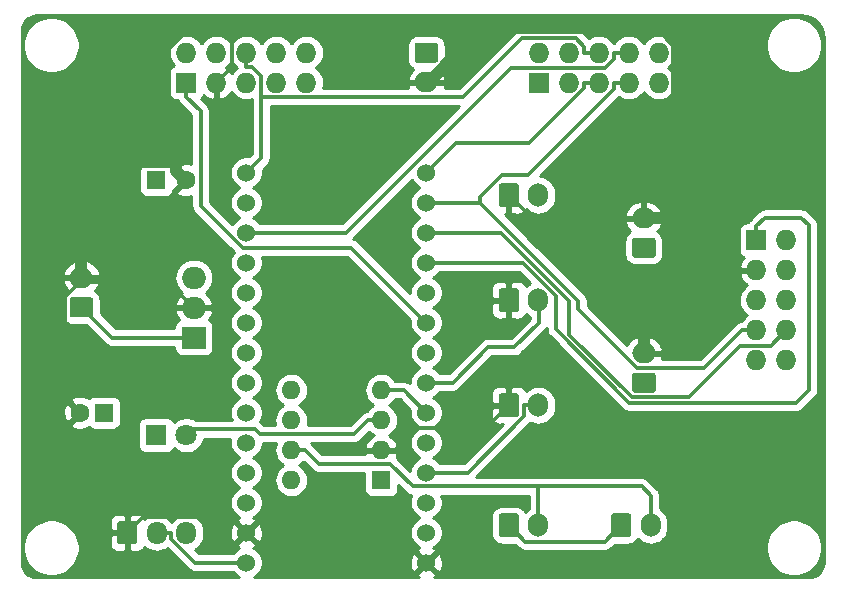
<source format=gbr>
G04 #@! TF.GenerationSoftware,KiCad,Pcbnew,(5.1.2)-2*
G04 #@! TF.CreationDate,2021-07-01T16:30:17+09:00*
G04 #@! TF.ProjectId,stepper_tokutyu,73746570-7065-4725-9f74-6f6b75747975,rev?*
G04 #@! TF.SameCoordinates,Original*
G04 #@! TF.FileFunction,Copper,L1,Top*
G04 #@! TF.FilePolarity,Positive*
%FSLAX46Y46*%
G04 Gerber Fmt 4.6, Leading zero omitted, Abs format (unit mm)*
G04 Created by KiCad (PCBNEW (5.1.2)-2) date 2021-07-01 16:30:17*
%MOMM*%
%LPD*%
G04 APERTURE LIST*
%ADD10R,1.600000X1.600000*%
%ADD11C,1.600000*%
%ADD12C,0.100000*%
%ADD13C,1.700000*%
%ADD14O,2.000000X1.700000*%
%ADD15O,1.727200X1.727200*%
%ADD16R,1.727200X1.727200*%
%ADD17O,1.700000X2.000000*%
%ADD18O,1.700000X1.950000*%
%ADD19R,2.000000X1.905000*%
%ADD20O,2.000000X1.905000*%
%ADD21C,1.524000*%
%ADD22O,1.600000X1.600000*%
%ADD23R,1.800000X1.800000*%
%ADD24C,1.800000*%
%ADD25C,0.800000*%
%ADD26C,0.300000*%
%ADD27C,1.000000*%
%ADD28C,0.254000*%
G04 APERTURE END LIST*
D10*
X117475000Y-117475000D03*
D11*
X119975000Y-117475000D03*
D10*
X113030000Y-137160000D03*
D11*
X111030000Y-137160000D03*
D12*
G36*
X111899504Y-127381204D02*
G01*
X111923773Y-127384804D01*
X111947571Y-127390765D01*
X111970671Y-127399030D01*
X111992849Y-127409520D01*
X112013893Y-127422133D01*
X112033598Y-127436747D01*
X112051777Y-127453223D01*
X112068253Y-127471402D01*
X112082867Y-127491107D01*
X112095480Y-127512151D01*
X112105970Y-127534329D01*
X112114235Y-127557429D01*
X112120196Y-127581227D01*
X112123796Y-127605496D01*
X112125000Y-127630000D01*
X112125000Y-128830000D01*
X112123796Y-128854504D01*
X112120196Y-128878773D01*
X112114235Y-128902571D01*
X112105970Y-128925671D01*
X112095480Y-128947849D01*
X112082867Y-128968893D01*
X112068253Y-128988598D01*
X112051777Y-129006777D01*
X112033598Y-129023253D01*
X112013893Y-129037867D01*
X111992849Y-129050480D01*
X111970671Y-129060970D01*
X111947571Y-129069235D01*
X111923773Y-129075196D01*
X111899504Y-129078796D01*
X111875000Y-129080000D01*
X110375000Y-129080000D01*
X110350496Y-129078796D01*
X110326227Y-129075196D01*
X110302429Y-129069235D01*
X110279329Y-129060970D01*
X110257151Y-129050480D01*
X110236107Y-129037867D01*
X110216402Y-129023253D01*
X110198223Y-129006777D01*
X110181747Y-128988598D01*
X110167133Y-128968893D01*
X110154520Y-128947849D01*
X110144030Y-128925671D01*
X110135765Y-128902571D01*
X110129804Y-128878773D01*
X110126204Y-128854504D01*
X110125000Y-128830000D01*
X110125000Y-127630000D01*
X110126204Y-127605496D01*
X110129804Y-127581227D01*
X110135765Y-127557429D01*
X110144030Y-127534329D01*
X110154520Y-127512151D01*
X110167133Y-127491107D01*
X110181747Y-127471402D01*
X110198223Y-127453223D01*
X110216402Y-127436747D01*
X110236107Y-127422133D01*
X110257151Y-127409520D01*
X110279329Y-127399030D01*
X110302429Y-127390765D01*
X110326227Y-127384804D01*
X110350496Y-127381204D01*
X110375000Y-127380000D01*
X111875000Y-127380000D01*
X111899504Y-127381204D01*
X111899504Y-127381204D01*
G37*
D13*
X111125000Y-128230000D03*
D14*
X111125000Y-125730000D03*
D15*
X170815000Y-132715000D03*
X168275000Y-132715000D03*
X170815000Y-130175000D03*
X168275000Y-130175000D03*
X170815000Y-127635000D03*
X168275000Y-127635000D03*
X170815000Y-125095000D03*
X168275000Y-125095000D03*
X170815000Y-122555000D03*
D16*
X168275000Y-122555000D03*
D12*
G36*
X141109504Y-105831204D02*
G01*
X141133773Y-105834804D01*
X141157571Y-105840765D01*
X141180671Y-105849030D01*
X141202849Y-105859520D01*
X141223893Y-105872133D01*
X141243598Y-105886747D01*
X141261777Y-105903223D01*
X141278253Y-105921402D01*
X141292867Y-105941107D01*
X141305480Y-105962151D01*
X141315970Y-105984329D01*
X141324235Y-106007429D01*
X141330196Y-106031227D01*
X141333796Y-106055496D01*
X141335000Y-106080000D01*
X141335000Y-107280000D01*
X141333796Y-107304504D01*
X141330196Y-107328773D01*
X141324235Y-107352571D01*
X141315970Y-107375671D01*
X141305480Y-107397849D01*
X141292867Y-107418893D01*
X141278253Y-107438598D01*
X141261777Y-107456777D01*
X141243598Y-107473253D01*
X141223893Y-107487867D01*
X141202849Y-107500480D01*
X141180671Y-107510970D01*
X141157571Y-107519235D01*
X141133773Y-107525196D01*
X141109504Y-107528796D01*
X141085000Y-107530000D01*
X139585000Y-107530000D01*
X139560496Y-107528796D01*
X139536227Y-107525196D01*
X139512429Y-107519235D01*
X139489329Y-107510970D01*
X139467151Y-107500480D01*
X139446107Y-107487867D01*
X139426402Y-107473253D01*
X139408223Y-107456777D01*
X139391747Y-107438598D01*
X139377133Y-107418893D01*
X139364520Y-107397849D01*
X139354030Y-107375671D01*
X139345765Y-107352571D01*
X139339804Y-107328773D01*
X139336204Y-107304504D01*
X139335000Y-107280000D01*
X139335000Y-106080000D01*
X139336204Y-106055496D01*
X139339804Y-106031227D01*
X139345765Y-106007429D01*
X139354030Y-105984329D01*
X139364520Y-105962151D01*
X139377133Y-105941107D01*
X139391747Y-105921402D01*
X139408223Y-105903223D01*
X139426402Y-105886747D01*
X139446107Y-105872133D01*
X139467151Y-105859520D01*
X139489329Y-105849030D01*
X139512429Y-105840765D01*
X139536227Y-105834804D01*
X139560496Y-105831204D01*
X139585000Y-105830000D01*
X141085000Y-105830000D01*
X141109504Y-105831204D01*
X141109504Y-105831204D01*
G37*
D13*
X140335000Y-106680000D03*
D14*
X140335000Y-109180000D03*
X158750000Y-120690000D03*
D12*
G36*
X159524504Y-122341204D02*
G01*
X159548773Y-122344804D01*
X159572571Y-122350765D01*
X159595671Y-122359030D01*
X159617849Y-122369520D01*
X159638893Y-122382133D01*
X159658598Y-122396747D01*
X159676777Y-122413223D01*
X159693253Y-122431402D01*
X159707867Y-122451107D01*
X159720480Y-122472151D01*
X159730970Y-122494329D01*
X159739235Y-122517429D01*
X159745196Y-122541227D01*
X159748796Y-122565496D01*
X159750000Y-122590000D01*
X159750000Y-123790000D01*
X159748796Y-123814504D01*
X159745196Y-123838773D01*
X159739235Y-123862571D01*
X159730970Y-123885671D01*
X159720480Y-123907849D01*
X159707867Y-123928893D01*
X159693253Y-123948598D01*
X159676777Y-123966777D01*
X159658598Y-123983253D01*
X159638893Y-123997867D01*
X159617849Y-124010480D01*
X159595671Y-124020970D01*
X159572571Y-124029235D01*
X159548773Y-124035196D01*
X159524504Y-124038796D01*
X159500000Y-124040000D01*
X158000000Y-124040000D01*
X157975496Y-124038796D01*
X157951227Y-124035196D01*
X157927429Y-124029235D01*
X157904329Y-124020970D01*
X157882151Y-124010480D01*
X157861107Y-123997867D01*
X157841402Y-123983253D01*
X157823223Y-123966777D01*
X157806747Y-123948598D01*
X157792133Y-123928893D01*
X157779520Y-123907849D01*
X157769030Y-123885671D01*
X157760765Y-123862571D01*
X157754804Y-123838773D01*
X157751204Y-123814504D01*
X157750000Y-123790000D01*
X157750000Y-122590000D01*
X157751204Y-122565496D01*
X157754804Y-122541227D01*
X157760765Y-122517429D01*
X157769030Y-122494329D01*
X157779520Y-122472151D01*
X157792133Y-122451107D01*
X157806747Y-122431402D01*
X157823223Y-122413223D01*
X157841402Y-122396747D01*
X157861107Y-122382133D01*
X157882151Y-122369520D01*
X157904329Y-122359030D01*
X157927429Y-122350765D01*
X157951227Y-122344804D01*
X157975496Y-122341204D01*
X158000000Y-122340000D01*
X159500000Y-122340000D01*
X159524504Y-122341204D01*
X159524504Y-122341204D01*
G37*
D13*
X158750000Y-123190000D03*
D17*
X149820000Y-136525000D03*
D12*
G36*
X147944504Y-135526204D02*
G01*
X147968773Y-135529804D01*
X147992571Y-135535765D01*
X148015671Y-135544030D01*
X148037849Y-135554520D01*
X148058893Y-135567133D01*
X148078598Y-135581747D01*
X148096777Y-135598223D01*
X148113253Y-135616402D01*
X148127867Y-135636107D01*
X148140480Y-135657151D01*
X148150970Y-135679329D01*
X148159235Y-135702429D01*
X148165196Y-135726227D01*
X148168796Y-135750496D01*
X148170000Y-135775000D01*
X148170000Y-137275000D01*
X148168796Y-137299504D01*
X148165196Y-137323773D01*
X148159235Y-137347571D01*
X148150970Y-137370671D01*
X148140480Y-137392849D01*
X148127867Y-137413893D01*
X148113253Y-137433598D01*
X148096777Y-137451777D01*
X148078598Y-137468253D01*
X148058893Y-137482867D01*
X148037849Y-137495480D01*
X148015671Y-137505970D01*
X147992571Y-137514235D01*
X147968773Y-137520196D01*
X147944504Y-137523796D01*
X147920000Y-137525000D01*
X146720000Y-137525000D01*
X146695496Y-137523796D01*
X146671227Y-137520196D01*
X146647429Y-137514235D01*
X146624329Y-137505970D01*
X146602151Y-137495480D01*
X146581107Y-137482867D01*
X146561402Y-137468253D01*
X146543223Y-137451777D01*
X146526747Y-137433598D01*
X146512133Y-137413893D01*
X146499520Y-137392849D01*
X146489030Y-137370671D01*
X146480765Y-137347571D01*
X146474804Y-137323773D01*
X146471204Y-137299504D01*
X146470000Y-137275000D01*
X146470000Y-135775000D01*
X146471204Y-135750496D01*
X146474804Y-135726227D01*
X146480765Y-135702429D01*
X146489030Y-135679329D01*
X146499520Y-135657151D01*
X146512133Y-135636107D01*
X146526747Y-135616402D01*
X146543223Y-135598223D01*
X146561402Y-135581747D01*
X146581107Y-135567133D01*
X146602151Y-135554520D01*
X146624329Y-135544030D01*
X146647429Y-135535765D01*
X146671227Y-135529804D01*
X146695496Y-135526204D01*
X146720000Y-135525000D01*
X147920000Y-135525000D01*
X147944504Y-135526204D01*
X147944504Y-135526204D01*
G37*
D13*
X147320000Y-136525000D03*
D12*
G36*
X147944504Y-126636204D02*
G01*
X147968773Y-126639804D01*
X147992571Y-126645765D01*
X148015671Y-126654030D01*
X148037849Y-126664520D01*
X148058893Y-126677133D01*
X148078598Y-126691747D01*
X148096777Y-126708223D01*
X148113253Y-126726402D01*
X148127867Y-126746107D01*
X148140480Y-126767151D01*
X148150970Y-126789329D01*
X148159235Y-126812429D01*
X148165196Y-126836227D01*
X148168796Y-126860496D01*
X148170000Y-126885000D01*
X148170000Y-128385000D01*
X148168796Y-128409504D01*
X148165196Y-128433773D01*
X148159235Y-128457571D01*
X148150970Y-128480671D01*
X148140480Y-128502849D01*
X148127867Y-128523893D01*
X148113253Y-128543598D01*
X148096777Y-128561777D01*
X148078598Y-128578253D01*
X148058893Y-128592867D01*
X148037849Y-128605480D01*
X148015671Y-128615970D01*
X147992571Y-128624235D01*
X147968773Y-128630196D01*
X147944504Y-128633796D01*
X147920000Y-128635000D01*
X146720000Y-128635000D01*
X146695496Y-128633796D01*
X146671227Y-128630196D01*
X146647429Y-128624235D01*
X146624329Y-128615970D01*
X146602151Y-128605480D01*
X146581107Y-128592867D01*
X146561402Y-128578253D01*
X146543223Y-128561777D01*
X146526747Y-128543598D01*
X146512133Y-128523893D01*
X146499520Y-128502849D01*
X146489030Y-128480671D01*
X146480765Y-128457571D01*
X146474804Y-128433773D01*
X146471204Y-128409504D01*
X146470000Y-128385000D01*
X146470000Y-126885000D01*
X146471204Y-126860496D01*
X146474804Y-126836227D01*
X146480765Y-126812429D01*
X146489030Y-126789329D01*
X146499520Y-126767151D01*
X146512133Y-126746107D01*
X146526747Y-126726402D01*
X146543223Y-126708223D01*
X146561402Y-126691747D01*
X146581107Y-126677133D01*
X146602151Y-126664520D01*
X146624329Y-126654030D01*
X146647429Y-126645765D01*
X146671227Y-126639804D01*
X146695496Y-126636204D01*
X146720000Y-126635000D01*
X147920000Y-126635000D01*
X147944504Y-126636204D01*
X147944504Y-126636204D01*
G37*
D13*
X147320000Y-127635000D03*
D17*
X149820000Y-127635000D03*
D12*
G36*
X159524504Y-133771204D02*
G01*
X159548773Y-133774804D01*
X159572571Y-133780765D01*
X159595671Y-133789030D01*
X159617849Y-133799520D01*
X159638893Y-133812133D01*
X159658598Y-133826747D01*
X159676777Y-133843223D01*
X159693253Y-133861402D01*
X159707867Y-133881107D01*
X159720480Y-133902151D01*
X159730970Y-133924329D01*
X159739235Y-133947429D01*
X159745196Y-133971227D01*
X159748796Y-133995496D01*
X159750000Y-134020000D01*
X159750000Y-135220000D01*
X159748796Y-135244504D01*
X159745196Y-135268773D01*
X159739235Y-135292571D01*
X159730970Y-135315671D01*
X159720480Y-135337849D01*
X159707867Y-135358893D01*
X159693253Y-135378598D01*
X159676777Y-135396777D01*
X159658598Y-135413253D01*
X159638893Y-135427867D01*
X159617849Y-135440480D01*
X159595671Y-135450970D01*
X159572571Y-135459235D01*
X159548773Y-135465196D01*
X159524504Y-135468796D01*
X159500000Y-135470000D01*
X158000000Y-135470000D01*
X157975496Y-135468796D01*
X157951227Y-135465196D01*
X157927429Y-135459235D01*
X157904329Y-135450970D01*
X157882151Y-135440480D01*
X157861107Y-135427867D01*
X157841402Y-135413253D01*
X157823223Y-135396777D01*
X157806747Y-135378598D01*
X157792133Y-135358893D01*
X157779520Y-135337849D01*
X157769030Y-135315671D01*
X157760765Y-135292571D01*
X157754804Y-135268773D01*
X157751204Y-135244504D01*
X157750000Y-135220000D01*
X157750000Y-134020000D01*
X157751204Y-133995496D01*
X157754804Y-133971227D01*
X157760765Y-133947429D01*
X157769030Y-133924329D01*
X157779520Y-133902151D01*
X157792133Y-133881107D01*
X157806747Y-133861402D01*
X157823223Y-133843223D01*
X157841402Y-133826747D01*
X157861107Y-133812133D01*
X157882151Y-133799520D01*
X157904329Y-133789030D01*
X157927429Y-133780765D01*
X157951227Y-133774804D01*
X157975496Y-133771204D01*
X158000000Y-133770000D01*
X159500000Y-133770000D01*
X159524504Y-133771204D01*
X159524504Y-133771204D01*
G37*
D13*
X158750000Y-134620000D03*
D14*
X158750000Y-132120000D03*
D17*
X149820000Y-118745000D03*
D12*
G36*
X147944504Y-117746204D02*
G01*
X147968773Y-117749804D01*
X147992571Y-117755765D01*
X148015671Y-117764030D01*
X148037849Y-117774520D01*
X148058893Y-117787133D01*
X148078598Y-117801747D01*
X148096777Y-117818223D01*
X148113253Y-117836402D01*
X148127867Y-117856107D01*
X148140480Y-117877151D01*
X148150970Y-117899329D01*
X148159235Y-117922429D01*
X148165196Y-117946227D01*
X148168796Y-117970496D01*
X148170000Y-117995000D01*
X148170000Y-119495000D01*
X148168796Y-119519504D01*
X148165196Y-119543773D01*
X148159235Y-119567571D01*
X148150970Y-119590671D01*
X148140480Y-119612849D01*
X148127867Y-119633893D01*
X148113253Y-119653598D01*
X148096777Y-119671777D01*
X148078598Y-119688253D01*
X148058893Y-119702867D01*
X148037849Y-119715480D01*
X148015671Y-119725970D01*
X147992571Y-119734235D01*
X147968773Y-119740196D01*
X147944504Y-119743796D01*
X147920000Y-119745000D01*
X146720000Y-119745000D01*
X146695496Y-119743796D01*
X146671227Y-119740196D01*
X146647429Y-119734235D01*
X146624329Y-119725970D01*
X146602151Y-119715480D01*
X146581107Y-119702867D01*
X146561402Y-119688253D01*
X146543223Y-119671777D01*
X146526747Y-119653598D01*
X146512133Y-119633893D01*
X146499520Y-119612849D01*
X146489030Y-119590671D01*
X146480765Y-119567571D01*
X146474804Y-119543773D01*
X146471204Y-119519504D01*
X146470000Y-119495000D01*
X146470000Y-117995000D01*
X146471204Y-117970496D01*
X146474804Y-117946227D01*
X146480765Y-117922429D01*
X146489030Y-117899329D01*
X146499520Y-117877151D01*
X146512133Y-117856107D01*
X146526747Y-117836402D01*
X146543223Y-117818223D01*
X146561402Y-117801747D01*
X146581107Y-117787133D01*
X146602151Y-117774520D01*
X146624329Y-117764030D01*
X146647429Y-117755765D01*
X146671227Y-117749804D01*
X146695496Y-117746204D01*
X146720000Y-117745000D01*
X147920000Y-117745000D01*
X147944504Y-117746204D01*
X147944504Y-117746204D01*
G37*
D13*
X147320000Y-118745000D03*
D16*
X149860000Y-109220000D03*
D15*
X149860000Y-106680000D03*
X152400000Y-109220000D03*
X152400000Y-106680000D03*
X154940000Y-109220000D03*
X154940000Y-106680000D03*
X157480000Y-109220000D03*
X157480000Y-106680000D03*
X160020000Y-109220000D03*
X160020000Y-106680000D03*
D17*
X149820000Y-146685000D03*
D12*
G36*
X147944504Y-145686204D02*
G01*
X147968773Y-145689804D01*
X147992571Y-145695765D01*
X148015671Y-145704030D01*
X148037849Y-145714520D01*
X148058893Y-145727133D01*
X148078598Y-145741747D01*
X148096777Y-145758223D01*
X148113253Y-145776402D01*
X148127867Y-145796107D01*
X148140480Y-145817151D01*
X148150970Y-145839329D01*
X148159235Y-145862429D01*
X148165196Y-145886227D01*
X148168796Y-145910496D01*
X148170000Y-145935000D01*
X148170000Y-147435000D01*
X148168796Y-147459504D01*
X148165196Y-147483773D01*
X148159235Y-147507571D01*
X148150970Y-147530671D01*
X148140480Y-147552849D01*
X148127867Y-147573893D01*
X148113253Y-147593598D01*
X148096777Y-147611777D01*
X148078598Y-147628253D01*
X148058893Y-147642867D01*
X148037849Y-147655480D01*
X148015671Y-147665970D01*
X147992571Y-147674235D01*
X147968773Y-147680196D01*
X147944504Y-147683796D01*
X147920000Y-147685000D01*
X146720000Y-147685000D01*
X146695496Y-147683796D01*
X146671227Y-147680196D01*
X146647429Y-147674235D01*
X146624329Y-147665970D01*
X146602151Y-147655480D01*
X146581107Y-147642867D01*
X146561402Y-147628253D01*
X146543223Y-147611777D01*
X146526747Y-147593598D01*
X146512133Y-147573893D01*
X146499520Y-147552849D01*
X146489030Y-147530671D01*
X146480765Y-147507571D01*
X146474804Y-147483773D01*
X146471204Y-147459504D01*
X146470000Y-147435000D01*
X146470000Y-145935000D01*
X146471204Y-145910496D01*
X146474804Y-145886227D01*
X146480765Y-145862429D01*
X146489030Y-145839329D01*
X146499520Y-145817151D01*
X146512133Y-145796107D01*
X146526747Y-145776402D01*
X146543223Y-145758223D01*
X146561402Y-145741747D01*
X146581107Y-145727133D01*
X146602151Y-145714520D01*
X146624329Y-145704030D01*
X146647429Y-145695765D01*
X146671227Y-145689804D01*
X146695496Y-145686204D01*
X146720000Y-145685000D01*
X147920000Y-145685000D01*
X147944504Y-145686204D01*
X147944504Y-145686204D01*
G37*
D13*
X147320000Y-146685000D03*
D12*
G36*
X157469504Y-145686204D02*
G01*
X157493773Y-145689804D01*
X157517571Y-145695765D01*
X157540671Y-145704030D01*
X157562849Y-145714520D01*
X157583893Y-145727133D01*
X157603598Y-145741747D01*
X157621777Y-145758223D01*
X157638253Y-145776402D01*
X157652867Y-145796107D01*
X157665480Y-145817151D01*
X157675970Y-145839329D01*
X157684235Y-145862429D01*
X157690196Y-145886227D01*
X157693796Y-145910496D01*
X157695000Y-145935000D01*
X157695000Y-147435000D01*
X157693796Y-147459504D01*
X157690196Y-147483773D01*
X157684235Y-147507571D01*
X157675970Y-147530671D01*
X157665480Y-147552849D01*
X157652867Y-147573893D01*
X157638253Y-147593598D01*
X157621777Y-147611777D01*
X157603598Y-147628253D01*
X157583893Y-147642867D01*
X157562849Y-147655480D01*
X157540671Y-147665970D01*
X157517571Y-147674235D01*
X157493773Y-147680196D01*
X157469504Y-147683796D01*
X157445000Y-147685000D01*
X156245000Y-147685000D01*
X156220496Y-147683796D01*
X156196227Y-147680196D01*
X156172429Y-147674235D01*
X156149329Y-147665970D01*
X156127151Y-147655480D01*
X156106107Y-147642867D01*
X156086402Y-147628253D01*
X156068223Y-147611777D01*
X156051747Y-147593598D01*
X156037133Y-147573893D01*
X156024520Y-147552849D01*
X156014030Y-147530671D01*
X156005765Y-147507571D01*
X155999804Y-147483773D01*
X155996204Y-147459504D01*
X155995000Y-147435000D01*
X155995000Y-145935000D01*
X155996204Y-145910496D01*
X155999804Y-145886227D01*
X156005765Y-145862429D01*
X156014030Y-145839329D01*
X156024520Y-145817151D01*
X156037133Y-145796107D01*
X156051747Y-145776402D01*
X156068223Y-145758223D01*
X156086402Y-145741747D01*
X156106107Y-145727133D01*
X156127151Y-145714520D01*
X156149329Y-145704030D01*
X156172429Y-145695765D01*
X156196227Y-145689804D01*
X156220496Y-145686204D01*
X156245000Y-145685000D01*
X157445000Y-145685000D01*
X157469504Y-145686204D01*
X157469504Y-145686204D01*
G37*
D13*
X156845000Y-146685000D03*
D17*
X159345000Y-146685000D03*
D16*
X120015000Y-109220000D03*
D15*
X120015000Y-106680000D03*
X122555000Y-109220000D03*
X122555000Y-106680000D03*
X125095000Y-109220000D03*
X125095000Y-106680000D03*
X127635000Y-109220000D03*
X127635000Y-106680000D03*
X130175000Y-109220000D03*
X130175000Y-106680000D03*
D12*
G36*
X115639504Y-146346204D02*
G01*
X115663773Y-146349804D01*
X115687571Y-146355765D01*
X115710671Y-146364030D01*
X115732849Y-146374520D01*
X115753893Y-146387133D01*
X115773598Y-146401747D01*
X115791777Y-146418223D01*
X115808253Y-146436402D01*
X115822867Y-146456107D01*
X115835480Y-146477151D01*
X115845970Y-146499329D01*
X115854235Y-146522429D01*
X115860196Y-146546227D01*
X115863796Y-146570496D01*
X115865000Y-146595000D01*
X115865000Y-148045000D01*
X115863796Y-148069504D01*
X115860196Y-148093773D01*
X115854235Y-148117571D01*
X115845970Y-148140671D01*
X115835480Y-148162849D01*
X115822867Y-148183893D01*
X115808253Y-148203598D01*
X115791777Y-148221777D01*
X115773598Y-148238253D01*
X115753893Y-148252867D01*
X115732849Y-148265480D01*
X115710671Y-148275970D01*
X115687571Y-148284235D01*
X115663773Y-148290196D01*
X115639504Y-148293796D01*
X115615000Y-148295000D01*
X114415000Y-148295000D01*
X114390496Y-148293796D01*
X114366227Y-148290196D01*
X114342429Y-148284235D01*
X114319329Y-148275970D01*
X114297151Y-148265480D01*
X114276107Y-148252867D01*
X114256402Y-148238253D01*
X114238223Y-148221777D01*
X114221747Y-148203598D01*
X114207133Y-148183893D01*
X114194520Y-148162849D01*
X114184030Y-148140671D01*
X114175765Y-148117571D01*
X114169804Y-148093773D01*
X114166204Y-148069504D01*
X114165000Y-148045000D01*
X114165000Y-146595000D01*
X114166204Y-146570496D01*
X114169804Y-146546227D01*
X114175765Y-146522429D01*
X114184030Y-146499329D01*
X114194520Y-146477151D01*
X114207133Y-146456107D01*
X114221747Y-146436402D01*
X114238223Y-146418223D01*
X114256402Y-146401747D01*
X114276107Y-146387133D01*
X114297151Y-146374520D01*
X114319329Y-146364030D01*
X114342429Y-146355765D01*
X114366227Y-146349804D01*
X114390496Y-146346204D01*
X114415000Y-146345000D01*
X115615000Y-146345000D01*
X115639504Y-146346204D01*
X115639504Y-146346204D01*
G37*
D13*
X115015000Y-147320000D03*
D18*
X117515000Y-147320000D03*
X120015000Y-147320000D03*
D19*
X120650000Y-130810000D03*
D20*
X120650000Y-128270000D03*
X120650000Y-125730000D03*
D21*
X140335000Y-149860000D03*
X140335000Y-147320000D03*
X140335000Y-144780000D03*
X140335000Y-142240000D03*
X140335000Y-139700000D03*
X140335000Y-137160000D03*
X140335000Y-134620000D03*
X140335000Y-132080000D03*
X140335000Y-129540000D03*
X140335000Y-127000000D03*
X140335000Y-124460000D03*
X140335000Y-121920000D03*
X140335000Y-119380000D03*
X140335000Y-116840000D03*
X125095000Y-116840000D03*
X125095000Y-119380000D03*
X125095000Y-121920000D03*
X125095000Y-124460000D03*
X125095000Y-127000000D03*
X125095000Y-129540000D03*
X125095000Y-132080000D03*
X125095000Y-134620000D03*
X125095000Y-137160000D03*
X125095000Y-139700000D03*
X125095000Y-142240000D03*
X125095000Y-144780000D03*
X125095000Y-147320000D03*
X125095000Y-149860000D03*
D10*
X136525000Y-142875000D03*
D22*
X128905000Y-135255000D03*
X136525000Y-140335000D03*
X128905000Y-137795000D03*
X136525000Y-137795000D03*
X128905000Y-140335000D03*
X136525000Y-135255000D03*
X128905000Y-142875000D03*
D23*
X117475000Y-139065000D03*
D24*
X120015000Y-139065000D03*
D25*
X132080000Y-117475000D03*
X137160000Y-122555000D03*
X132715000Y-127635000D03*
D26*
X111125000Y-128230000D02*
X113705000Y-130810000D01*
X113705000Y-130810000D02*
X120650000Y-130810000D01*
X111125000Y-126057400D02*
X111034600Y-126057400D01*
X111034600Y-126057400D02*
X109710900Y-127381100D01*
X109710900Y-127381100D02*
X109710900Y-135840900D01*
X109710900Y-135840900D02*
X111030000Y-137160000D01*
X120650000Y-128270000D02*
X118437400Y-126057400D01*
X118437400Y-126057400D02*
X111125000Y-126057400D01*
X158750000Y-120690000D02*
X149265000Y-120690000D01*
X149265000Y-120690000D02*
X147320000Y-118745000D01*
X111125000Y-125730000D02*
X111125000Y-126057400D01*
X115015000Y-147320000D02*
X116353400Y-145981600D01*
X116353400Y-145981600D02*
X123756600Y-145981600D01*
X123756600Y-145981600D02*
X125095000Y-147320000D01*
X136525000Y-140335000D02*
X137675300Y-140335000D01*
X137675300Y-140335000D02*
X139580300Y-138430000D01*
X139580300Y-138430000D02*
X145415000Y-138430000D01*
X145415000Y-138430000D02*
X147320000Y-136525000D01*
D27*
X119975000Y-117475000D02*
X119175000Y-116675000D01*
X119175000Y-116675000D02*
X119175000Y-116315000D01*
X119175000Y-116315000D02*
X118835000Y-115975000D01*
X116114998Y-115975000D02*
X117245000Y-115975000D01*
X111125000Y-120964998D02*
X116114998Y-115975000D01*
X111125000Y-125730000D02*
X111125000Y-120964998D01*
X118835000Y-115975000D02*
X117245000Y-115975000D01*
X160259620Y-104605490D02*
X161583601Y-105929471D01*
X161583601Y-127436399D02*
X158750000Y-130270000D01*
X115800000Y-108580870D02*
X119775380Y-104605490D01*
X115800000Y-115975000D02*
X115800000Y-108580870D01*
X117245000Y-115975000D02*
X115800000Y-115975000D01*
X158750000Y-130270000D02*
X158750000Y-132120000D01*
X161250000Y-120690000D02*
X161583601Y-120356399D01*
X158750000Y-120690000D02*
X161250000Y-120690000D01*
X161583601Y-105929471D02*
X161583601Y-120356399D01*
D26*
X161925000Y-125095000D02*
X161583601Y-124753601D01*
X168275000Y-125095000D02*
X161925000Y-125095000D01*
D27*
X161583601Y-120356399D02*
X161583601Y-124753601D01*
X161583601Y-124753601D02*
X161583601Y-127436399D01*
D26*
X123881399Y-105014581D02*
X124290490Y-104605490D01*
X123881399Y-107893601D02*
X123881399Y-105014581D01*
X122555000Y-109220000D02*
X123881399Y-107893601D01*
D27*
X119775380Y-104605490D02*
X124290490Y-104605490D01*
X143044510Y-106664010D02*
X143044510Y-104605490D01*
X140528520Y-109180000D02*
X143044510Y-106664010D01*
X140335000Y-109180000D02*
X140528520Y-109180000D01*
X124290490Y-104605490D02*
X143044510Y-104605490D01*
X143044510Y-104605490D02*
X160259620Y-104605490D01*
D26*
X136525000Y-137795000D02*
X135374700Y-137795000D01*
X120015000Y-139065000D02*
X120502600Y-138577400D01*
X120502600Y-138577400D02*
X125839400Y-138577400D01*
X125839400Y-138577400D02*
X126212700Y-138950700D01*
X126212700Y-138950700D02*
X134219000Y-138950700D01*
X134219000Y-138950700D02*
X135374700Y-137795000D01*
X117515000Y-147320000D02*
X118715300Y-147320000D01*
X118715300Y-147320000D02*
X118715300Y-147845100D01*
X118715300Y-147845100D02*
X120730200Y-149860000D01*
X120730200Y-149860000D02*
X125095000Y-149860000D01*
X146660400Y-121920000D02*
X140335000Y-121920000D01*
X152456300Y-127715900D02*
X146660400Y-121920000D01*
X170815000Y-130175000D02*
X169488601Y-131501399D01*
X169488601Y-131501399D02*
X166856801Y-131501399D01*
X166856801Y-131501399D02*
X162534300Y-135823900D01*
X162534300Y-135823900D02*
X157727700Y-135823900D01*
X157727700Y-135823900D02*
X152456300Y-130552500D01*
X152456300Y-130552500D02*
X152456300Y-127715900D01*
X167061100Y-130175000D02*
X163866700Y-133369400D01*
X163866700Y-133369400D02*
X158151600Y-133369400D01*
X158151600Y-133369400D02*
X153206700Y-128424500D01*
X153206700Y-128424500D02*
X153206700Y-127717200D01*
X153206700Y-127717200D02*
X144869500Y-119380000D01*
X144869500Y-119380000D02*
X140335000Y-119380000D01*
X156266100Y-109220000D02*
X156266100Y-109723000D01*
X156266100Y-109723000D02*
X148960000Y-117029100D01*
X148960000Y-117029100D02*
X146766500Y-117029100D01*
X146766500Y-117029100D02*
X144869500Y-118926100D01*
X144869500Y-118926100D02*
X144869500Y-119380000D01*
X168275000Y-130175000D02*
X167061100Y-130175000D01*
X157480000Y-109220000D02*
X156266100Y-109220000D01*
X126365000Y-110450100D02*
X126365000Y-108660900D01*
X126365000Y-108660900D02*
X125598000Y-107893900D01*
X125598000Y-107893900D02*
X125095000Y-107893900D01*
X125095000Y-116840000D02*
X126365000Y-115570000D01*
X126365000Y-115570000D02*
X126365000Y-110450100D01*
X126365000Y-110450100D02*
X143420200Y-110450100D01*
X143420200Y-110450100D02*
X148414800Y-105455500D01*
X148414800Y-105455500D02*
X153004600Y-105455500D01*
X153004600Y-105455500D02*
X153726100Y-106177000D01*
X153726100Y-106177000D02*
X153726100Y-106680000D01*
X125095000Y-106680000D02*
X125095000Y-107893900D01*
X154940000Y-106680000D02*
X153726100Y-106680000D01*
X153726100Y-109220000D02*
X153726100Y-109637600D01*
X153726100Y-109637600D02*
X149058800Y-114304900D01*
X149058800Y-114304900D02*
X142870100Y-114304900D01*
X142870100Y-114304900D02*
X140335000Y-116840000D01*
X154940000Y-109220000D02*
X153726100Y-109220000D01*
X151313700Y-127281000D02*
X148492700Y-124460000D01*
X151313700Y-130117600D02*
X151313700Y-127281000D01*
X157522900Y-136326800D02*
X151313700Y-130117600D01*
X168275000Y-121391400D02*
X169016400Y-120650000D01*
X168275000Y-122555000D02*
X168275000Y-121391400D01*
X172720000Y-135255000D02*
X171648200Y-136326800D01*
X148492700Y-124460000D02*
X140335000Y-124460000D01*
X171648200Y-136326800D02*
X157522900Y-136326800D01*
X172085000Y-120650000D02*
X172720000Y-121285000D01*
X172720000Y-121285000D02*
X172720000Y-135255000D01*
X169016400Y-120650000D02*
X172085000Y-120650000D01*
X149820000Y-136525000D02*
X148619700Y-136525000D01*
X140335000Y-142240000D02*
X143828500Y-142240000D01*
X143828500Y-142240000D02*
X148619700Y-137448800D01*
X148619700Y-137448800D02*
X148619700Y-136525000D01*
X140335000Y-134620000D02*
X142558500Y-134620000D01*
X149820000Y-127785000D02*
X149860000Y-127825000D01*
X149820000Y-127635000D02*
X149820000Y-127785000D01*
X149860000Y-127825000D02*
X149860000Y-129540000D01*
X147795750Y-131604250D02*
X145574250Y-131604250D01*
X149860000Y-129540000D02*
X147795750Y-131604250D01*
X142558500Y-134620000D02*
X145574250Y-131604250D01*
X157480000Y-106680000D02*
X156266100Y-106680000D01*
X125095000Y-121920000D02*
X133518000Y-121920000D01*
X133518000Y-121920000D02*
X147488000Y-107950000D01*
X147488000Y-107950000D02*
X155499100Y-107950000D01*
X155499100Y-107950000D02*
X156266100Y-107183000D01*
X156266100Y-107183000D02*
X156266100Y-106680000D01*
X130055300Y-140335000D02*
X131205600Y-141485300D01*
X131205600Y-141485300D02*
X137260300Y-141485300D01*
X137260300Y-141485300D02*
X139173300Y-143398300D01*
X128905000Y-140335000D02*
X130055300Y-140335000D01*
X159345000Y-146685000D02*
X159345000Y-144185000D01*
X159345000Y-144185000D02*
X158558300Y-143398300D01*
X139173300Y-143398300D02*
X140223300Y-143398300D01*
X149820000Y-143550000D02*
X149971700Y-143398300D01*
X149820000Y-146685000D02*
X149820000Y-143550000D01*
X158558300Y-143398300D02*
X149971700Y-143398300D01*
X149971700Y-143398300D02*
X140223300Y-143398300D01*
X156845000Y-146685000D02*
X155452200Y-148077800D01*
X155452200Y-148077800D02*
X148712800Y-148077800D01*
X148712800Y-148077800D02*
X147320000Y-146685000D01*
X120015000Y-109220000D02*
X120015000Y-110433900D01*
X140335000Y-129540000D02*
X133985000Y-123190000D01*
X133985000Y-123190000D02*
X124774300Y-123190000D01*
X124774300Y-123190000D02*
X121228900Y-119644600D01*
X121228900Y-119644600D02*
X121228900Y-111647800D01*
X121228900Y-111647800D02*
X120015000Y-110433900D01*
X136525000Y-135255000D02*
X138430000Y-135255000D01*
X138430000Y-135255000D02*
X140335000Y-137160000D01*
D28*
G36*
X172449545Y-103568909D02*
G01*
X172800208Y-103674780D01*
X173123625Y-103846744D01*
X173407484Y-104078254D01*
X173640965Y-104360486D01*
X173815183Y-104682695D01*
X173923502Y-105032614D01*
X173965001Y-105427452D01*
X173965000Y-149827723D01*
X173938185Y-150101205D01*
X173868133Y-150333226D01*
X173754350Y-150547222D01*
X173601169Y-150735039D01*
X173414424Y-150889529D01*
X173201231Y-151004802D01*
X172969701Y-151076472D01*
X172698276Y-151105000D01*
X140980372Y-151105000D01*
X141053980Y-151065656D01*
X141120960Y-150825565D01*
X140335000Y-150039605D01*
X139549040Y-150825565D01*
X139616020Y-151065656D01*
X139699690Y-151105000D01*
X125739840Y-151105000D01*
X125756727Y-151098005D01*
X125985535Y-150945120D01*
X126180120Y-150750535D01*
X126333005Y-150521727D01*
X126438314Y-150267490D01*
X126492000Y-149997592D01*
X126492000Y-149932017D01*
X138933090Y-149932017D01*
X138974078Y-150204133D01*
X139067364Y-150463023D01*
X139129344Y-150578980D01*
X139369435Y-150645960D01*
X140155395Y-149860000D01*
X140514605Y-149860000D01*
X141300565Y-150645960D01*
X141540656Y-150578980D01*
X141657756Y-150329952D01*
X141724023Y-150062865D01*
X141736910Y-149787983D01*
X141695922Y-149515867D01*
X141602636Y-149256977D01*
X141540656Y-149141020D01*
X141300565Y-149074040D01*
X140514605Y-149860000D01*
X140155395Y-149860000D01*
X139369435Y-149074040D01*
X139129344Y-149141020D01*
X139012244Y-149390048D01*
X138945977Y-149657135D01*
X138933090Y-149932017D01*
X126492000Y-149932017D01*
X126492000Y-149722408D01*
X126438314Y-149452510D01*
X126333005Y-149198273D01*
X126180120Y-148969465D01*
X125985535Y-148774880D01*
X125756727Y-148621995D01*
X125685057Y-148592308D01*
X125698023Y-148587636D01*
X125813980Y-148525656D01*
X125880960Y-148285565D01*
X125095000Y-147499605D01*
X124309040Y-148285565D01*
X124376020Y-148525656D01*
X124511760Y-148589485D01*
X124433273Y-148621995D01*
X124204465Y-148774880D01*
X124009880Y-148969465D01*
X123939364Y-149075000D01*
X121055358Y-149075000D01*
X120728048Y-148747691D01*
X120844014Y-148685706D01*
X121070134Y-148500134D01*
X121255706Y-148274014D01*
X121393599Y-148016033D01*
X121478513Y-147736110D01*
X121500000Y-147517949D01*
X121500000Y-147392017D01*
X123693090Y-147392017D01*
X123734078Y-147664133D01*
X123827364Y-147923023D01*
X123889344Y-148038980D01*
X124129435Y-148105960D01*
X124915395Y-147320000D01*
X125274605Y-147320000D01*
X126060565Y-148105960D01*
X126300656Y-148038980D01*
X126417756Y-147789952D01*
X126484023Y-147522865D01*
X126496910Y-147247983D01*
X126455922Y-146975867D01*
X126362636Y-146716977D01*
X126300656Y-146601020D01*
X126060565Y-146534040D01*
X125274605Y-147320000D01*
X124915395Y-147320000D01*
X124129435Y-146534040D01*
X123889344Y-146601020D01*
X123772244Y-146850048D01*
X123705977Y-147117135D01*
X123693090Y-147392017D01*
X121500000Y-147392017D01*
X121500000Y-147122050D01*
X121478513Y-146903889D01*
X121393599Y-146623966D01*
X121255706Y-146365986D01*
X121070134Y-146139866D01*
X120844013Y-145954294D01*
X120586033Y-145816401D01*
X120306110Y-145731487D01*
X120015000Y-145702815D01*
X119723889Y-145731487D01*
X119443966Y-145816401D01*
X119185986Y-145954294D01*
X118959866Y-146139866D01*
X118774294Y-146365987D01*
X118765000Y-146383374D01*
X118755706Y-146365986D01*
X118570134Y-146139866D01*
X118344013Y-145954294D01*
X118086033Y-145816401D01*
X117806110Y-145731487D01*
X117515000Y-145702815D01*
X117223889Y-145731487D01*
X116943966Y-145816401D01*
X116685986Y-145954294D01*
X116465055Y-146135608D01*
X116454502Y-146100820D01*
X116395537Y-145990506D01*
X116316185Y-145893815D01*
X116219494Y-145814463D01*
X116109180Y-145755498D01*
X115989482Y-145719188D01*
X115865000Y-145706928D01*
X115300750Y-145710000D01*
X115142000Y-145868750D01*
X115142000Y-147193000D01*
X115162000Y-147193000D01*
X115162000Y-147447000D01*
X115142000Y-147447000D01*
X115142000Y-148771250D01*
X115300750Y-148930000D01*
X115865000Y-148933072D01*
X115989482Y-148920812D01*
X116109180Y-148884502D01*
X116219494Y-148825537D01*
X116316185Y-148746185D01*
X116395537Y-148649494D01*
X116454502Y-148539180D01*
X116465055Y-148504392D01*
X116685987Y-148685706D01*
X116943967Y-148823599D01*
X117223890Y-148908513D01*
X117515000Y-148937185D01*
X117806111Y-148908513D01*
X118086034Y-148823599D01*
X118344014Y-148685706D01*
X118399891Y-148639849D01*
X120147858Y-150387816D01*
X120172436Y-150417764D01*
X120202384Y-150442342D01*
X120202387Y-150442345D01*
X120202637Y-150442550D01*
X120291967Y-150515862D01*
X120410054Y-150578980D01*
X120428340Y-150588754D01*
X120576313Y-150633642D01*
X120651226Y-150641020D01*
X120691639Y-150645000D01*
X120691644Y-150645000D01*
X120730200Y-150648797D01*
X120768756Y-150645000D01*
X123939364Y-150645000D01*
X124009880Y-150750535D01*
X124204465Y-150945120D01*
X124433273Y-151098005D01*
X124450160Y-151105000D01*
X107347277Y-151105000D01*
X107073795Y-151078185D01*
X106841774Y-151008133D01*
X106627778Y-150894350D01*
X106439961Y-150741169D01*
X106285471Y-150554424D01*
X106170198Y-150341231D01*
X106098528Y-150109701D01*
X106070000Y-149838276D01*
X106070000Y-148355098D01*
X106200000Y-148355098D01*
X106200000Y-148824902D01*
X106291654Y-149285679D01*
X106471440Y-149719721D01*
X106732450Y-150110349D01*
X107064651Y-150442550D01*
X107455279Y-150703560D01*
X107889321Y-150883346D01*
X108350098Y-150975000D01*
X108819902Y-150975000D01*
X109280679Y-150883346D01*
X109714721Y-150703560D01*
X110105349Y-150442550D01*
X110437550Y-150110349D01*
X110698560Y-149719721D01*
X110878346Y-149285679D01*
X110970000Y-148824902D01*
X110970000Y-148355098D01*
X110958046Y-148295000D01*
X113526928Y-148295000D01*
X113539188Y-148419482D01*
X113575498Y-148539180D01*
X113634463Y-148649494D01*
X113713815Y-148746185D01*
X113810506Y-148825537D01*
X113920820Y-148884502D01*
X114040518Y-148920812D01*
X114165000Y-148933072D01*
X114729250Y-148930000D01*
X114888000Y-148771250D01*
X114888000Y-147447000D01*
X113688750Y-147447000D01*
X113530000Y-147605750D01*
X113526928Y-148295000D01*
X110958046Y-148295000D01*
X110878346Y-147894321D01*
X110698560Y-147460279D01*
X110437550Y-147069651D01*
X110105349Y-146737450D01*
X109714721Y-146476440D01*
X109397397Y-146345000D01*
X113526928Y-146345000D01*
X113530000Y-147034250D01*
X113688750Y-147193000D01*
X114888000Y-147193000D01*
X114888000Y-145868750D01*
X114729250Y-145710000D01*
X114165000Y-145706928D01*
X114040518Y-145719188D01*
X113920820Y-145755498D01*
X113810506Y-145814463D01*
X113713815Y-145893815D01*
X113634463Y-145990506D01*
X113575498Y-146100820D01*
X113539188Y-146220518D01*
X113526928Y-146345000D01*
X109397397Y-146345000D01*
X109280679Y-146296654D01*
X108819902Y-146205000D01*
X108350098Y-146205000D01*
X107889321Y-146296654D01*
X107455279Y-146476440D01*
X107064651Y-146737450D01*
X106732450Y-147069651D01*
X106471440Y-147460279D01*
X106291654Y-147894321D01*
X106200000Y-148355098D01*
X106070000Y-148355098D01*
X106070000Y-137230512D01*
X109589783Y-137230512D01*
X109631213Y-137510130D01*
X109726397Y-137776292D01*
X109793329Y-137901514D01*
X110037298Y-137973097D01*
X110850395Y-137160000D01*
X110037298Y-136346903D01*
X109793329Y-136418486D01*
X109672429Y-136673996D01*
X109603700Y-136948184D01*
X109589783Y-137230512D01*
X106070000Y-137230512D01*
X106070000Y-136167298D01*
X110216903Y-136167298D01*
X111030000Y-136980395D01*
X111044143Y-136966253D01*
X111223748Y-137145858D01*
X111209605Y-137160000D01*
X111223748Y-137174143D01*
X111044143Y-137353748D01*
X111030000Y-137339605D01*
X110216903Y-138152702D01*
X110288486Y-138396671D01*
X110543996Y-138517571D01*
X110818184Y-138586300D01*
X111100512Y-138600217D01*
X111380130Y-138558787D01*
X111646292Y-138463603D01*
X111768309Y-138398384D01*
X111778815Y-138411185D01*
X111875506Y-138490537D01*
X111985820Y-138549502D01*
X112105518Y-138585812D01*
X112230000Y-138598072D01*
X113830000Y-138598072D01*
X113954482Y-138585812D01*
X114074180Y-138549502D01*
X114184494Y-138490537D01*
X114281185Y-138411185D01*
X114360537Y-138314494D01*
X114419502Y-138204180D01*
X114431387Y-138165000D01*
X115936928Y-138165000D01*
X115936928Y-139965000D01*
X115949188Y-140089482D01*
X115985498Y-140209180D01*
X116044463Y-140319494D01*
X116123815Y-140416185D01*
X116220506Y-140495537D01*
X116330820Y-140554502D01*
X116450518Y-140590812D01*
X116575000Y-140603072D01*
X118375000Y-140603072D01*
X118499482Y-140590812D01*
X118619180Y-140554502D01*
X118729494Y-140495537D01*
X118826185Y-140416185D01*
X118905537Y-140319494D01*
X118964502Y-140209180D01*
X118970056Y-140190873D01*
X119036495Y-140257312D01*
X119287905Y-140425299D01*
X119567257Y-140541011D01*
X119863816Y-140600000D01*
X120166184Y-140600000D01*
X120462743Y-140541011D01*
X120742095Y-140425299D01*
X120993505Y-140257312D01*
X121207312Y-140043505D01*
X121375299Y-139792095D01*
X121491011Y-139512743D01*
X121520916Y-139362400D01*
X123737784Y-139362400D01*
X123698000Y-139562408D01*
X123698000Y-139837592D01*
X123751686Y-140107490D01*
X123856995Y-140361727D01*
X124009880Y-140590535D01*
X124204465Y-140785120D01*
X124433273Y-140938005D01*
X124510515Y-140970000D01*
X124433273Y-141001995D01*
X124204465Y-141154880D01*
X124009880Y-141349465D01*
X123856995Y-141578273D01*
X123751686Y-141832510D01*
X123698000Y-142102408D01*
X123698000Y-142377592D01*
X123751686Y-142647490D01*
X123856995Y-142901727D01*
X124009880Y-143130535D01*
X124204465Y-143325120D01*
X124433273Y-143478005D01*
X124510515Y-143510000D01*
X124433273Y-143541995D01*
X124204465Y-143694880D01*
X124009880Y-143889465D01*
X123856995Y-144118273D01*
X123751686Y-144372510D01*
X123698000Y-144642408D01*
X123698000Y-144917592D01*
X123751686Y-145187490D01*
X123856995Y-145441727D01*
X124009880Y-145670535D01*
X124204465Y-145865120D01*
X124433273Y-146018005D01*
X124504943Y-146047692D01*
X124491977Y-146052364D01*
X124376020Y-146114344D01*
X124309040Y-146354435D01*
X125095000Y-147140395D01*
X125880960Y-146354435D01*
X125813980Y-146114344D01*
X125678240Y-146050515D01*
X125756727Y-146018005D01*
X125985535Y-145865120D01*
X126180120Y-145670535D01*
X126333005Y-145441727D01*
X126438314Y-145187490D01*
X126492000Y-144917592D01*
X126492000Y-144642408D01*
X126438314Y-144372510D01*
X126333005Y-144118273D01*
X126180120Y-143889465D01*
X125985535Y-143694880D01*
X125756727Y-143541995D01*
X125679485Y-143510000D01*
X125756727Y-143478005D01*
X125985535Y-143325120D01*
X126180120Y-143130535D01*
X126333005Y-142901727D01*
X126438314Y-142647490D01*
X126492000Y-142377592D01*
X126492000Y-142102408D01*
X126438314Y-141832510D01*
X126333005Y-141578273D01*
X126180120Y-141349465D01*
X125985535Y-141154880D01*
X125756727Y-141001995D01*
X125679485Y-140970000D01*
X125756727Y-140938005D01*
X125985535Y-140785120D01*
X126180120Y-140590535D01*
X126333005Y-140361727D01*
X126438314Y-140107490D01*
X126492000Y-139837592D01*
X126492000Y-139735700D01*
X127598203Y-139735700D01*
X127572818Y-139783192D01*
X127490764Y-140053691D01*
X127463057Y-140335000D01*
X127490764Y-140616309D01*
X127572818Y-140886808D01*
X127706068Y-141136101D01*
X127885392Y-141354608D01*
X128103899Y-141533932D01*
X128236858Y-141605000D01*
X128103899Y-141676068D01*
X127885392Y-141855392D01*
X127706068Y-142073899D01*
X127572818Y-142323192D01*
X127490764Y-142593691D01*
X127463057Y-142875000D01*
X127490764Y-143156309D01*
X127572818Y-143426808D01*
X127706068Y-143676101D01*
X127885392Y-143894608D01*
X128103899Y-144073932D01*
X128353192Y-144207182D01*
X128623691Y-144289236D01*
X128834508Y-144310000D01*
X128975492Y-144310000D01*
X129186309Y-144289236D01*
X129456808Y-144207182D01*
X129706101Y-144073932D01*
X129924608Y-143894608D01*
X130103932Y-143676101D01*
X130237182Y-143426808D01*
X130319236Y-143156309D01*
X130346943Y-142875000D01*
X130319236Y-142593691D01*
X130237182Y-142323192D01*
X130103932Y-142073899D01*
X129924608Y-141855392D01*
X129706101Y-141676068D01*
X129573142Y-141605000D01*
X129706101Y-141533932D01*
X129924608Y-141354608D01*
X129942703Y-141332560D01*
X130623253Y-142013110D01*
X130647836Y-142043064D01*
X130767367Y-142141162D01*
X130903740Y-142214054D01*
X131051713Y-142258942D01*
X131126626Y-142266320D01*
X131167039Y-142270300D01*
X131167044Y-142270300D01*
X131205600Y-142274097D01*
X131244156Y-142270300D01*
X135086928Y-142270300D01*
X135086928Y-143675000D01*
X135099188Y-143799482D01*
X135135498Y-143919180D01*
X135194463Y-144029494D01*
X135273815Y-144126185D01*
X135370506Y-144205537D01*
X135480820Y-144264502D01*
X135600518Y-144300812D01*
X135725000Y-144313072D01*
X137325000Y-144313072D01*
X137449482Y-144300812D01*
X137569180Y-144264502D01*
X137679494Y-144205537D01*
X137776185Y-144126185D01*
X137855537Y-144029494D01*
X137914502Y-143919180D01*
X137950812Y-143799482D01*
X137963072Y-143675000D01*
X137963072Y-143298229D01*
X138590953Y-143926110D01*
X138615536Y-143956064D01*
X138735067Y-144054162D01*
X138835351Y-144107764D01*
X138871440Y-144127054D01*
X139019413Y-144171942D01*
X139072595Y-144177179D01*
X138991686Y-144372510D01*
X138938000Y-144642408D01*
X138938000Y-144917592D01*
X138991686Y-145187490D01*
X139096995Y-145441727D01*
X139249880Y-145670535D01*
X139444465Y-145865120D01*
X139673273Y-146018005D01*
X139750515Y-146050000D01*
X139673273Y-146081995D01*
X139444465Y-146234880D01*
X139249880Y-146429465D01*
X139096995Y-146658273D01*
X138991686Y-146912510D01*
X138938000Y-147182408D01*
X138938000Y-147457592D01*
X138991686Y-147727490D01*
X139096995Y-147981727D01*
X139249880Y-148210535D01*
X139444465Y-148405120D01*
X139673273Y-148558005D01*
X139744943Y-148587692D01*
X139731977Y-148592364D01*
X139616020Y-148654344D01*
X139549040Y-148894435D01*
X140335000Y-149680395D01*
X141120960Y-148894435D01*
X141053980Y-148654344D01*
X140918240Y-148590515D01*
X140996727Y-148558005D01*
X141225535Y-148405120D01*
X141420120Y-148210535D01*
X141573005Y-147981727D01*
X141678314Y-147727490D01*
X141732000Y-147457592D01*
X141732000Y-147182408D01*
X141678314Y-146912510D01*
X141573005Y-146658273D01*
X141420120Y-146429465D01*
X141225535Y-146234880D01*
X140996727Y-146081995D01*
X140919485Y-146050000D01*
X140996727Y-146018005D01*
X141225535Y-145865120D01*
X141420120Y-145670535D01*
X141573005Y-145441727D01*
X141678314Y-145187490D01*
X141732000Y-144917592D01*
X141732000Y-144642408D01*
X141678314Y-144372510D01*
X141599940Y-144183300D01*
X149035001Y-144183300D01*
X149035000Y-145270768D01*
X148990986Y-145294294D01*
X148764866Y-145479866D01*
X148712777Y-145543337D01*
X148658405Y-145441614D01*
X148547962Y-145307038D01*
X148413386Y-145196595D01*
X148259850Y-145114528D01*
X148093254Y-145063992D01*
X147920000Y-145046928D01*
X146720000Y-145046928D01*
X146546746Y-145063992D01*
X146380150Y-145114528D01*
X146226614Y-145196595D01*
X146092038Y-145307038D01*
X145981595Y-145441614D01*
X145899528Y-145595150D01*
X145848992Y-145761746D01*
X145831928Y-145935000D01*
X145831928Y-147435000D01*
X145848992Y-147608254D01*
X145899528Y-147774850D01*
X145981595Y-147928386D01*
X146092038Y-148062962D01*
X146226614Y-148173405D01*
X146380150Y-148255472D01*
X146546746Y-148306008D01*
X146720000Y-148323072D01*
X147847915Y-148323072D01*
X148130453Y-148605610D01*
X148155036Y-148635564D01*
X148274567Y-148733662D01*
X148410940Y-148806554D01*
X148558913Y-148851442D01*
X148633826Y-148858820D01*
X148674239Y-148862800D01*
X148674244Y-148862800D01*
X148712800Y-148866597D01*
X148751356Y-148862800D01*
X155413647Y-148862800D01*
X155452200Y-148866597D01*
X155490753Y-148862800D01*
X155490761Y-148862800D01*
X155606087Y-148851441D01*
X155754060Y-148806554D01*
X155890433Y-148733662D01*
X156009964Y-148635564D01*
X156034547Y-148605610D01*
X156285059Y-148355098D01*
X169065000Y-148355098D01*
X169065000Y-148824902D01*
X169156654Y-149285679D01*
X169336440Y-149719721D01*
X169597450Y-150110349D01*
X169929651Y-150442550D01*
X170320279Y-150703560D01*
X170754321Y-150883346D01*
X171215098Y-150975000D01*
X171684902Y-150975000D01*
X172145679Y-150883346D01*
X172579721Y-150703560D01*
X172970349Y-150442550D01*
X173302550Y-150110349D01*
X173563560Y-149719721D01*
X173743346Y-149285679D01*
X173835000Y-148824902D01*
X173835000Y-148355098D01*
X173743346Y-147894321D01*
X173563560Y-147460279D01*
X173302550Y-147069651D01*
X172970349Y-146737450D01*
X172579721Y-146476440D01*
X172145679Y-146296654D01*
X171684902Y-146205000D01*
X171215098Y-146205000D01*
X170754321Y-146296654D01*
X170320279Y-146476440D01*
X169929651Y-146737450D01*
X169597450Y-147069651D01*
X169336440Y-147460279D01*
X169156654Y-147894321D01*
X169065000Y-148355098D01*
X156285059Y-148355098D01*
X156317085Y-148323072D01*
X157445000Y-148323072D01*
X157618254Y-148306008D01*
X157784850Y-148255472D01*
X157938386Y-148173405D01*
X158072962Y-148062962D01*
X158183405Y-147928386D01*
X158237777Y-147826663D01*
X158289866Y-147890134D01*
X158515987Y-148075706D01*
X158773967Y-148213599D01*
X159053890Y-148298513D01*
X159345000Y-148327185D01*
X159636111Y-148298513D01*
X159916034Y-148213599D01*
X160174014Y-148075706D01*
X160400134Y-147890134D01*
X160585706Y-147664014D01*
X160723599Y-147406033D01*
X160808513Y-147126110D01*
X160830000Y-146907949D01*
X160830000Y-146462050D01*
X160808513Y-146243889D01*
X160723599Y-145963966D01*
X160585706Y-145705986D01*
X160400134Y-145479866D01*
X160174013Y-145294294D01*
X160130000Y-145270769D01*
X160130000Y-144223556D01*
X160133797Y-144185000D01*
X160130000Y-144146444D01*
X160130000Y-144146439D01*
X160126020Y-144106026D01*
X160118642Y-144031113D01*
X160073754Y-143883140D01*
X160048842Y-143836533D01*
X160000862Y-143746767D01*
X159902764Y-143627236D01*
X159872810Y-143602653D01*
X159140645Y-142870488D01*
X159116064Y-142840536D01*
X158996533Y-142742438D01*
X158860160Y-142669546D01*
X158712187Y-142624659D01*
X158596861Y-142613300D01*
X158596853Y-142613300D01*
X158558300Y-142609503D01*
X158519747Y-142613300D01*
X150010252Y-142613300D01*
X149971699Y-142609503D01*
X149933146Y-142613300D01*
X144565357Y-142613300D01*
X149147517Y-138031141D01*
X149170959Y-138011903D01*
X149248967Y-138053599D01*
X149528890Y-138138513D01*
X149820000Y-138167185D01*
X150111111Y-138138513D01*
X150391034Y-138053599D01*
X150649014Y-137915706D01*
X150875134Y-137730134D01*
X151060706Y-137504014D01*
X151198599Y-137246033D01*
X151283513Y-136966110D01*
X151305000Y-136747949D01*
X151305000Y-136302050D01*
X151283513Y-136083889D01*
X151198599Y-135803966D01*
X151060706Y-135545986D01*
X150875134Y-135319866D01*
X150649013Y-135134294D01*
X150391033Y-134996401D01*
X150111110Y-134911487D01*
X149820000Y-134882815D01*
X149528889Y-134911487D01*
X149248966Y-134996401D01*
X148990986Y-135134294D01*
X148770055Y-135315608D01*
X148759502Y-135280820D01*
X148700537Y-135170506D01*
X148621185Y-135073815D01*
X148524494Y-134994463D01*
X148414180Y-134935498D01*
X148294482Y-134899188D01*
X148170000Y-134886928D01*
X147605750Y-134890000D01*
X147447000Y-135048750D01*
X147447000Y-136398000D01*
X147467000Y-136398000D01*
X147467000Y-136652000D01*
X147447000Y-136652000D01*
X147447000Y-136672000D01*
X147193000Y-136672000D01*
X147193000Y-136652000D01*
X145993750Y-136652000D01*
X145835000Y-136810750D01*
X145831928Y-137525000D01*
X145844188Y-137649482D01*
X145880498Y-137769180D01*
X145939463Y-137879494D01*
X146018815Y-137976185D01*
X146115506Y-138055537D01*
X146225820Y-138114502D01*
X146345518Y-138150812D01*
X146470000Y-138163072D01*
X146797051Y-138161291D01*
X143503343Y-141455000D01*
X141490636Y-141455000D01*
X141420120Y-141349465D01*
X141225535Y-141154880D01*
X140996727Y-141001995D01*
X140919485Y-140970000D01*
X140996727Y-140938005D01*
X141225535Y-140785120D01*
X141420120Y-140590535D01*
X141573005Y-140361727D01*
X141678314Y-140107490D01*
X141732000Y-139837592D01*
X141732000Y-139562408D01*
X141678314Y-139292510D01*
X141573005Y-139038273D01*
X141420120Y-138809465D01*
X141225535Y-138614880D01*
X140996727Y-138461995D01*
X140919485Y-138430000D01*
X140996727Y-138398005D01*
X141225535Y-138245120D01*
X141420120Y-138050535D01*
X141573005Y-137821727D01*
X141678314Y-137567490D01*
X141732000Y-137297592D01*
X141732000Y-137022408D01*
X141678314Y-136752510D01*
X141573005Y-136498273D01*
X141420120Y-136269465D01*
X141225535Y-136074880D01*
X140996727Y-135921995D01*
X140919485Y-135890000D01*
X140996727Y-135858005D01*
X141225535Y-135705120D01*
X141405655Y-135525000D01*
X145831928Y-135525000D01*
X145835000Y-136239250D01*
X145993750Y-136398000D01*
X147193000Y-136398000D01*
X147193000Y-135048750D01*
X147034250Y-134890000D01*
X146470000Y-134886928D01*
X146345518Y-134899188D01*
X146225820Y-134935498D01*
X146115506Y-134994463D01*
X146018815Y-135073815D01*
X145939463Y-135170506D01*
X145880498Y-135280820D01*
X145844188Y-135400518D01*
X145831928Y-135525000D01*
X141405655Y-135525000D01*
X141420120Y-135510535D01*
X141490636Y-135405000D01*
X142519947Y-135405000D01*
X142558500Y-135408797D01*
X142597053Y-135405000D01*
X142597061Y-135405000D01*
X142712387Y-135393641D01*
X142860360Y-135348754D01*
X142996733Y-135275862D01*
X143116264Y-135177764D01*
X143140847Y-135147810D01*
X145899407Y-132389250D01*
X147757197Y-132389250D01*
X147795750Y-132393047D01*
X147834303Y-132389250D01*
X147834311Y-132389250D01*
X147949637Y-132377891D01*
X148097610Y-132333004D01*
X148233983Y-132260112D01*
X148353514Y-132162014D01*
X148378097Y-132132060D01*
X150387816Y-130122342D01*
X150417764Y-130097764D01*
X150515862Y-129978233D01*
X150528700Y-129954214D01*
X150528700Y-130079047D01*
X150524903Y-130117600D01*
X150528700Y-130156153D01*
X150528700Y-130156160D01*
X150540059Y-130271486D01*
X150584946Y-130419459D01*
X150657838Y-130555832D01*
X150755936Y-130675364D01*
X150785890Y-130699947D01*
X156940553Y-136854610D01*
X156965136Y-136884564D01*
X157084667Y-136982662D01*
X157221040Y-137055554D01*
X157369013Y-137100442D01*
X157443926Y-137107820D01*
X157484339Y-137111800D01*
X157484344Y-137111800D01*
X157522900Y-137115597D01*
X157561456Y-137111800D01*
X171609647Y-137111800D01*
X171648200Y-137115597D01*
X171686753Y-137111800D01*
X171686761Y-137111800D01*
X171802087Y-137100441D01*
X171950060Y-137055554D01*
X172086433Y-136982662D01*
X172205964Y-136884564D01*
X172230547Y-136854610D01*
X173247815Y-135837343D01*
X173277764Y-135812764D01*
X173302346Y-135782812D01*
X173326450Y-135753441D01*
X173375862Y-135693233D01*
X173448754Y-135556860D01*
X173459317Y-135522040D01*
X173493641Y-135408888D01*
X173495928Y-135385667D01*
X173505000Y-135293561D01*
X173505000Y-135293554D01*
X173508797Y-135255001D01*
X173505000Y-135216448D01*
X173505000Y-121323556D01*
X173508797Y-121285000D01*
X173505000Y-121246440D01*
X173505000Y-121246439D01*
X173498241Y-121177812D01*
X173493642Y-121131113D01*
X173448754Y-120983140D01*
X173375862Y-120846767D01*
X173277764Y-120727236D01*
X173247811Y-120702654D01*
X172667347Y-120122190D01*
X172642764Y-120092236D01*
X172523233Y-119994138D01*
X172386860Y-119921246D01*
X172238887Y-119876359D01*
X172123561Y-119865000D01*
X172123553Y-119865000D01*
X172085000Y-119861203D01*
X172046447Y-119865000D01*
X169054955Y-119865000D01*
X169016400Y-119861203D01*
X168977844Y-119865000D01*
X168977839Y-119865000D01*
X168937426Y-119868980D01*
X168862513Y-119876358D01*
X168714540Y-119921246D01*
X168578167Y-119994138D01*
X168517959Y-120043550D01*
X168488587Y-120067655D01*
X168488584Y-120067658D01*
X168458636Y-120092236D01*
X168434057Y-120122185D01*
X167747185Y-120809058D01*
X167717237Y-120833636D01*
X167692659Y-120863584D01*
X167692655Y-120863588D01*
X167659690Y-120903756D01*
X167619139Y-120953167D01*
X167603118Y-120983141D01*
X167565602Y-121053328D01*
X167411400Y-121053328D01*
X167286918Y-121065588D01*
X167167220Y-121101898D01*
X167056906Y-121160863D01*
X166960215Y-121240215D01*
X166880863Y-121336906D01*
X166821898Y-121447220D01*
X166785588Y-121566918D01*
X166773328Y-121691400D01*
X166773328Y-123418600D01*
X166785588Y-123543082D01*
X166821898Y-123662780D01*
X166880863Y-123773094D01*
X166960215Y-123869785D01*
X167056906Y-123949137D01*
X167167220Y-124008102D01*
X167231574Y-124027624D01*
X167168146Y-124084707D01*
X166992316Y-124320056D01*
X166865778Y-124585186D01*
X166820042Y-124735974D01*
X166941183Y-124968000D01*
X168148000Y-124968000D01*
X168148000Y-124948000D01*
X168402000Y-124948000D01*
X168402000Y-124968000D01*
X168422000Y-124968000D01*
X168422000Y-125222000D01*
X168402000Y-125222000D01*
X168402000Y-125242000D01*
X168148000Y-125242000D01*
X168148000Y-125222000D01*
X166941183Y-125222000D01*
X166820042Y-125454026D01*
X166865778Y-125604814D01*
X166992316Y-125869944D01*
X167168146Y-126105293D01*
X167386512Y-126301817D01*
X167482910Y-126359137D01*
X167438394Y-126382931D01*
X167210203Y-126570203D01*
X167022931Y-126798394D01*
X166883775Y-127058736D01*
X166798084Y-127341223D01*
X166769149Y-127635000D01*
X166798084Y-127928777D01*
X166883775Y-128211264D01*
X167022931Y-128471606D01*
X167210203Y-128699797D01*
X167438394Y-128887069D01*
X167471940Y-128905000D01*
X167438394Y-128922931D01*
X167210203Y-129110203D01*
X167022931Y-129338394D01*
X166993836Y-129392827D01*
X166982126Y-129393980D01*
X166907213Y-129401358D01*
X166759240Y-129446246D01*
X166622867Y-129519138D01*
X166503336Y-129617236D01*
X166478753Y-129647190D01*
X163541543Y-132584400D01*
X160304904Y-132584400D01*
X160339554Y-132489261D01*
X160341476Y-132476890D01*
X160220155Y-132247000D01*
X158877000Y-132247000D01*
X158877000Y-132267000D01*
X158623000Y-132267000D01*
X158623000Y-132247000D01*
X158603000Y-132247000D01*
X158603000Y-131993000D01*
X158623000Y-131993000D01*
X158623000Y-130792768D01*
X158877000Y-130792768D01*
X158877000Y-131993000D01*
X160220155Y-131993000D01*
X160341476Y-131763110D01*
X160339554Y-131750739D01*
X160239854Y-131476991D01*
X160088664Y-131227954D01*
X159891795Y-131013198D01*
X159656812Y-130840975D01*
X159392745Y-130717904D01*
X159109742Y-130648715D01*
X158877000Y-130792768D01*
X158623000Y-130792768D01*
X158390258Y-130648715D01*
X158107255Y-130717904D01*
X157843188Y-130840975D01*
X157608205Y-131013198D01*
X157411336Y-131227954D01*
X157301398Y-131409041D01*
X153991700Y-128099343D01*
X153991700Y-127755752D01*
X153995497Y-127717199D01*
X153991700Y-127678646D01*
X153991700Y-127678639D01*
X153980341Y-127563313D01*
X153979947Y-127562012D01*
X153948014Y-127456746D01*
X153935454Y-127415340D01*
X153862562Y-127278967D01*
X153800836Y-127203755D01*
X153789045Y-127189387D01*
X153789042Y-127189384D01*
X153764464Y-127159436D01*
X153734516Y-127134858D01*
X149189658Y-122590000D01*
X157111928Y-122590000D01*
X157111928Y-123790000D01*
X157128992Y-123963254D01*
X157179528Y-124129850D01*
X157261595Y-124283386D01*
X157372038Y-124417962D01*
X157506614Y-124528405D01*
X157660150Y-124610472D01*
X157826746Y-124661008D01*
X158000000Y-124678072D01*
X159500000Y-124678072D01*
X159673254Y-124661008D01*
X159839850Y-124610472D01*
X159993386Y-124528405D01*
X160127962Y-124417962D01*
X160238405Y-124283386D01*
X160320472Y-124129850D01*
X160371008Y-123963254D01*
X160388072Y-123790000D01*
X160388072Y-122590000D01*
X160371008Y-122416746D01*
X160320472Y-122250150D01*
X160238405Y-122096614D01*
X160127962Y-121962038D01*
X159993386Y-121851595D01*
X159891407Y-121797086D01*
X159891795Y-121796802D01*
X160088664Y-121582046D01*
X160239854Y-121333009D01*
X160339554Y-121059261D01*
X160341476Y-121046890D01*
X160220155Y-120817000D01*
X158877000Y-120817000D01*
X158877000Y-120837000D01*
X158623000Y-120837000D01*
X158623000Y-120817000D01*
X157279845Y-120817000D01*
X157158524Y-121046890D01*
X157160446Y-121059261D01*
X157260146Y-121333009D01*
X157411336Y-121582046D01*
X157608205Y-121796802D01*
X157608593Y-121797086D01*
X157506614Y-121851595D01*
X157372038Y-121962038D01*
X157261595Y-122096614D01*
X157179528Y-122250150D01*
X157128992Y-122416746D01*
X157111928Y-122590000D01*
X149189658Y-122590000D01*
X146979953Y-120380296D01*
X147034250Y-120380000D01*
X147193000Y-120221250D01*
X147193000Y-118872000D01*
X147173000Y-118872000D01*
X147173000Y-118618000D01*
X147193000Y-118618000D01*
X147193000Y-118598000D01*
X147447000Y-118598000D01*
X147447000Y-118618000D01*
X147467000Y-118618000D01*
X147467000Y-118872000D01*
X147447000Y-118872000D01*
X147447000Y-120221250D01*
X147605750Y-120380000D01*
X148170000Y-120383072D01*
X148294482Y-120370812D01*
X148414180Y-120334502D01*
X148524494Y-120275537D01*
X148621185Y-120196185D01*
X148700537Y-120099494D01*
X148759502Y-119989180D01*
X148770055Y-119954392D01*
X148990987Y-120135706D01*
X149248967Y-120273599D01*
X149528890Y-120358513D01*
X149820000Y-120387185D01*
X150111111Y-120358513D01*
X150194853Y-120333110D01*
X157158524Y-120333110D01*
X157279845Y-120563000D01*
X158623000Y-120563000D01*
X158623000Y-119362768D01*
X158877000Y-119362768D01*
X158877000Y-120563000D01*
X160220155Y-120563000D01*
X160341476Y-120333110D01*
X160339554Y-120320739D01*
X160239854Y-120046991D01*
X160088664Y-119797954D01*
X159891795Y-119583198D01*
X159656812Y-119410975D01*
X159392745Y-119287904D01*
X159109742Y-119218715D01*
X158877000Y-119362768D01*
X158623000Y-119362768D01*
X158390258Y-119218715D01*
X158107255Y-119287904D01*
X157843188Y-119410975D01*
X157608205Y-119583198D01*
X157411336Y-119797954D01*
X157260146Y-120046991D01*
X157160446Y-120320739D01*
X157158524Y-120333110D01*
X150194853Y-120333110D01*
X150391034Y-120273599D01*
X150649014Y-120135706D01*
X150875134Y-119950134D01*
X151060706Y-119724014D01*
X151198599Y-119466033D01*
X151283513Y-119186110D01*
X151305000Y-118967949D01*
X151305000Y-118522050D01*
X151283513Y-118303889D01*
X151198599Y-118023966D01*
X151060706Y-117765986D01*
X150875134Y-117539866D01*
X150649013Y-117354294D01*
X150391033Y-117216401D01*
X150111110Y-117131487D01*
X149980622Y-117118635D01*
X156634493Y-110464764D01*
X156643394Y-110472069D01*
X156903736Y-110611225D01*
X157186223Y-110696916D01*
X157406381Y-110718600D01*
X157553619Y-110718600D01*
X157773777Y-110696916D01*
X158056264Y-110611225D01*
X158316606Y-110472069D01*
X158544797Y-110284797D01*
X158732069Y-110056606D01*
X158750000Y-110023060D01*
X158767931Y-110056606D01*
X158955203Y-110284797D01*
X159183394Y-110472069D01*
X159443736Y-110611225D01*
X159726223Y-110696916D01*
X159946381Y-110718600D01*
X160093619Y-110718600D01*
X160313777Y-110696916D01*
X160596264Y-110611225D01*
X160856606Y-110472069D01*
X161084797Y-110284797D01*
X161272069Y-110056606D01*
X161411225Y-109796264D01*
X161496916Y-109513777D01*
X161525851Y-109220000D01*
X161496916Y-108926223D01*
X161411225Y-108643736D01*
X161272069Y-108383394D01*
X161084797Y-108155203D01*
X160856606Y-107967931D01*
X160823060Y-107950000D01*
X160856606Y-107932069D01*
X161084797Y-107744797D01*
X161272069Y-107516606D01*
X161411225Y-107256264D01*
X161496916Y-106973777D01*
X161525851Y-106680000D01*
X161496916Y-106386223D01*
X161411225Y-106103736D01*
X161272069Y-105843394D01*
X161244744Y-105810098D01*
X169065000Y-105810098D01*
X169065000Y-106279902D01*
X169156654Y-106740679D01*
X169336440Y-107174721D01*
X169597450Y-107565349D01*
X169929651Y-107897550D01*
X170320279Y-108158560D01*
X170754321Y-108338346D01*
X171215098Y-108430000D01*
X171684902Y-108430000D01*
X172145679Y-108338346D01*
X172579721Y-108158560D01*
X172970349Y-107897550D01*
X173302550Y-107565349D01*
X173563560Y-107174721D01*
X173743346Y-106740679D01*
X173835000Y-106279902D01*
X173835000Y-105810098D01*
X173743346Y-105349321D01*
X173563560Y-104915279D01*
X173302550Y-104524651D01*
X172970349Y-104192450D01*
X172579721Y-103931440D01*
X172145679Y-103751654D01*
X171684902Y-103660000D01*
X171215098Y-103660000D01*
X170754321Y-103751654D01*
X170320279Y-103931440D01*
X169929651Y-104192450D01*
X169597450Y-104524651D01*
X169336440Y-104915279D01*
X169156654Y-105349321D01*
X169065000Y-105810098D01*
X161244744Y-105810098D01*
X161084797Y-105615203D01*
X160856606Y-105427931D01*
X160596264Y-105288775D01*
X160313777Y-105203084D01*
X160093619Y-105181400D01*
X159946381Y-105181400D01*
X159726223Y-105203084D01*
X159443736Y-105288775D01*
X159183394Y-105427931D01*
X158955203Y-105615203D01*
X158767931Y-105843394D01*
X158750000Y-105876940D01*
X158732069Y-105843394D01*
X158544797Y-105615203D01*
X158316606Y-105427931D01*
X158056264Y-105288775D01*
X157773777Y-105203084D01*
X157553619Y-105181400D01*
X157406381Y-105181400D01*
X157186223Y-105203084D01*
X156903736Y-105288775D01*
X156643394Y-105427931D01*
X156415203Y-105615203D01*
X156227931Y-105843394D01*
X156210000Y-105876940D01*
X156192069Y-105843394D01*
X156004797Y-105615203D01*
X155776606Y-105427931D01*
X155516264Y-105288775D01*
X155233777Y-105203084D01*
X155013619Y-105181400D01*
X154866381Y-105181400D01*
X154646223Y-105203084D01*
X154363736Y-105288775D01*
X154103394Y-105427931D01*
X154094493Y-105435236D01*
X153586947Y-104927689D01*
X153562364Y-104897736D01*
X153442833Y-104799638D01*
X153306460Y-104726746D01*
X153158487Y-104681859D01*
X153043161Y-104670500D01*
X153043153Y-104670500D01*
X153004600Y-104666703D01*
X152966047Y-104670500D01*
X148453352Y-104670500D01*
X148414799Y-104666703D01*
X148376246Y-104670500D01*
X148376239Y-104670500D01*
X148260913Y-104681859D01*
X148112940Y-104726746D01*
X147976567Y-104799638D01*
X147928063Y-104839445D01*
X147886987Y-104873155D01*
X147886984Y-104873158D01*
X147857036Y-104897736D01*
X147832458Y-104927684D01*
X143095043Y-109665100D01*
X141882365Y-109665100D01*
X141924554Y-109549261D01*
X141926476Y-109536890D01*
X141805155Y-109307000D01*
X140462000Y-109307000D01*
X140462000Y-109327000D01*
X140208000Y-109327000D01*
X140208000Y-109307000D01*
X138864845Y-109307000D01*
X138743524Y-109536890D01*
X138745446Y-109549261D01*
X138787635Y-109665100D01*
X131606013Y-109665100D01*
X131651916Y-109513777D01*
X131680851Y-109220000D01*
X131651916Y-108926223D01*
X131566225Y-108643736D01*
X131427069Y-108383394D01*
X131239797Y-108155203D01*
X131011606Y-107967931D01*
X130978060Y-107950000D01*
X131011606Y-107932069D01*
X131239797Y-107744797D01*
X131427069Y-107516606D01*
X131566225Y-107256264D01*
X131651916Y-106973777D01*
X131680851Y-106680000D01*
X131651916Y-106386223D01*
X131566225Y-106103736D01*
X131553538Y-106080000D01*
X138696928Y-106080000D01*
X138696928Y-107280000D01*
X138713992Y-107453254D01*
X138764528Y-107619850D01*
X138846595Y-107773386D01*
X138957038Y-107907962D01*
X139091614Y-108018405D01*
X139193593Y-108072914D01*
X139193205Y-108073198D01*
X138996336Y-108287954D01*
X138845146Y-108536991D01*
X138745446Y-108810739D01*
X138743524Y-108823110D01*
X138864845Y-109053000D01*
X140208000Y-109053000D01*
X140208000Y-109033000D01*
X140462000Y-109033000D01*
X140462000Y-109053000D01*
X141805155Y-109053000D01*
X141926476Y-108823110D01*
X141924554Y-108810739D01*
X141824854Y-108536991D01*
X141673664Y-108287954D01*
X141476795Y-108073198D01*
X141476407Y-108072914D01*
X141578386Y-108018405D01*
X141712962Y-107907962D01*
X141823405Y-107773386D01*
X141905472Y-107619850D01*
X141956008Y-107453254D01*
X141973072Y-107280000D01*
X141973072Y-106080000D01*
X141956008Y-105906746D01*
X141905472Y-105740150D01*
X141823405Y-105586614D01*
X141712962Y-105452038D01*
X141578386Y-105341595D01*
X141424850Y-105259528D01*
X141258254Y-105208992D01*
X141085000Y-105191928D01*
X139585000Y-105191928D01*
X139411746Y-105208992D01*
X139245150Y-105259528D01*
X139091614Y-105341595D01*
X138957038Y-105452038D01*
X138846595Y-105586614D01*
X138764528Y-105740150D01*
X138713992Y-105906746D01*
X138696928Y-106080000D01*
X131553538Y-106080000D01*
X131427069Y-105843394D01*
X131239797Y-105615203D01*
X131011606Y-105427931D01*
X130751264Y-105288775D01*
X130468777Y-105203084D01*
X130248619Y-105181400D01*
X130101381Y-105181400D01*
X129881223Y-105203084D01*
X129598736Y-105288775D01*
X129338394Y-105427931D01*
X129110203Y-105615203D01*
X128922931Y-105843394D01*
X128905000Y-105876940D01*
X128887069Y-105843394D01*
X128699797Y-105615203D01*
X128471606Y-105427931D01*
X128211264Y-105288775D01*
X127928777Y-105203084D01*
X127708619Y-105181400D01*
X127561381Y-105181400D01*
X127341223Y-105203084D01*
X127058736Y-105288775D01*
X126798394Y-105427931D01*
X126570203Y-105615203D01*
X126382931Y-105843394D01*
X126365000Y-105876940D01*
X126347069Y-105843394D01*
X126159797Y-105615203D01*
X125931606Y-105427931D01*
X125671264Y-105288775D01*
X125388777Y-105203084D01*
X125168619Y-105181400D01*
X125021381Y-105181400D01*
X124801223Y-105203084D01*
X124518736Y-105288775D01*
X124258394Y-105427931D01*
X124030203Y-105615203D01*
X123842931Y-105843394D01*
X123825000Y-105876940D01*
X123807069Y-105843394D01*
X123619797Y-105615203D01*
X123391606Y-105427931D01*
X123131264Y-105288775D01*
X122848777Y-105203084D01*
X122628619Y-105181400D01*
X122481381Y-105181400D01*
X122261223Y-105203084D01*
X121978736Y-105288775D01*
X121718394Y-105427931D01*
X121490203Y-105615203D01*
X121302931Y-105843394D01*
X121285000Y-105876940D01*
X121267069Y-105843394D01*
X121079797Y-105615203D01*
X120851606Y-105427931D01*
X120591264Y-105288775D01*
X120308777Y-105203084D01*
X120088619Y-105181400D01*
X119941381Y-105181400D01*
X119721223Y-105203084D01*
X119438736Y-105288775D01*
X119178394Y-105427931D01*
X118950203Y-105615203D01*
X118762931Y-105843394D01*
X118623775Y-106103736D01*
X118538084Y-106386223D01*
X118509149Y-106680000D01*
X118538084Y-106973777D01*
X118623775Y-107256264D01*
X118762931Y-107516606D01*
X118950203Y-107744797D01*
X118958265Y-107751414D01*
X118907220Y-107766898D01*
X118796906Y-107825863D01*
X118700215Y-107905215D01*
X118620863Y-108001906D01*
X118561898Y-108112220D01*
X118525588Y-108231918D01*
X118513328Y-108356400D01*
X118513328Y-110083600D01*
X118525588Y-110208082D01*
X118561898Y-110327780D01*
X118620863Y-110438094D01*
X118700215Y-110534785D01*
X118796906Y-110614137D01*
X118907220Y-110673102D01*
X119026918Y-110709412D01*
X119151400Y-110721672D01*
X119281973Y-110721672D01*
X119286246Y-110735759D01*
X119286247Y-110735760D01*
X119359139Y-110872133D01*
X119397640Y-110919046D01*
X119432655Y-110961712D01*
X119432659Y-110961716D01*
X119457237Y-110991664D01*
X119487185Y-111016242D01*
X120443901Y-111972958D01*
X120443900Y-116113142D01*
X120186816Y-116048700D01*
X119904488Y-116034783D01*
X119624870Y-116076213D01*
X119358708Y-116171397D01*
X119233486Y-116238329D01*
X119161903Y-116482298D01*
X119975000Y-117295395D01*
X119989143Y-117281253D01*
X120168748Y-117460858D01*
X120154605Y-117475000D01*
X120168748Y-117489143D01*
X119989143Y-117668748D01*
X119975000Y-117654605D01*
X119161903Y-118467702D01*
X119233486Y-118711671D01*
X119488996Y-118832571D01*
X119763184Y-118901300D01*
X120045512Y-118915217D01*
X120325130Y-118873787D01*
X120443900Y-118831313D01*
X120443900Y-119606047D01*
X120440103Y-119644600D01*
X120443900Y-119683153D01*
X120443900Y-119683160D01*
X120455259Y-119798486D01*
X120500146Y-119946459D01*
X120573038Y-120082832D01*
X120671136Y-120202364D01*
X120701090Y-120226947D01*
X124026744Y-123552601D01*
X124009880Y-123569465D01*
X123856995Y-123798273D01*
X123751686Y-124052510D01*
X123698000Y-124322408D01*
X123698000Y-124597592D01*
X123751686Y-124867490D01*
X123856995Y-125121727D01*
X124009880Y-125350535D01*
X124204465Y-125545120D01*
X124433273Y-125698005D01*
X124510515Y-125730000D01*
X124433273Y-125761995D01*
X124204465Y-125914880D01*
X124009880Y-126109465D01*
X123856995Y-126338273D01*
X123751686Y-126592510D01*
X123698000Y-126862408D01*
X123698000Y-127137592D01*
X123751686Y-127407490D01*
X123856995Y-127661727D01*
X124009880Y-127890535D01*
X124204465Y-128085120D01*
X124433273Y-128238005D01*
X124510515Y-128270000D01*
X124433273Y-128301995D01*
X124204465Y-128454880D01*
X124009880Y-128649465D01*
X123856995Y-128878273D01*
X123751686Y-129132510D01*
X123698000Y-129402408D01*
X123698000Y-129677592D01*
X123751686Y-129947490D01*
X123856995Y-130201727D01*
X124009880Y-130430535D01*
X124204465Y-130625120D01*
X124433273Y-130778005D01*
X124510515Y-130810000D01*
X124433273Y-130841995D01*
X124204465Y-130994880D01*
X124009880Y-131189465D01*
X123856995Y-131418273D01*
X123751686Y-131672510D01*
X123698000Y-131942408D01*
X123698000Y-132217592D01*
X123751686Y-132487490D01*
X123856995Y-132741727D01*
X124009880Y-132970535D01*
X124204465Y-133165120D01*
X124433273Y-133318005D01*
X124510515Y-133350000D01*
X124433273Y-133381995D01*
X124204465Y-133534880D01*
X124009880Y-133729465D01*
X123856995Y-133958273D01*
X123751686Y-134212510D01*
X123698000Y-134482408D01*
X123698000Y-134757592D01*
X123751686Y-135027490D01*
X123856995Y-135281727D01*
X124009880Y-135510535D01*
X124204465Y-135705120D01*
X124433273Y-135858005D01*
X124510515Y-135890000D01*
X124433273Y-135921995D01*
X124204465Y-136074880D01*
X124009880Y-136269465D01*
X123856995Y-136498273D01*
X123751686Y-136752510D01*
X123698000Y-137022408D01*
X123698000Y-137297592D01*
X123751686Y-137567490D01*
X123844847Y-137792400D01*
X120873346Y-137792400D01*
X120742095Y-137704701D01*
X120462743Y-137588989D01*
X120166184Y-137530000D01*
X119863816Y-137530000D01*
X119567257Y-137588989D01*
X119287905Y-137704701D01*
X119036495Y-137872688D01*
X118970056Y-137939127D01*
X118964502Y-137920820D01*
X118905537Y-137810506D01*
X118826185Y-137713815D01*
X118729494Y-137634463D01*
X118619180Y-137575498D01*
X118499482Y-137539188D01*
X118375000Y-137526928D01*
X116575000Y-137526928D01*
X116450518Y-137539188D01*
X116330820Y-137575498D01*
X116220506Y-137634463D01*
X116123815Y-137713815D01*
X116044463Y-137810506D01*
X115985498Y-137920820D01*
X115949188Y-138040518D01*
X115936928Y-138165000D01*
X114431387Y-138165000D01*
X114455812Y-138084482D01*
X114468072Y-137960000D01*
X114468072Y-136360000D01*
X114455812Y-136235518D01*
X114419502Y-136115820D01*
X114360537Y-136005506D01*
X114281185Y-135908815D01*
X114184494Y-135829463D01*
X114074180Y-135770498D01*
X113954482Y-135734188D01*
X113830000Y-135721928D01*
X112230000Y-135721928D01*
X112105518Y-135734188D01*
X111985820Y-135770498D01*
X111875506Y-135829463D01*
X111778815Y-135908815D01*
X111768193Y-135921758D01*
X111516004Y-135802429D01*
X111241816Y-135733700D01*
X110959488Y-135719783D01*
X110679870Y-135761213D01*
X110413708Y-135856397D01*
X110288486Y-135923329D01*
X110216903Y-136167298D01*
X106070000Y-136167298D01*
X106070000Y-127630000D01*
X109486928Y-127630000D01*
X109486928Y-128830000D01*
X109503992Y-129003254D01*
X109554528Y-129169850D01*
X109636595Y-129323386D01*
X109747038Y-129457962D01*
X109881614Y-129568405D01*
X110035150Y-129650472D01*
X110201746Y-129701008D01*
X110375000Y-129718072D01*
X111502915Y-129718072D01*
X113122658Y-131337816D01*
X113147236Y-131367764D01*
X113177184Y-131392342D01*
X113177187Y-131392345D01*
X113206559Y-131416450D01*
X113266767Y-131465862D01*
X113403140Y-131538754D01*
X113551113Y-131583642D01*
X113626026Y-131591020D01*
X113666439Y-131595000D01*
X113666444Y-131595000D01*
X113705000Y-131598797D01*
X113743555Y-131595000D01*
X119011928Y-131595000D01*
X119011928Y-131762500D01*
X119024188Y-131886982D01*
X119060498Y-132006680D01*
X119119463Y-132116994D01*
X119198815Y-132213685D01*
X119295506Y-132293037D01*
X119405820Y-132352002D01*
X119525518Y-132388312D01*
X119650000Y-132400572D01*
X121650000Y-132400572D01*
X121774482Y-132388312D01*
X121894180Y-132352002D01*
X122004494Y-132293037D01*
X122101185Y-132213685D01*
X122180537Y-132116994D01*
X122239502Y-132006680D01*
X122275812Y-131886982D01*
X122288072Y-131762500D01*
X122288072Y-129857500D01*
X122275812Y-129733018D01*
X122239502Y-129613320D01*
X122180537Y-129503006D01*
X122101185Y-129406315D01*
X122004494Y-129326963D01*
X121912781Y-129277941D01*
X122025969Y-129136923D01*
X122169571Y-128861094D01*
X122240563Y-128642980D01*
X122120594Y-128397000D01*
X120777000Y-128397000D01*
X120777000Y-128417000D01*
X120523000Y-128417000D01*
X120523000Y-128397000D01*
X119179406Y-128397000D01*
X119059437Y-128642980D01*
X119130429Y-128861094D01*
X119274031Y-129136923D01*
X119387219Y-129277941D01*
X119295506Y-129326963D01*
X119198815Y-129406315D01*
X119119463Y-129503006D01*
X119060498Y-129613320D01*
X119024188Y-129733018D01*
X119011928Y-129857500D01*
X119011928Y-130025000D01*
X114030158Y-130025000D01*
X112763072Y-128757915D01*
X112763072Y-127630000D01*
X112746008Y-127456746D01*
X112695472Y-127290150D01*
X112613405Y-127136614D01*
X112502962Y-127002038D01*
X112368386Y-126891595D01*
X112266407Y-126837086D01*
X112266795Y-126836802D01*
X112463664Y-126622046D01*
X112614854Y-126373009D01*
X112714554Y-126099261D01*
X112716476Y-126086890D01*
X112595155Y-125857000D01*
X111252000Y-125857000D01*
X111252000Y-125877000D01*
X110998000Y-125877000D01*
X110998000Y-125857000D01*
X109654845Y-125857000D01*
X109533524Y-126086890D01*
X109535446Y-126099261D01*
X109635146Y-126373009D01*
X109786336Y-126622046D01*
X109983205Y-126836802D01*
X109983593Y-126837086D01*
X109881614Y-126891595D01*
X109747038Y-127002038D01*
X109636595Y-127136614D01*
X109554528Y-127290150D01*
X109503992Y-127456746D01*
X109486928Y-127630000D01*
X106070000Y-127630000D01*
X106070000Y-125730000D01*
X119007319Y-125730000D01*
X119037970Y-126041204D01*
X119128745Y-126340449D01*
X119276155Y-126616235D01*
X119474537Y-126857963D01*
X119653899Y-127005163D01*
X119468685Y-127160563D01*
X119274031Y-127403077D01*
X119130429Y-127678906D01*
X119059437Y-127897020D01*
X119179406Y-128143000D01*
X120523000Y-128143000D01*
X120523000Y-128123000D01*
X120777000Y-128123000D01*
X120777000Y-128143000D01*
X122120594Y-128143000D01*
X122240563Y-127897020D01*
X122169571Y-127678906D01*
X122025969Y-127403077D01*
X121831315Y-127160563D01*
X121646101Y-127005163D01*
X121825463Y-126857963D01*
X122023845Y-126616235D01*
X122171255Y-126340449D01*
X122262030Y-126041204D01*
X122292681Y-125730000D01*
X122262030Y-125418796D01*
X122171255Y-125119551D01*
X122023845Y-124843765D01*
X121825463Y-124602037D01*
X121583735Y-124403655D01*
X121307949Y-124256245D01*
X121008704Y-124165470D01*
X120775486Y-124142500D01*
X120524514Y-124142500D01*
X120291296Y-124165470D01*
X119992051Y-124256245D01*
X119716265Y-124403655D01*
X119474537Y-124602037D01*
X119276155Y-124843765D01*
X119128745Y-125119551D01*
X119037970Y-125418796D01*
X119007319Y-125730000D01*
X106070000Y-125730000D01*
X106070000Y-125373110D01*
X109533524Y-125373110D01*
X109654845Y-125603000D01*
X110998000Y-125603000D01*
X110998000Y-124402768D01*
X111252000Y-124402768D01*
X111252000Y-125603000D01*
X112595155Y-125603000D01*
X112716476Y-125373110D01*
X112714554Y-125360739D01*
X112614854Y-125086991D01*
X112463664Y-124837954D01*
X112266795Y-124623198D01*
X112031812Y-124450975D01*
X111767745Y-124327904D01*
X111484742Y-124258715D01*
X111252000Y-124402768D01*
X110998000Y-124402768D01*
X110765258Y-124258715D01*
X110482255Y-124327904D01*
X110218188Y-124450975D01*
X109983205Y-124623198D01*
X109786336Y-124837954D01*
X109635146Y-125086991D01*
X109535446Y-125360739D01*
X109533524Y-125373110D01*
X106070000Y-125373110D01*
X106070000Y-116675000D01*
X116036928Y-116675000D01*
X116036928Y-118275000D01*
X116049188Y-118399482D01*
X116085498Y-118519180D01*
X116144463Y-118629494D01*
X116223815Y-118726185D01*
X116320506Y-118805537D01*
X116430820Y-118864502D01*
X116550518Y-118900812D01*
X116675000Y-118913072D01*
X118275000Y-118913072D01*
X118399482Y-118900812D01*
X118519180Y-118864502D01*
X118629494Y-118805537D01*
X118726185Y-118726185D01*
X118805537Y-118629494D01*
X118864502Y-118519180D01*
X118900812Y-118399482D01*
X118913072Y-118275000D01*
X118913072Y-118267785D01*
X118982298Y-118288097D01*
X119795395Y-117475000D01*
X118982298Y-116661903D01*
X118913072Y-116682215D01*
X118913072Y-116675000D01*
X118900812Y-116550518D01*
X118864502Y-116430820D01*
X118805537Y-116320506D01*
X118726185Y-116223815D01*
X118629494Y-116144463D01*
X118519180Y-116085498D01*
X118399482Y-116049188D01*
X118275000Y-116036928D01*
X116675000Y-116036928D01*
X116550518Y-116049188D01*
X116430820Y-116085498D01*
X116320506Y-116144463D01*
X116223815Y-116223815D01*
X116144463Y-116320506D01*
X116085498Y-116430820D01*
X116049188Y-116550518D01*
X116036928Y-116675000D01*
X106070000Y-116675000D01*
X106070000Y-105810098D01*
X106200000Y-105810098D01*
X106200000Y-106279902D01*
X106291654Y-106740679D01*
X106471440Y-107174721D01*
X106732450Y-107565349D01*
X107064651Y-107897550D01*
X107455279Y-108158560D01*
X107889321Y-108338346D01*
X108350098Y-108430000D01*
X108819902Y-108430000D01*
X109280679Y-108338346D01*
X109714721Y-108158560D01*
X110105349Y-107897550D01*
X110437550Y-107565349D01*
X110698560Y-107174721D01*
X110878346Y-106740679D01*
X110970000Y-106279902D01*
X110970000Y-105810098D01*
X110878346Y-105349321D01*
X110698560Y-104915279D01*
X110437550Y-104524651D01*
X110105349Y-104192450D01*
X109714721Y-103931440D01*
X109280679Y-103751654D01*
X108819902Y-103660000D01*
X108350098Y-103660000D01*
X107889321Y-103751654D01*
X107455279Y-103931440D01*
X107064651Y-104192450D01*
X106732450Y-104524651D01*
X106471440Y-104915279D01*
X106291654Y-105349321D01*
X106200000Y-105810098D01*
X106070000Y-105810098D01*
X106070000Y-104807277D01*
X106096815Y-104533796D01*
X106166867Y-104301774D01*
X106280650Y-104087778D01*
X106433832Y-103899959D01*
X106620577Y-103745470D01*
X106833769Y-103630199D01*
X107065300Y-103558528D01*
X107336725Y-103530000D01*
X172052721Y-103530000D01*
X172449545Y-103568909D01*
X172449545Y-103568909D01*
G37*
X172449545Y-103568909D02*
X172800208Y-103674780D01*
X173123625Y-103846744D01*
X173407484Y-104078254D01*
X173640965Y-104360486D01*
X173815183Y-104682695D01*
X173923502Y-105032614D01*
X173965001Y-105427452D01*
X173965000Y-149827723D01*
X173938185Y-150101205D01*
X173868133Y-150333226D01*
X173754350Y-150547222D01*
X173601169Y-150735039D01*
X173414424Y-150889529D01*
X173201231Y-151004802D01*
X172969701Y-151076472D01*
X172698276Y-151105000D01*
X140980372Y-151105000D01*
X141053980Y-151065656D01*
X141120960Y-150825565D01*
X140335000Y-150039605D01*
X139549040Y-150825565D01*
X139616020Y-151065656D01*
X139699690Y-151105000D01*
X125739840Y-151105000D01*
X125756727Y-151098005D01*
X125985535Y-150945120D01*
X126180120Y-150750535D01*
X126333005Y-150521727D01*
X126438314Y-150267490D01*
X126492000Y-149997592D01*
X126492000Y-149932017D01*
X138933090Y-149932017D01*
X138974078Y-150204133D01*
X139067364Y-150463023D01*
X139129344Y-150578980D01*
X139369435Y-150645960D01*
X140155395Y-149860000D01*
X140514605Y-149860000D01*
X141300565Y-150645960D01*
X141540656Y-150578980D01*
X141657756Y-150329952D01*
X141724023Y-150062865D01*
X141736910Y-149787983D01*
X141695922Y-149515867D01*
X141602636Y-149256977D01*
X141540656Y-149141020D01*
X141300565Y-149074040D01*
X140514605Y-149860000D01*
X140155395Y-149860000D01*
X139369435Y-149074040D01*
X139129344Y-149141020D01*
X139012244Y-149390048D01*
X138945977Y-149657135D01*
X138933090Y-149932017D01*
X126492000Y-149932017D01*
X126492000Y-149722408D01*
X126438314Y-149452510D01*
X126333005Y-149198273D01*
X126180120Y-148969465D01*
X125985535Y-148774880D01*
X125756727Y-148621995D01*
X125685057Y-148592308D01*
X125698023Y-148587636D01*
X125813980Y-148525656D01*
X125880960Y-148285565D01*
X125095000Y-147499605D01*
X124309040Y-148285565D01*
X124376020Y-148525656D01*
X124511760Y-148589485D01*
X124433273Y-148621995D01*
X124204465Y-148774880D01*
X124009880Y-148969465D01*
X123939364Y-149075000D01*
X121055358Y-149075000D01*
X120728048Y-148747691D01*
X120844014Y-148685706D01*
X121070134Y-148500134D01*
X121255706Y-148274014D01*
X121393599Y-148016033D01*
X121478513Y-147736110D01*
X121500000Y-147517949D01*
X121500000Y-147392017D01*
X123693090Y-147392017D01*
X123734078Y-147664133D01*
X123827364Y-147923023D01*
X123889344Y-148038980D01*
X124129435Y-148105960D01*
X124915395Y-147320000D01*
X125274605Y-147320000D01*
X126060565Y-148105960D01*
X126300656Y-148038980D01*
X126417756Y-147789952D01*
X126484023Y-147522865D01*
X126496910Y-147247983D01*
X126455922Y-146975867D01*
X126362636Y-146716977D01*
X126300656Y-146601020D01*
X126060565Y-146534040D01*
X125274605Y-147320000D01*
X124915395Y-147320000D01*
X124129435Y-146534040D01*
X123889344Y-146601020D01*
X123772244Y-146850048D01*
X123705977Y-147117135D01*
X123693090Y-147392017D01*
X121500000Y-147392017D01*
X121500000Y-147122050D01*
X121478513Y-146903889D01*
X121393599Y-146623966D01*
X121255706Y-146365986D01*
X121070134Y-146139866D01*
X120844013Y-145954294D01*
X120586033Y-145816401D01*
X120306110Y-145731487D01*
X120015000Y-145702815D01*
X119723889Y-145731487D01*
X119443966Y-145816401D01*
X119185986Y-145954294D01*
X118959866Y-146139866D01*
X118774294Y-146365987D01*
X118765000Y-146383374D01*
X118755706Y-146365986D01*
X118570134Y-146139866D01*
X118344013Y-145954294D01*
X118086033Y-145816401D01*
X117806110Y-145731487D01*
X117515000Y-145702815D01*
X117223889Y-145731487D01*
X116943966Y-145816401D01*
X116685986Y-145954294D01*
X116465055Y-146135608D01*
X116454502Y-146100820D01*
X116395537Y-145990506D01*
X116316185Y-145893815D01*
X116219494Y-145814463D01*
X116109180Y-145755498D01*
X115989482Y-145719188D01*
X115865000Y-145706928D01*
X115300750Y-145710000D01*
X115142000Y-145868750D01*
X115142000Y-147193000D01*
X115162000Y-147193000D01*
X115162000Y-147447000D01*
X115142000Y-147447000D01*
X115142000Y-148771250D01*
X115300750Y-148930000D01*
X115865000Y-148933072D01*
X115989482Y-148920812D01*
X116109180Y-148884502D01*
X116219494Y-148825537D01*
X116316185Y-148746185D01*
X116395537Y-148649494D01*
X116454502Y-148539180D01*
X116465055Y-148504392D01*
X116685987Y-148685706D01*
X116943967Y-148823599D01*
X117223890Y-148908513D01*
X117515000Y-148937185D01*
X117806111Y-148908513D01*
X118086034Y-148823599D01*
X118344014Y-148685706D01*
X118399891Y-148639849D01*
X120147858Y-150387816D01*
X120172436Y-150417764D01*
X120202384Y-150442342D01*
X120202387Y-150442345D01*
X120202637Y-150442550D01*
X120291967Y-150515862D01*
X120410054Y-150578980D01*
X120428340Y-150588754D01*
X120576313Y-150633642D01*
X120651226Y-150641020D01*
X120691639Y-150645000D01*
X120691644Y-150645000D01*
X120730200Y-150648797D01*
X120768756Y-150645000D01*
X123939364Y-150645000D01*
X124009880Y-150750535D01*
X124204465Y-150945120D01*
X124433273Y-151098005D01*
X124450160Y-151105000D01*
X107347277Y-151105000D01*
X107073795Y-151078185D01*
X106841774Y-151008133D01*
X106627778Y-150894350D01*
X106439961Y-150741169D01*
X106285471Y-150554424D01*
X106170198Y-150341231D01*
X106098528Y-150109701D01*
X106070000Y-149838276D01*
X106070000Y-148355098D01*
X106200000Y-148355098D01*
X106200000Y-148824902D01*
X106291654Y-149285679D01*
X106471440Y-149719721D01*
X106732450Y-150110349D01*
X107064651Y-150442550D01*
X107455279Y-150703560D01*
X107889321Y-150883346D01*
X108350098Y-150975000D01*
X108819902Y-150975000D01*
X109280679Y-150883346D01*
X109714721Y-150703560D01*
X110105349Y-150442550D01*
X110437550Y-150110349D01*
X110698560Y-149719721D01*
X110878346Y-149285679D01*
X110970000Y-148824902D01*
X110970000Y-148355098D01*
X110958046Y-148295000D01*
X113526928Y-148295000D01*
X113539188Y-148419482D01*
X113575498Y-148539180D01*
X113634463Y-148649494D01*
X113713815Y-148746185D01*
X113810506Y-148825537D01*
X113920820Y-148884502D01*
X114040518Y-148920812D01*
X114165000Y-148933072D01*
X114729250Y-148930000D01*
X114888000Y-148771250D01*
X114888000Y-147447000D01*
X113688750Y-147447000D01*
X113530000Y-147605750D01*
X113526928Y-148295000D01*
X110958046Y-148295000D01*
X110878346Y-147894321D01*
X110698560Y-147460279D01*
X110437550Y-147069651D01*
X110105349Y-146737450D01*
X109714721Y-146476440D01*
X109397397Y-146345000D01*
X113526928Y-146345000D01*
X113530000Y-147034250D01*
X113688750Y-147193000D01*
X114888000Y-147193000D01*
X114888000Y-145868750D01*
X114729250Y-145710000D01*
X114165000Y-145706928D01*
X114040518Y-145719188D01*
X113920820Y-145755498D01*
X113810506Y-145814463D01*
X113713815Y-145893815D01*
X113634463Y-145990506D01*
X113575498Y-146100820D01*
X113539188Y-146220518D01*
X113526928Y-146345000D01*
X109397397Y-146345000D01*
X109280679Y-146296654D01*
X108819902Y-146205000D01*
X108350098Y-146205000D01*
X107889321Y-146296654D01*
X107455279Y-146476440D01*
X107064651Y-146737450D01*
X106732450Y-147069651D01*
X106471440Y-147460279D01*
X106291654Y-147894321D01*
X106200000Y-148355098D01*
X106070000Y-148355098D01*
X106070000Y-137230512D01*
X109589783Y-137230512D01*
X109631213Y-137510130D01*
X109726397Y-137776292D01*
X109793329Y-137901514D01*
X110037298Y-137973097D01*
X110850395Y-137160000D01*
X110037298Y-136346903D01*
X109793329Y-136418486D01*
X109672429Y-136673996D01*
X109603700Y-136948184D01*
X109589783Y-137230512D01*
X106070000Y-137230512D01*
X106070000Y-136167298D01*
X110216903Y-136167298D01*
X111030000Y-136980395D01*
X111044143Y-136966253D01*
X111223748Y-137145858D01*
X111209605Y-137160000D01*
X111223748Y-137174143D01*
X111044143Y-137353748D01*
X111030000Y-137339605D01*
X110216903Y-138152702D01*
X110288486Y-138396671D01*
X110543996Y-138517571D01*
X110818184Y-138586300D01*
X111100512Y-138600217D01*
X111380130Y-138558787D01*
X111646292Y-138463603D01*
X111768309Y-138398384D01*
X111778815Y-138411185D01*
X111875506Y-138490537D01*
X111985820Y-138549502D01*
X112105518Y-138585812D01*
X112230000Y-138598072D01*
X113830000Y-138598072D01*
X113954482Y-138585812D01*
X114074180Y-138549502D01*
X114184494Y-138490537D01*
X114281185Y-138411185D01*
X114360537Y-138314494D01*
X114419502Y-138204180D01*
X114431387Y-138165000D01*
X115936928Y-138165000D01*
X115936928Y-139965000D01*
X115949188Y-140089482D01*
X115985498Y-140209180D01*
X116044463Y-140319494D01*
X116123815Y-140416185D01*
X116220506Y-140495537D01*
X116330820Y-140554502D01*
X116450518Y-140590812D01*
X116575000Y-140603072D01*
X118375000Y-140603072D01*
X118499482Y-140590812D01*
X118619180Y-140554502D01*
X118729494Y-140495537D01*
X118826185Y-140416185D01*
X118905537Y-140319494D01*
X118964502Y-140209180D01*
X118970056Y-140190873D01*
X119036495Y-140257312D01*
X119287905Y-140425299D01*
X119567257Y-140541011D01*
X119863816Y-140600000D01*
X120166184Y-140600000D01*
X120462743Y-140541011D01*
X120742095Y-140425299D01*
X120993505Y-140257312D01*
X121207312Y-140043505D01*
X121375299Y-139792095D01*
X121491011Y-139512743D01*
X121520916Y-139362400D01*
X123737784Y-139362400D01*
X123698000Y-139562408D01*
X123698000Y-139837592D01*
X123751686Y-140107490D01*
X123856995Y-140361727D01*
X124009880Y-140590535D01*
X124204465Y-140785120D01*
X124433273Y-140938005D01*
X124510515Y-140970000D01*
X124433273Y-141001995D01*
X124204465Y-141154880D01*
X124009880Y-141349465D01*
X123856995Y-141578273D01*
X123751686Y-141832510D01*
X123698000Y-142102408D01*
X123698000Y-142377592D01*
X123751686Y-142647490D01*
X123856995Y-142901727D01*
X124009880Y-143130535D01*
X124204465Y-143325120D01*
X124433273Y-143478005D01*
X124510515Y-143510000D01*
X124433273Y-143541995D01*
X124204465Y-143694880D01*
X124009880Y-143889465D01*
X123856995Y-144118273D01*
X123751686Y-144372510D01*
X123698000Y-144642408D01*
X123698000Y-144917592D01*
X123751686Y-145187490D01*
X123856995Y-145441727D01*
X124009880Y-145670535D01*
X124204465Y-145865120D01*
X124433273Y-146018005D01*
X124504943Y-146047692D01*
X124491977Y-146052364D01*
X124376020Y-146114344D01*
X124309040Y-146354435D01*
X125095000Y-147140395D01*
X125880960Y-146354435D01*
X125813980Y-146114344D01*
X125678240Y-146050515D01*
X125756727Y-146018005D01*
X125985535Y-145865120D01*
X126180120Y-145670535D01*
X126333005Y-145441727D01*
X126438314Y-145187490D01*
X126492000Y-144917592D01*
X126492000Y-144642408D01*
X126438314Y-144372510D01*
X126333005Y-144118273D01*
X126180120Y-143889465D01*
X125985535Y-143694880D01*
X125756727Y-143541995D01*
X125679485Y-143510000D01*
X125756727Y-143478005D01*
X125985535Y-143325120D01*
X126180120Y-143130535D01*
X126333005Y-142901727D01*
X126438314Y-142647490D01*
X126492000Y-142377592D01*
X126492000Y-142102408D01*
X126438314Y-141832510D01*
X126333005Y-141578273D01*
X126180120Y-141349465D01*
X125985535Y-141154880D01*
X125756727Y-141001995D01*
X125679485Y-140970000D01*
X125756727Y-140938005D01*
X125985535Y-140785120D01*
X126180120Y-140590535D01*
X126333005Y-140361727D01*
X126438314Y-140107490D01*
X126492000Y-139837592D01*
X126492000Y-139735700D01*
X127598203Y-139735700D01*
X127572818Y-139783192D01*
X127490764Y-140053691D01*
X127463057Y-140335000D01*
X127490764Y-140616309D01*
X127572818Y-140886808D01*
X127706068Y-141136101D01*
X127885392Y-141354608D01*
X128103899Y-141533932D01*
X128236858Y-141605000D01*
X128103899Y-141676068D01*
X127885392Y-141855392D01*
X127706068Y-142073899D01*
X127572818Y-142323192D01*
X127490764Y-142593691D01*
X127463057Y-142875000D01*
X127490764Y-143156309D01*
X127572818Y-143426808D01*
X127706068Y-143676101D01*
X127885392Y-143894608D01*
X128103899Y-144073932D01*
X128353192Y-144207182D01*
X128623691Y-144289236D01*
X128834508Y-144310000D01*
X128975492Y-144310000D01*
X129186309Y-144289236D01*
X129456808Y-144207182D01*
X129706101Y-144073932D01*
X129924608Y-143894608D01*
X130103932Y-143676101D01*
X130237182Y-143426808D01*
X130319236Y-143156309D01*
X130346943Y-142875000D01*
X130319236Y-142593691D01*
X130237182Y-142323192D01*
X130103932Y-142073899D01*
X129924608Y-141855392D01*
X129706101Y-141676068D01*
X129573142Y-141605000D01*
X129706101Y-141533932D01*
X129924608Y-141354608D01*
X129942703Y-141332560D01*
X130623253Y-142013110D01*
X130647836Y-142043064D01*
X130767367Y-142141162D01*
X130903740Y-142214054D01*
X131051713Y-142258942D01*
X131126626Y-142266320D01*
X131167039Y-142270300D01*
X131167044Y-142270300D01*
X131205600Y-142274097D01*
X131244156Y-142270300D01*
X135086928Y-142270300D01*
X135086928Y-143675000D01*
X135099188Y-143799482D01*
X135135498Y-143919180D01*
X135194463Y-144029494D01*
X135273815Y-144126185D01*
X135370506Y-144205537D01*
X135480820Y-144264502D01*
X135600518Y-144300812D01*
X135725000Y-144313072D01*
X137325000Y-144313072D01*
X137449482Y-144300812D01*
X137569180Y-144264502D01*
X137679494Y-144205537D01*
X137776185Y-144126185D01*
X137855537Y-144029494D01*
X137914502Y-143919180D01*
X137950812Y-143799482D01*
X137963072Y-143675000D01*
X137963072Y-143298229D01*
X138590953Y-143926110D01*
X138615536Y-143956064D01*
X138735067Y-144054162D01*
X138835351Y-144107764D01*
X138871440Y-144127054D01*
X139019413Y-144171942D01*
X139072595Y-144177179D01*
X138991686Y-144372510D01*
X138938000Y-144642408D01*
X138938000Y-144917592D01*
X138991686Y-145187490D01*
X139096995Y-145441727D01*
X139249880Y-145670535D01*
X139444465Y-145865120D01*
X139673273Y-146018005D01*
X139750515Y-146050000D01*
X139673273Y-146081995D01*
X139444465Y-146234880D01*
X139249880Y-146429465D01*
X139096995Y-146658273D01*
X138991686Y-146912510D01*
X138938000Y-147182408D01*
X138938000Y-147457592D01*
X138991686Y-147727490D01*
X139096995Y-147981727D01*
X139249880Y-148210535D01*
X139444465Y-148405120D01*
X139673273Y-148558005D01*
X139744943Y-148587692D01*
X139731977Y-148592364D01*
X139616020Y-148654344D01*
X139549040Y-148894435D01*
X140335000Y-149680395D01*
X141120960Y-148894435D01*
X141053980Y-148654344D01*
X140918240Y-148590515D01*
X140996727Y-148558005D01*
X141225535Y-148405120D01*
X141420120Y-148210535D01*
X141573005Y-147981727D01*
X141678314Y-147727490D01*
X141732000Y-147457592D01*
X141732000Y-147182408D01*
X141678314Y-146912510D01*
X141573005Y-146658273D01*
X141420120Y-146429465D01*
X141225535Y-146234880D01*
X140996727Y-146081995D01*
X140919485Y-146050000D01*
X140996727Y-146018005D01*
X141225535Y-145865120D01*
X141420120Y-145670535D01*
X141573005Y-145441727D01*
X141678314Y-145187490D01*
X141732000Y-144917592D01*
X141732000Y-144642408D01*
X141678314Y-144372510D01*
X141599940Y-144183300D01*
X149035001Y-144183300D01*
X149035000Y-145270768D01*
X148990986Y-145294294D01*
X148764866Y-145479866D01*
X148712777Y-145543337D01*
X148658405Y-145441614D01*
X148547962Y-145307038D01*
X148413386Y-145196595D01*
X148259850Y-145114528D01*
X148093254Y-145063992D01*
X147920000Y-145046928D01*
X146720000Y-145046928D01*
X146546746Y-145063992D01*
X146380150Y-145114528D01*
X146226614Y-145196595D01*
X146092038Y-145307038D01*
X145981595Y-145441614D01*
X145899528Y-145595150D01*
X145848992Y-145761746D01*
X145831928Y-145935000D01*
X145831928Y-147435000D01*
X145848992Y-147608254D01*
X145899528Y-147774850D01*
X145981595Y-147928386D01*
X146092038Y-148062962D01*
X146226614Y-148173405D01*
X146380150Y-148255472D01*
X146546746Y-148306008D01*
X146720000Y-148323072D01*
X147847915Y-148323072D01*
X148130453Y-148605610D01*
X148155036Y-148635564D01*
X148274567Y-148733662D01*
X148410940Y-148806554D01*
X148558913Y-148851442D01*
X148633826Y-148858820D01*
X148674239Y-148862800D01*
X148674244Y-148862800D01*
X148712800Y-148866597D01*
X148751356Y-148862800D01*
X155413647Y-148862800D01*
X155452200Y-148866597D01*
X155490753Y-148862800D01*
X155490761Y-148862800D01*
X155606087Y-148851441D01*
X155754060Y-148806554D01*
X155890433Y-148733662D01*
X156009964Y-148635564D01*
X156034547Y-148605610D01*
X156285059Y-148355098D01*
X169065000Y-148355098D01*
X169065000Y-148824902D01*
X169156654Y-149285679D01*
X169336440Y-149719721D01*
X169597450Y-150110349D01*
X169929651Y-150442550D01*
X170320279Y-150703560D01*
X170754321Y-150883346D01*
X171215098Y-150975000D01*
X171684902Y-150975000D01*
X172145679Y-150883346D01*
X172579721Y-150703560D01*
X172970349Y-150442550D01*
X173302550Y-150110349D01*
X173563560Y-149719721D01*
X173743346Y-149285679D01*
X173835000Y-148824902D01*
X173835000Y-148355098D01*
X173743346Y-147894321D01*
X173563560Y-147460279D01*
X173302550Y-147069651D01*
X172970349Y-146737450D01*
X172579721Y-146476440D01*
X172145679Y-146296654D01*
X171684902Y-146205000D01*
X171215098Y-146205000D01*
X170754321Y-146296654D01*
X170320279Y-146476440D01*
X169929651Y-146737450D01*
X169597450Y-147069651D01*
X169336440Y-147460279D01*
X169156654Y-147894321D01*
X169065000Y-148355098D01*
X156285059Y-148355098D01*
X156317085Y-148323072D01*
X157445000Y-148323072D01*
X157618254Y-148306008D01*
X157784850Y-148255472D01*
X157938386Y-148173405D01*
X158072962Y-148062962D01*
X158183405Y-147928386D01*
X158237777Y-147826663D01*
X158289866Y-147890134D01*
X158515987Y-148075706D01*
X158773967Y-148213599D01*
X159053890Y-148298513D01*
X159345000Y-148327185D01*
X159636111Y-148298513D01*
X159916034Y-148213599D01*
X160174014Y-148075706D01*
X160400134Y-147890134D01*
X160585706Y-147664014D01*
X160723599Y-147406033D01*
X160808513Y-147126110D01*
X160830000Y-146907949D01*
X160830000Y-146462050D01*
X160808513Y-146243889D01*
X160723599Y-145963966D01*
X160585706Y-145705986D01*
X160400134Y-145479866D01*
X160174013Y-145294294D01*
X160130000Y-145270769D01*
X160130000Y-144223556D01*
X160133797Y-144185000D01*
X160130000Y-144146444D01*
X160130000Y-144146439D01*
X160126020Y-144106026D01*
X160118642Y-144031113D01*
X160073754Y-143883140D01*
X160048842Y-143836533D01*
X160000862Y-143746767D01*
X159902764Y-143627236D01*
X159872810Y-143602653D01*
X159140645Y-142870488D01*
X159116064Y-142840536D01*
X158996533Y-142742438D01*
X158860160Y-142669546D01*
X158712187Y-142624659D01*
X158596861Y-142613300D01*
X158596853Y-142613300D01*
X158558300Y-142609503D01*
X158519747Y-142613300D01*
X150010252Y-142613300D01*
X149971699Y-142609503D01*
X149933146Y-142613300D01*
X144565357Y-142613300D01*
X149147517Y-138031141D01*
X149170959Y-138011903D01*
X149248967Y-138053599D01*
X149528890Y-138138513D01*
X149820000Y-138167185D01*
X150111111Y-138138513D01*
X150391034Y-138053599D01*
X150649014Y-137915706D01*
X150875134Y-137730134D01*
X151060706Y-137504014D01*
X151198599Y-137246033D01*
X151283513Y-136966110D01*
X151305000Y-136747949D01*
X151305000Y-136302050D01*
X151283513Y-136083889D01*
X151198599Y-135803966D01*
X151060706Y-135545986D01*
X150875134Y-135319866D01*
X150649013Y-135134294D01*
X150391033Y-134996401D01*
X150111110Y-134911487D01*
X149820000Y-134882815D01*
X149528889Y-134911487D01*
X149248966Y-134996401D01*
X148990986Y-135134294D01*
X148770055Y-135315608D01*
X148759502Y-135280820D01*
X148700537Y-135170506D01*
X148621185Y-135073815D01*
X148524494Y-134994463D01*
X148414180Y-134935498D01*
X148294482Y-134899188D01*
X148170000Y-134886928D01*
X147605750Y-134890000D01*
X147447000Y-135048750D01*
X147447000Y-136398000D01*
X147467000Y-136398000D01*
X147467000Y-136652000D01*
X147447000Y-136652000D01*
X147447000Y-136672000D01*
X147193000Y-136672000D01*
X147193000Y-136652000D01*
X145993750Y-136652000D01*
X145835000Y-136810750D01*
X145831928Y-137525000D01*
X145844188Y-137649482D01*
X145880498Y-137769180D01*
X145939463Y-137879494D01*
X146018815Y-137976185D01*
X146115506Y-138055537D01*
X146225820Y-138114502D01*
X146345518Y-138150812D01*
X146470000Y-138163072D01*
X146797051Y-138161291D01*
X143503343Y-141455000D01*
X141490636Y-141455000D01*
X141420120Y-141349465D01*
X141225535Y-141154880D01*
X140996727Y-141001995D01*
X140919485Y-140970000D01*
X140996727Y-140938005D01*
X141225535Y-140785120D01*
X141420120Y-140590535D01*
X141573005Y-140361727D01*
X141678314Y-140107490D01*
X141732000Y-139837592D01*
X141732000Y-139562408D01*
X141678314Y-139292510D01*
X141573005Y-139038273D01*
X141420120Y-138809465D01*
X141225535Y-138614880D01*
X140996727Y-138461995D01*
X140919485Y-138430000D01*
X140996727Y-138398005D01*
X141225535Y-138245120D01*
X141420120Y-138050535D01*
X141573005Y-137821727D01*
X141678314Y-137567490D01*
X141732000Y-137297592D01*
X141732000Y-137022408D01*
X141678314Y-136752510D01*
X141573005Y-136498273D01*
X141420120Y-136269465D01*
X141225535Y-136074880D01*
X140996727Y-135921995D01*
X140919485Y-135890000D01*
X140996727Y-135858005D01*
X141225535Y-135705120D01*
X141405655Y-135525000D01*
X145831928Y-135525000D01*
X145835000Y-136239250D01*
X145993750Y-136398000D01*
X147193000Y-136398000D01*
X147193000Y-135048750D01*
X147034250Y-134890000D01*
X146470000Y-134886928D01*
X146345518Y-134899188D01*
X146225820Y-134935498D01*
X146115506Y-134994463D01*
X146018815Y-135073815D01*
X145939463Y-135170506D01*
X145880498Y-135280820D01*
X145844188Y-135400518D01*
X145831928Y-135525000D01*
X141405655Y-135525000D01*
X141420120Y-135510535D01*
X141490636Y-135405000D01*
X142519947Y-135405000D01*
X142558500Y-135408797D01*
X142597053Y-135405000D01*
X142597061Y-135405000D01*
X142712387Y-135393641D01*
X142860360Y-135348754D01*
X142996733Y-135275862D01*
X143116264Y-135177764D01*
X143140847Y-135147810D01*
X145899407Y-132389250D01*
X147757197Y-132389250D01*
X147795750Y-132393047D01*
X147834303Y-132389250D01*
X147834311Y-132389250D01*
X147949637Y-132377891D01*
X148097610Y-132333004D01*
X148233983Y-132260112D01*
X148353514Y-132162014D01*
X148378097Y-132132060D01*
X150387816Y-130122342D01*
X150417764Y-130097764D01*
X150515862Y-129978233D01*
X150528700Y-129954214D01*
X150528700Y-130079047D01*
X150524903Y-130117600D01*
X150528700Y-130156153D01*
X150528700Y-130156160D01*
X150540059Y-130271486D01*
X150584946Y-130419459D01*
X150657838Y-130555832D01*
X150755936Y-130675364D01*
X150785890Y-130699947D01*
X156940553Y-136854610D01*
X156965136Y-136884564D01*
X157084667Y-136982662D01*
X157221040Y-137055554D01*
X157369013Y-137100442D01*
X157443926Y-137107820D01*
X157484339Y-137111800D01*
X157484344Y-137111800D01*
X157522900Y-137115597D01*
X157561456Y-137111800D01*
X171609647Y-137111800D01*
X171648200Y-137115597D01*
X171686753Y-137111800D01*
X171686761Y-137111800D01*
X171802087Y-137100441D01*
X171950060Y-137055554D01*
X172086433Y-136982662D01*
X172205964Y-136884564D01*
X172230547Y-136854610D01*
X173247815Y-135837343D01*
X173277764Y-135812764D01*
X173302346Y-135782812D01*
X173326450Y-135753441D01*
X173375862Y-135693233D01*
X173448754Y-135556860D01*
X173459317Y-135522040D01*
X173493641Y-135408888D01*
X173495928Y-135385667D01*
X173505000Y-135293561D01*
X173505000Y-135293554D01*
X173508797Y-135255001D01*
X173505000Y-135216448D01*
X173505000Y-121323556D01*
X173508797Y-121285000D01*
X173505000Y-121246440D01*
X173505000Y-121246439D01*
X173498241Y-121177812D01*
X173493642Y-121131113D01*
X173448754Y-120983140D01*
X173375862Y-120846767D01*
X173277764Y-120727236D01*
X173247811Y-120702654D01*
X172667347Y-120122190D01*
X172642764Y-120092236D01*
X172523233Y-119994138D01*
X172386860Y-119921246D01*
X172238887Y-119876359D01*
X172123561Y-119865000D01*
X172123553Y-119865000D01*
X172085000Y-119861203D01*
X172046447Y-119865000D01*
X169054955Y-119865000D01*
X169016400Y-119861203D01*
X168977844Y-119865000D01*
X168977839Y-119865000D01*
X168937426Y-119868980D01*
X168862513Y-119876358D01*
X168714540Y-119921246D01*
X168578167Y-119994138D01*
X168517959Y-120043550D01*
X168488587Y-120067655D01*
X168488584Y-120067658D01*
X168458636Y-120092236D01*
X168434057Y-120122185D01*
X167747185Y-120809058D01*
X167717237Y-120833636D01*
X167692659Y-120863584D01*
X167692655Y-120863588D01*
X167659690Y-120903756D01*
X167619139Y-120953167D01*
X167603118Y-120983141D01*
X167565602Y-121053328D01*
X167411400Y-121053328D01*
X167286918Y-121065588D01*
X167167220Y-121101898D01*
X167056906Y-121160863D01*
X166960215Y-121240215D01*
X166880863Y-121336906D01*
X166821898Y-121447220D01*
X166785588Y-121566918D01*
X166773328Y-121691400D01*
X166773328Y-123418600D01*
X166785588Y-123543082D01*
X166821898Y-123662780D01*
X166880863Y-123773094D01*
X166960215Y-123869785D01*
X167056906Y-123949137D01*
X167167220Y-124008102D01*
X167231574Y-124027624D01*
X167168146Y-124084707D01*
X166992316Y-124320056D01*
X166865778Y-124585186D01*
X166820042Y-124735974D01*
X166941183Y-124968000D01*
X168148000Y-124968000D01*
X168148000Y-124948000D01*
X168402000Y-124948000D01*
X168402000Y-124968000D01*
X168422000Y-124968000D01*
X168422000Y-125222000D01*
X168402000Y-125222000D01*
X168402000Y-125242000D01*
X168148000Y-125242000D01*
X168148000Y-125222000D01*
X166941183Y-125222000D01*
X166820042Y-125454026D01*
X166865778Y-125604814D01*
X166992316Y-125869944D01*
X167168146Y-126105293D01*
X167386512Y-126301817D01*
X167482910Y-126359137D01*
X167438394Y-126382931D01*
X167210203Y-126570203D01*
X167022931Y-126798394D01*
X166883775Y-127058736D01*
X166798084Y-127341223D01*
X166769149Y-127635000D01*
X166798084Y-127928777D01*
X166883775Y-128211264D01*
X167022931Y-128471606D01*
X167210203Y-128699797D01*
X167438394Y-128887069D01*
X167471940Y-128905000D01*
X167438394Y-128922931D01*
X167210203Y-129110203D01*
X167022931Y-129338394D01*
X166993836Y-129392827D01*
X166982126Y-129393980D01*
X166907213Y-129401358D01*
X166759240Y-129446246D01*
X166622867Y-129519138D01*
X166503336Y-129617236D01*
X166478753Y-129647190D01*
X163541543Y-132584400D01*
X160304904Y-132584400D01*
X160339554Y-132489261D01*
X160341476Y-132476890D01*
X160220155Y-132247000D01*
X158877000Y-132247000D01*
X158877000Y-132267000D01*
X158623000Y-132267000D01*
X158623000Y-132247000D01*
X158603000Y-132247000D01*
X158603000Y-131993000D01*
X158623000Y-131993000D01*
X158623000Y-130792768D01*
X158877000Y-130792768D01*
X158877000Y-131993000D01*
X160220155Y-131993000D01*
X160341476Y-131763110D01*
X160339554Y-131750739D01*
X160239854Y-131476991D01*
X160088664Y-131227954D01*
X159891795Y-131013198D01*
X159656812Y-130840975D01*
X159392745Y-130717904D01*
X159109742Y-130648715D01*
X158877000Y-130792768D01*
X158623000Y-130792768D01*
X158390258Y-130648715D01*
X158107255Y-130717904D01*
X157843188Y-130840975D01*
X157608205Y-131013198D01*
X157411336Y-131227954D01*
X157301398Y-131409041D01*
X153991700Y-128099343D01*
X153991700Y-127755752D01*
X153995497Y-127717199D01*
X153991700Y-127678646D01*
X153991700Y-127678639D01*
X153980341Y-127563313D01*
X153979947Y-127562012D01*
X153948014Y-127456746D01*
X153935454Y-127415340D01*
X153862562Y-127278967D01*
X153800836Y-127203755D01*
X153789045Y-127189387D01*
X153789042Y-127189384D01*
X153764464Y-127159436D01*
X153734516Y-127134858D01*
X149189658Y-122590000D01*
X157111928Y-122590000D01*
X157111928Y-123790000D01*
X157128992Y-123963254D01*
X157179528Y-124129850D01*
X157261595Y-124283386D01*
X157372038Y-124417962D01*
X157506614Y-124528405D01*
X157660150Y-124610472D01*
X157826746Y-124661008D01*
X158000000Y-124678072D01*
X159500000Y-124678072D01*
X159673254Y-124661008D01*
X159839850Y-124610472D01*
X159993386Y-124528405D01*
X160127962Y-124417962D01*
X160238405Y-124283386D01*
X160320472Y-124129850D01*
X160371008Y-123963254D01*
X160388072Y-123790000D01*
X160388072Y-122590000D01*
X160371008Y-122416746D01*
X160320472Y-122250150D01*
X160238405Y-122096614D01*
X160127962Y-121962038D01*
X159993386Y-121851595D01*
X159891407Y-121797086D01*
X159891795Y-121796802D01*
X160088664Y-121582046D01*
X160239854Y-121333009D01*
X160339554Y-121059261D01*
X160341476Y-121046890D01*
X160220155Y-120817000D01*
X158877000Y-120817000D01*
X158877000Y-120837000D01*
X158623000Y-120837000D01*
X158623000Y-120817000D01*
X157279845Y-120817000D01*
X157158524Y-121046890D01*
X157160446Y-121059261D01*
X157260146Y-121333009D01*
X157411336Y-121582046D01*
X157608205Y-121796802D01*
X157608593Y-121797086D01*
X157506614Y-121851595D01*
X157372038Y-121962038D01*
X157261595Y-122096614D01*
X157179528Y-122250150D01*
X157128992Y-122416746D01*
X157111928Y-122590000D01*
X149189658Y-122590000D01*
X146979953Y-120380296D01*
X147034250Y-120380000D01*
X147193000Y-120221250D01*
X147193000Y-118872000D01*
X147173000Y-118872000D01*
X147173000Y-118618000D01*
X147193000Y-118618000D01*
X147193000Y-118598000D01*
X147447000Y-118598000D01*
X147447000Y-118618000D01*
X147467000Y-118618000D01*
X147467000Y-118872000D01*
X147447000Y-118872000D01*
X147447000Y-120221250D01*
X147605750Y-120380000D01*
X148170000Y-120383072D01*
X148294482Y-120370812D01*
X148414180Y-120334502D01*
X148524494Y-120275537D01*
X148621185Y-120196185D01*
X148700537Y-120099494D01*
X148759502Y-119989180D01*
X148770055Y-119954392D01*
X148990987Y-120135706D01*
X149248967Y-120273599D01*
X149528890Y-120358513D01*
X149820000Y-120387185D01*
X150111111Y-120358513D01*
X150194853Y-120333110D01*
X157158524Y-120333110D01*
X157279845Y-120563000D01*
X158623000Y-120563000D01*
X158623000Y-119362768D01*
X158877000Y-119362768D01*
X158877000Y-120563000D01*
X160220155Y-120563000D01*
X160341476Y-120333110D01*
X160339554Y-120320739D01*
X160239854Y-120046991D01*
X160088664Y-119797954D01*
X159891795Y-119583198D01*
X159656812Y-119410975D01*
X159392745Y-119287904D01*
X159109742Y-119218715D01*
X158877000Y-119362768D01*
X158623000Y-119362768D01*
X158390258Y-119218715D01*
X158107255Y-119287904D01*
X157843188Y-119410975D01*
X157608205Y-119583198D01*
X157411336Y-119797954D01*
X157260146Y-120046991D01*
X157160446Y-120320739D01*
X157158524Y-120333110D01*
X150194853Y-120333110D01*
X150391034Y-120273599D01*
X150649014Y-120135706D01*
X150875134Y-119950134D01*
X151060706Y-119724014D01*
X151198599Y-119466033D01*
X151283513Y-119186110D01*
X151305000Y-118967949D01*
X151305000Y-118522050D01*
X151283513Y-118303889D01*
X151198599Y-118023966D01*
X151060706Y-117765986D01*
X150875134Y-117539866D01*
X150649013Y-117354294D01*
X150391033Y-117216401D01*
X150111110Y-117131487D01*
X149980622Y-117118635D01*
X156634493Y-110464764D01*
X156643394Y-110472069D01*
X156903736Y-110611225D01*
X157186223Y-110696916D01*
X157406381Y-110718600D01*
X157553619Y-110718600D01*
X157773777Y-110696916D01*
X158056264Y-110611225D01*
X158316606Y-110472069D01*
X158544797Y-110284797D01*
X158732069Y-110056606D01*
X158750000Y-110023060D01*
X158767931Y-110056606D01*
X158955203Y-110284797D01*
X159183394Y-110472069D01*
X159443736Y-110611225D01*
X159726223Y-110696916D01*
X159946381Y-110718600D01*
X160093619Y-110718600D01*
X160313777Y-110696916D01*
X160596264Y-110611225D01*
X160856606Y-110472069D01*
X161084797Y-110284797D01*
X161272069Y-110056606D01*
X161411225Y-109796264D01*
X161496916Y-109513777D01*
X161525851Y-109220000D01*
X161496916Y-108926223D01*
X161411225Y-108643736D01*
X161272069Y-108383394D01*
X161084797Y-108155203D01*
X160856606Y-107967931D01*
X160823060Y-107950000D01*
X160856606Y-107932069D01*
X161084797Y-107744797D01*
X161272069Y-107516606D01*
X161411225Y-107256264D01*
X161496916Y-106973777D01*
X161525851Y-106680000D01*
X161496916Y-106386223D01*
X161411225Y-106103736D01*
X161272069Y-105843394D01*
X161244744Y-105810098D01*
X169065000Y-105810098D01*
X169065000Y-106279902D01*
X169156654Y-106740679D01*
X169336440Y-107174721D01*
X169597450Y-107565349D01*
X169929651Y-107897550D01*
X170320279Y-108158560D01*
X170754321Y-108338346D01*
X171215098Y-108430000D01*
X171684902Y-108430000D01*
X172145679Y-108338346D01*
X172579721Y-108158560D01*
X172970349Y-107897550D01*
X173302550Y-107565349D01*
X173563560Y-107174721D01*
X173743346Y-106740679D01*
X173835000Y-106279902D01*
X173835000Y-105810098D01*
X173743346Y-105349321D01*
X173563560Y-104915279D01*
X173302550Y-104524651D01*
X172970349Y-104192450D01*
X172579721Y-103931440D01*
X172145679Y-103751654D01*
X171684902Y-103660000D01*
X171215098Y-103660000D01*
X170754321Y-103751654D01*
X170320279Y-103931440D01*
X169929651Y-104192450D01*
X169597450Y-104524651D01*
X169336440Y-104915279D01*
X169156654Y-105349321D01*
X169065000Y-105810098D01*
X161244744Y-105810098D01*
X161084797Y-105615203D01*
X160856606Y-105427931D01*
X160596264Y-105288775D01*
X160313777Y-105203084D01*
X160093619Y-105181400D01*
X159946381Y-105181400D01*
X159726223Y-105203084D01*
X159443736Y-105288775D01*
X159183394Y-105427931D01*
X158955203Y-105615203D01*
X158767931Y-105843394D01*
X158750000Y-105876940D01*
X158732069Y-105843394D01*
X158544797Y-105615203D01*
X158316606Y-105427931D01*
X158056264Y-105288775D01*
X157773777Y-105203084D01*
X157553619Y-105181400D01*
X157406381Y-105181400D01*
X157186223Y-105203084D01*
X156903736Y-105288775D01*
X156643394Y-105427931D01*
X156415203Y-105615203D01*
X156227931Y-105843394D01*
X156210000Y-105876940D01*
X156192069Y-105843394D01*
X156004797Y-105615203D01*
X155776606Y-105427931D01*
X155516264Y-105288775D01*
X155233777Y-105203084D01*
X155013619Y-105181400D01*
X154866381Y-105181400D01*
X154646223Y-105203084D01*
X154363736Y-105288775D01*
X154103394Y-105427931D01*
X154094493Y-105435236D01*
X153586947Y-104927689D01*
X153562364Y-104897736D01*
X153442833Y-104799638D01*
X153306460Y-104726746D01*
X153158487Y-104681859D01*
X153043161Y-104670500D01*
X153043153Y-104670500D01*
X153004600Y-104666703D01*
X152966047Y-104670500D01*
X148453352Y-104670500D01*
X148414799Y-104666703D01*
X148376246Y-104670500D01*
X148376239Y-104670500D01*
X148260913Y-104681859D01*
X148112940Y-104726746D01*
X147976567Y-104799638D01*
X147928063Y-104839445D01*
X147886987Y-104873155D01*
X147886984Y-104873158D01*
X147857036Y-104897736D01*
X147832458Y-104927684D01*
X143095043Y-109665100D01*
X141882365Y-109665100D01*
X141924554Y-109549261D01*
X141926476Y-109536890D01*
X141805155Y-109307000D01*
X140462000Y-109307000D01*
X140462000Y-109327000D01*
X140208000Y-109327000D01*
X140208000Y-109307000D01*
X138864845Y-109307000D01*
X138743524Y-109536890D01*
X138745446Y-109549261D01*
X138787635Y-109665100D01*
X131606013Y-109665100D01*
X131651916Y-109513777D01*
X131680851Y-109220000D01*
X131651916Y-108926223D01*
X131566225Y-108643736D01*
X131427069Y-108383394D01*
X131239797Y-108155203D01*
X131011606Y-107967931D01*
X130978060Y-107950000D01*
X131011606Y-107932069D01*
X131239797Y-107744797D01*
X131427069Y-107516606D01*
X131566225Y-107256264D01*
X131651916Y-106973777D01*
X131680851Y-106680000D01*
X131651916Y-106386223D01*
X131566225Y-106103736D01*
X131553538Y-106080000D01*
X138696928Y-106080000D01*
X138696928Y-107280000D01*
X138713992Y-107453254D01*
X138764528Y-107619850D01*
X138846595Y-107773386D01*
X138957038Y-107907962D01*
X139091614Y-108018405D01*
X139193593Y-108072914D01*
X139193205Y-108073198D01*
X138996336Y-108287954D01*
X138845146Y-108536991D01*
X138745446Y-108810739D01*
X138743524Y-108823110D01*
X138864845Y-109053000D01*
X140208000Y-109053000D01*
X140208000Y-109033000D01*
X140462000Y-109033000D01*
X140462000Y-109053000D01*
X141805155Y-109053000D01*
X141926476Y-108823110D01*
X141924554Y-108810739D01*
X141824854Y-108536991D01*
X141673664Y-108287954D01*
X141476795Y-108073198D01*
X141476407Y-108072914D01*
X141578386Y-108018405D01*
X141712962Y-107907962D01*
X141823405Y-107773386D01*
X141905472Y-107619850D01*
X141956008Y-107453254D01*
X141973072Y-107280000D01*
X141973072Y-106080000D01*
X141956008Y-105906746D01*
X141905472Y-105740150D01*
X141823405Y-105586614D01*
X141712962Y-105452038D01*
X141578386Y-105341595D01*
X141424850Y-105259528D01*
X141258254Y-105208992D01*
X141085000Y-105191928D01*
X139585000Y-105191928D01*
X139411746Y-105208992D01*
X139245150Y-105259528D01*
X139091614Y-105341595D01*
X138957038Y-105452038D01*
X138846595Y-105586614D01*
X138764528Y-105740150D01*
X138713992Y-105906746D01*
X138696928Y-106080000D01*
X131553538Y-106080000D01*
X131427069Y-105843394D01*
X131239797Y-105615203D01*
X131011606Y-105427931D01*
X130751264Y-105288775D01*
X130468777Y-105203084D01*
X130248619Y-105181400D01*
X130101381Y-105181400D01*
X129881223Y-105203084D01*
X129598736Y-105288775D01*
X129338394Y-105427931D01*
X129110203Y-105615203D01*
X128922931Y-105843394D01*
X128905000Y-105876940D01*
X128887069Y-105843394D01*
X128699797Y-105615203D01*
X128471606Y-105427931D01*
X128211264Y-105288775D01*
X127928777Y-105203084D01*
X127708619Y-105181400D01*
X127561381Y-105181400D01*
X127341223Y-105203084D01*
X127058736Y-105288775D01*
X126798394Y-105427931D01*
X126570203Y-105615203D01*
X126382931Y-105843394D01*
X126365000Y-105876940D01*
X126347069Y-105843394D01*
X126159797Y-105615203D01*
X125931606Y-105427931D01*
X125671264Y-105288775D01*
X125388777Y-105203084D01*
X125168619Y-105181400D01*
X125021381Y-105181400D01*
X124801223Y-105203084D01*
X124518736Y-105288775D01*
X124258394Y-105427931D01*
X124030203Y-105615203D01*
X123842931Y-105843394D01*
X123825000Y-105876940D01*
X123807069Y-105843394D01*
X123619797Y-105615203D01*
X123391606Y-105427931D01*
X123131264Y-105288775D01*
X122848777Y-105203084D01*
X122628619Y-105181400D01*
X122481381Y-105181400D01*
X122261223Y-105203084D01*
X121978736Y-105288775D01*
X121718394Y-105427931D01*
X121490203Y-105615203D01*
X121302931Y-105843394D01*
X121285000Y-105876940D01*
X121267069Y-105843394D01*
X121079797Y-105615203D01*
X120851606Y-105427931D01*
X120591264Y-105288775D01*
X120308777Y-105203084D01*
X120088619Y-105181400D01*
X119941381Y-105181400D01*
X119721223Y-105203084D01*
X119438736Y-105288775D01*
X119178394Y-105427931D01*
X118950203Y-105615203D01*
X118762931Y-105843394D01*
X118623775Y-106103736D01*
X118538084Y-106386223D01*
X118509149Y-106680000D01*
X118538084Y-106973777D01*
X118623775Y-107256264D01*
X118762931Y-107516606D01*
X118950203Y-107744797D01*
X118958265Y-107751414D01*
X118907220Y-107766898D01*
X118796906Y-107825863D01*
X118700215Y-107905215D01*
X118620863Y-108001906D01*
X118561898Y-108112220D01*
X118525588Y-108231918D01*
X118513328Y-108356400D01*
X118513328Y-110083600D01*
X118525588Y-110208082D01*
X118561898Y-110327780D01*
X118620863Y-110438094D01*
X118700215Y-110534785D01*
X118796906Y-110614137D01*
X118907220Y-110673102D01*
X119026918Y-110709412D01*
X119151400Y-110721672D01*
X119281973Y-110721672D01*
X119286246Y-110735759D01*
X119286247Y-110735760D01*
X119359139Y-110872133D01*
X119397640Y-110919046D01*
X119432655Y-110961712D01*
X119432659Y-110961716D01*
X119457237Y-110991664D01*
X119487185Y-111016242D01*
X120443901Y-111972958D01*
X120443900Y-116113142D01*
X120186816Y-116048700D01*
X119904488Y-116034783D01*
X119624870Y-116076213D01*
X119358708Y-116171397D01*
X119233486Y-116238329D01*
X119161903Y-116482298D01*
X119975000Y-117295395D01*
X119989143Y-117281253D01*
X120168748Y-117460858D01*
X120154605Y-117475000D01*
X120168748Y-117489143D01*
X119989143Y-117668748D01*
X119975000Y-117654605D01*
X119161903Y-118467702D01*
X119233486Y-118711671D01*
X119488996Y-118832571D01*
X119763184Y-118901300D01*
X120045512Y-118915217D01*
X120325130Y-118873787D01*
X120443900Y-118831313D01*
X120443900Y-119606047D01*
X120440103Y-119644600D01*
X120443900Y-119683153D01*
X120443900Y-119683160D01*
X120455259Y-119798486D01*
X120500146Y-119946459D01*
X120573038Y-120082832D01*
X120671136Y-120202364D01*
X120701090Y-120226947D01*
X124026744Y-123552601D01*
X124009880Y-123569465D01*
X123856995Y-123798273D01*
X123751686Y-124052510D01*
X123698000Y-124322408D01*
X123698000Y-124597592D01*
X123751686Y-124867490D01*
X123856995Y-125121727D01*
X124009880Y-125350535D01*
X124204465Y-125545120D01*
X124433273Y-125698005D01*
X124510515Y-125730000D01*
X124433273Y-125761995D01*
X124204465Y-125914880D01*
X124009880Y-126109465D01*
X123856995Y-126338273D01*
X123751686Y-126592510D01*
X123698000Y-126862408D01*
X123698000Y-127137592D01*
X123751686Y-127407490D01*
X123856995Y-127661727D01*
X124009880Y-127890535D01*
X124204465Y-128085120D01*
X124433273Y-128238005D01*
X124510515Y-128270000D01*
X124433273Y-128301995D01*
X124204465Y-128454880D01*
X124009880Y-128649465D01*
X123856995Y-128878273D01*
X123751686Y-129132510D01*
X123698000Y-129402408D01*
X123698000Y-129677592D01*
X123751686Y-129947490D01*
X123856995Y-130201727D01*
X124009880Y-130430535D01*
X124204465Y-130625120D01*
X124433273Y-130778005D01*
X124510515Y-130810000D01*
X124433273Y-130841995D01*
X124204465Y-130994880D01*
X124009880Y-131189465D01*
X123856995Y-131418273D01*
X123751686Y-131672510D01*
X123698000Y-131942408D01*
X123698000Y-132217592D01*
X123751686Y-132487490D01*
X123856995Y-132741727D01*
X124009880Y-132970535D01*
X124204465Y-133165120D01*
X124433273Y-133318005D01*
X124510515Y-133350000D01*
X124433273Y-133381995D01*
X124204465Y-133534880D01*
X124009880Y-133729465D01*
X123856995Y-133958273D01*
X123751686Y-134212510D01*
X123698000Y-134482408D01*
X123698000Y-134757592D01*
X123751686Y-135027490D01*
X123856995Y-135281727D01*
X124009880Y-135510535D01*
X124204465Y-135705120D01*
X124433273Y-135858005D01*
X124510515Y-135890000D01*
X124433273Y-135921995D01*
X124204465Y-136074880D01*
X124009880Y-136269465D01*
X123856995Y-136498273D01*
X123751686Y-136752510D01*
X123698000Y-137022408D01*
X123698000Y-137297592D01*
X123751686Y-137567490D01*
X123844847Y-137792400D01*
X120873346Y-137792400D01*
X120742095Y-137704701D01*
X120462743Y-137588989D01*
X120166184Y-137530000D01*
X119863816Y-137530000D01*
X119567257Y-137588989D01*
X119287905Y-137704701D01*
X119036495Y-137872688D01*
X118970056Y-137939127D01*
X118964502Y-137920820D01*
X118905537Y-137810506D01*
X118826185Y-137713815D01*
X118729494Y-137634463D01*
X118619180Y-137575498D01*
X118499482Y-137539188D01*
X118375000Y-137526928D01*
X116575000Y-137526928D01*
X116450518Y-137539188D01*
X116330820Y-137575498D01*
X116220506Y-137634463D01*
X116123815Y-137713815D01*
X116044463Y-137810506D01*
X115985498Y-137920820D01*
X115949188Y-138040518D01*
X115936928Y-138165000D01*
X114431387Y-138165000D01*
X114455812Y-138084482D01*
X114468072Y-137960000D01*
X114468072Y-136360000D01*
X114455812Y-136235518D01*
X114419502Y-136115820D01*
X114360537Y-136005506D01*
X114281185Y-135908815D01*
X114184494Y-135829463D01*
X114074180Y-135770498D01*
X113954482Y-135734188D01*
X113830000Y-135721928D01*
X112230000Y-135721928D01*
X112105518Y-135734188D01*
X111985820Y-135770498D01*
X111875506Y-135829463D01*
X111778815Y-135908815D01*
X111768193Y-135921758D01*
X111516004Y-135802429D01*
X111241816Y-135733700D01*
X110959488Y-135719783D01*
X110679870Y-135761213D01*
X110413708Y-135856397D01*
X110288486Y-135923329D01*
X110216903Y-136167298D01*
X106070000Y-136167298D01*
X106070000Y-127630000D01*
X109486928Y-127630000D01*
X109486928Y-128830000D01*
X109503992Y-129003254D01*
X109554528Y-129169850D01*
X109636595Y-129323386D01*
X109747038Y-129457962D01*
X109881614Y-129568405D01*
X110035150Y-129650472D01*
X110201746Y-129701008D01*
X110375000Y-129718072D01*
X111502915Y-129718072D01*
X113122658Y-131337816D01*
X113147236Y-131367764D01*
X113177184Y-131392342D01*
X113177187Y-131392345D01*
X113206559Y-131416450D01*
X113266767Y-131465862D01*
X113403140Y-131538754D01*
X113551113Y-131583642D01*
X113626026Y-131591020D01*
X113666439Y-131595000D01*
X113666444Y-131595000D01*
X113705000Y-131598797D01*
X113743555Y-131595000D01*
X119011928Y-131595000D01*
X119011928Y-131762500D01*
X119024188Y-131886982D01*
X119060498Y-132006680D01*
X119119463Y-132116994D01*
X119198815Y-132213685D01*
X119295506Y-132293037D01*
X119405820Y-132352002D01*
X119525518Y-132388312D01*
X119650000Y-132400572D01*
X121650000Y-132400572D01*
X121774482Y-132388312D01*
X121894180Y-132352002D01*
X122004494Y-132293037D01*
X122101185Y-132213685D01*
X122180537Y-132116994D01*
X122239502Y-132006680D01*
X122275812Y-131886982D01*
X122288072Y-131762500D01*
X122288072Y-129857500D01*
X122275812Y-129733018D01*
X122239502Y-129613320D01*
X122180537Y-129503006D01*
X122101185Y-129406315D01*
X122004494Y-129326963D01*
X121912781Y-129277941D01*
X122025969Y-129136923D01*
X122169571Y-128861094D01*
X122240563Y-128642980D01*
X122120594Y-128397000D01*
X120777000Y-128397000D01*
X120777000Y-128417000D01*
X120523000Y-128417000D01*
X120523000Y-128397000D01*
X119179406Y-128397000D01*
X119059437Y-128642980D01*
X119130429Y-128861094D01*
X119274031Y-129136923D01*
X119387219Y-129277941D01*
X119295506Y-129326963D01*
X119198815Y-129406315D01*
X119119463Y-129503006D01*
X119060498Y-129613320D01*
X119024188Y-129733018D01*
X119011928Y-129857500D01*
X119011928Y-130025000D01*
X114030158Y-130025000D01*
X112763072Y-128757915D01*
X112763072Y-127630000D01*
X112746008Y-127456746D01*
X112695472Y-127290150D01*
X112613405Y-127136614D01*
X112502962Y-127002038D01*
X112368386Y-126891595D01*
X112266407Y-126837086D01*
X112266795Y-126836802D01*
X112463664Y-126622046D01*
X112614854Y-126373009D01*
X112714554Y-126099261D01*
X112716476Y-126086890D01*
X112595155Y-125857000D01*
X111252000Y-125857000D01*
X111252000Y-125877000D01*
X110998000Y-125877000D01*
X110998000Y-125857000D01*
X109654845Y-125857000D01*
X109533524Y-126086890D01*
X109535446Y-126099261D01*
X109635146Y-126373009D01*
X109786336Y-126622046D01*
X109983205Y-126836802D01*
X109983593Y-126837086D01*
X109881614Y-126891595D01*
X109747038Y-127002038D01*
X109636595Y-127136614D01*
X109554528Y-127290150D01*
X109503992Y-127456746D01*
X109486928Y-127630000D01*
X106070000Y-127630000D01*
X106070000Y-125730000D01*
X119007319Y-125730000D01*
X119037970Y-126041204D01*
X119128745Y-126340449D01*
X119276155Y-126616235D01*
X119474537Y-126857963D01*
X119653899Y-127005163D01*
X119468685Y-127160563D01*
X119274031Y-127403077D01*
X119130429Y-127678906D01*
X119059437Y-127897020D01*
X119179406Y-128143000D01*
X120523000Y-128143000D01*
X120523000Y-128123000D01*
X120777000Y-128123000D01*
X120777000Y-128143000D01*
X122120594Y-128143000D01*
X122240563Y-127897020D01*
X122169571Y-127678906D01*
X122025969Y-127403077D01*
X121831315Y-127160563D01*
X121646101Y-127005163D01*
X121825463Y-126857963D01*
X122023845Y-126616235D01*
X122171255Y-126340449D01*
X122262030Y-126041204D01*
X122292681Y-125730000D01*
X122262030Y-125418796D01*
X122171255Y-125119551D01*
X122023845Y-124843765D01*
X121825463Y-124602037D01*
X121583735Y-124403655D01*
X121307949Y-124256245D01*
X121008704Y-124165470D01*
X120775486Y-124142500D01*
X120524514Y-124142500D01*
X120291296Y-124165470D01*
X119992051Y-124256245D01*
X119716265Y-124403655D01*
X119474537Y-124602037D01*
X119276155Y-124843765D01*
X119128745Y-125119551D01*
X119037970Y-125418796D01*
X119007319Y-125730000D01*
X106070000Y-125730000D01*
X106070000Y-125373110D01*
X109533524Y-125373110D01*
X109654845Y-125603000D01*
X110998000Y-125603000D01*
X110998000Y-124402768D01*
X111252000Y-124402768D01*
X111252000Y-125603000D01*
X112595155Y-125603000D01*
X112716476Y-125373110D01*
X112714554Y-125360739D01*
X112614854Y-125086991D01*
X112463664Y-124837954D01*
X112266795Y-124623198D01*
X112031812Y-124450975D01*
X111767745Y-124327904D01*
X111484742Y-124258715D01*
X111252000Y-124402768D01*
X110998000Y-124402768D01*
X110765258Y-124258715D01*
X110482255Y-124327904D01*
X110218188Y-124450975D01*
X109983205Y-124623198D01*
X109786336Y-124837954D01*
X109635146Y-125086991D01*
X109535446Y-125360739D01*
X109533524Y-125373110D01*
X106070000Y-125373110D01*
X106070000Y-116675000D01*
X116036928Y-116675000D01*
X116036928Y-118275000D01*
X116049188Y-118399482D01*
X116085498Y-118519180D01*
X116144463Y-118629494D01*
X116223815Y-118726185D01*
X116320506Y-118805537D01*
X116430820Y-118864502D01*
X116550518Y-118900812D01*
X116675000Y-118913072D01*
X118275000Y-118913072D01*
X118399482Y-118900812D01*
X118519180Y-118864502D01*
X118629494Y-118805537D01*
X118726185Y-118726185D01*
X118805537Y-118629494D01*
X118864502Y-118519180D01*
X118900812Y-118399482D01*
X118913072Y-118275000D01*
X118913072Y-118267785D01*
X118982298Y-118288097D01*
X119795395Y-117475000D01*
X118982298Y-116661903D01*
X118913072Y-116682215D01*
X118913072Y-116675000D01*
X118900812Y-116550518D01*
X118864502Y-116430820D01*
X118805537Y-116320506D01*
X118726185Y-116223815D01*
X118629494Y-116144463D01*
X118519180Y-116085498D01*
X118399482Y-116049188D01*
X118275000Y-116036928D01*
X116675000Y-116036928D01*
X116550518Y-116049188D01*
X116430820Y-116085498D01*
X116320506Y-116144463D01*
X116223815Y-116223815D01*
X116144463Y-116320506D01*
X116085498Y-116430820D01*
X116049188Y-116550518D01*
X116036928Y-116675000D01*
X106070000Y-116675000D01*
X106070000Y-105810098D01*
X106200000Y-105810098D01*
X106200000Y-106279902D01*
X106291654Y-106740679D01*
X106471440Y-107174721D01*
X106732450Y-107565349D01*
X107064651Y-107897550D01*
X107455279Y-108158560D01*
X107889321Y-108338346D01*
X108350098Y-108430000D01*
X108819902Y-108430000D01*
X109280679Y-108338346D01*
X109714721Y-108158560D01*
X110105349Y-107897550D01*
X110437550Y-107565349D01*
X110698560Y-107174721D01*
X110878346Y-106740679D01*
X110970000Y-106279902D01*
X110970000Y-105810098D01*
X110878346Y-105349321D01*
X110698560Y-104915279D01*
X110437550Y-104524651D01*
X110105349Y-104192450D01*
X109714721Y-103931440D01*
X109280679Y-103751654D01*
X108819902Y-103660000D01*
X108350098Y-103660000D01*
X107889321Y-103751654D01*
X107455279Y-103931440D01*
X107064651Y-104192450D01*
X106732450Y-104524651D01*
X106471440Y-104915279D01*
X106291654Y-105349321D01*
X106200000Y-105810098D01*
X106070000Y-105810098D01*
X106070000Y-104807277D01*
X106096815Y-104533796D01*
X106166867Y-104301774D01*
X106280650Y-104087778D01*
X106433832Y-103899959D01*
X106620577Y-103745470D01*
X106833769Y-103630199D01*
X107065300Y-103558528D01*
X107336725Y-103530000D01*
X172052721Y-103530000D01*
X172449545Y-103568909D01*
G36*
X138962762Y-136897919D02*
G01*
X138938000Y-137022408D01*
X138938000Y-137297592D01*
X138991686Y-137567490D01*
X139096995Y-137821727D01*
X139249880Y-138050535D01*
X139444465Y-138245120D01*
X139673273Y-138398005D01*
X139750515Y-138430000D01*
X139673273Y-138461995D01*
X139444465Y-138614880D01*
X139249880Y-138809465D01*
X139096995Y-139038273D01*
X138991686Y-139292510D01*
X138938000Y-139562408D01*
X138938000Y-139837592D01*
X138991686Y-140107490D01*
X139096995Y-140361727D01*
X139249880Y-140590535D01*
X139444465Y-140785120D01*
X139673273Y-140938005D01*
X139750515Y-140970000D01*
X139673273Y-141001995D01*
X139444465Y-141154880D01*
X139249880Y-141349465D01*
X139096995Y-141578273D01*
X138991686Y-141832510D01*
X138946223Y-142061066D01*
X137842645Y-140957488D01*
X137822158Y-140932524D01*
X137876246Y-140818087D01*
X137916904Y-140684039D01*
X137794915Y-140462000D01*
X136652000Y-140462000D01*
X136652000Y-140482000D01*
X136398000Y-140482000D01*
X136398000Y-140462000D01*
X135255085Y-140462000D01*
X135133096Y-140684039D01*
X135138028Y-140700300D01*
X131530757Y-140700300D01*
X130637647Y-139807190D01*
X130613064Y-139777236D01*
X130562453Y-139735700D01*
X134180447Y-139735700D01*
X134219000Y-139739497D01*
X134257553Y-139735700D01*
X134257561Y-139735700D01*
X134372887Y-139724341D01*
X134520860Y-139679454D01*
X134657233Y-139606562D01*
X134776764Y-139508464D01*
X134801347Y-139478510D01*
X135487297Y-138792560D01*
X135505392Y-138814608D01*
X135723899Y-138993932D01*
X135861682Y-139067579D01*
X135669869Y-139182615D01*
X135461481Y-139371586D01*
X135293963Y-139597580D01*
X135173754Y-139851913D01*
X135133096Y-139985961D01*
X135255085Y-140208000D01*
X136398000Y-140208000D01*
X136398000Y-140188000D01*
X136652000Y-140188000D01*
X136652000Y-140208000D01*
X137794915Y-140208000D01*
X137916904Y-139985961D01*
X137876246Y-139851913D01*
X137756037Y-139597580D01*
X137588519Y-139371586D01*
X137380131Y-139182615D01*
X137188318Y-139067579D01*
X137326101Y-138993932D01*
X137544608Y-138814608D01*
X137723932Y-138596101D01*
X137857182Y-138346808D01*
X137939236Y-138076309D01*
X137966943Y-137795000D01*
X137939236Y-137513691D01*
X137857182Y-137243192D01*
X137723932Y-136993899D01*
X137544608Y-136775392D01*
X137326101Y-136596068D01*
X137193142Y-136525000D01*
X137326101Y-136453932D01*
X137544608Y-136274608D01*
X137723932Y-136056101D01*
X137732538Y-136040000D01*
X138104843Y-136040000D01*
X138962762Y-136897919D01*
X138962762Y-136897919D01*
G37*
X138962762Y-136897919D02*
X138938000Y-137022408D01*
X138938000Y-137297592D01*
X138991686Y-137567490D01*
X139096995Y-137821727D01*
X139249880Y-138050535D01*
X139444465Y-138245120D01*
X139673273Y-138398005D01*
X139750515Y-138430000D01*
X139673273Y-138461995D01*
X139444465Y-138614880D01*
X139249880Y-138809465D01*
X139096995Y-139038273D01*
X138991686Y-139292510D01*
X138938000Y-139562408D01*
X138938000Y-139837592D01*
X138991686Y-140107490D01*
X139096995Y-140361727D01*
X139249880Y-140590535D01*
X139444465Y-140785120D01*
X139673273Y-140938005D01*
X139750515Y-140970000D01*
X139673273Y-141001995D01*
X139444465Y-141154880D01*
X139249880Y-141349465D01*
X139096995Y-141578273D01*
X138991686Y-141832510D01*
X138946223Y-142061066D01*
X137842645Y-140957488D01*
X137822158Y-140932524D01*
X137876246Y-140818087D01*
X137916904Y-140684039D01*
X137794915Y-140462000D01*
X136652000Y-140462000D01*
X136652000Y-140482000D01*
X136398000Y-140482000D01*
X136398000Y-140462000D01*
X135255085Y-140462000D01*
X135133096Y-140684039D01*
X135138028Y-140700300D01*
X131530757Y-140700300D01*
X130637647Y-139807190D01*
X130613064Y-139777236D01*
X130562453Y-139735700D01*
X134180447Y-139735700D01*
X134219000Y-139739497D01*
X134257553Y-139735700D01*
X134257561Y-139735700D01*
X134372887Y-139724341D01*
X134520860Y-139679454D01*
X134657233Y-139606562D01*
X134776764Y-139508464D01*
X134801347Y-139478510D01*
X135487297Y-138792560D01*
X135505392Y-138814608D01*
X135723899Y-138993932D01*
X135861682Y-139067579D01*
X135669869Y-139182615D01*
X135461481Y-139371586D01*
X135293963Y-139597580D01*
X135173754Y-139851913D01*
X135133096Y-139985961D01*
X135255085Y-140208000D01*
X136398000Y-140208000D01*
X136398000Y-140188000D01*
X136652000Y-140188000D01*
X136652000Y-140208000D01*
X137794915Y-140208000D01*
X137916904Y-139985961D01*
X137876246Y-139851913D01*
X137756037Y-139597580D01*
X137588519Y-139371586D01*
X137380131Y-139182615D01*
X137188318Y-139067579D01*
X137326101Y-138993932D01*
X137544608Y-138814608D01*
X137723932Y-138596101D01*
X137857182Y-138346808D01*
X137939236Y-138076309D01*
X137966943Y-137795000D01*
X137939236Y-137513691D01*
X137857182Y-137243192D01*
X137723932Y-136993899D01*
X137544608Y-136775392D01*
X137326101Y-136596068D01*
X137193142Y-136525000D01*
X137326101Y-136453932D01*
X137544608Y-136274608D01*
X137723932Y-136056101D01*
X137732538Y-136040000D01*
X138104843Y-136040000D01*
X138962762Y-136897919D01*
G36*
X138962762Y-129277920D02*
G01*
X138938000Y-129402408D01*
X138938000Y-129677592D01*
X138991686Y-129947490D01*
X139096995Y-130201727D01*
X139249880Y-130430535D01*
X139444465Y-130625120D01*
X139673273Y-130778005D01*
X139750515Y-130810000D01*
X139673273Y-130841995D01*
X139444465Y-130994880D01*
X139249880Y-131189465D01*
X139096995Y-131418273D01*
X138991686Y-131672510D01*
X138938000Y-131942408D01*
X138938000Y-132217592D01*
X138991686Y-132487490D01*
X139096995Y-132741727D01*
X139249880Y-132970535D01*
X139444465Y-133165120D01*
X139673273Y-133318005D01*
X139750515Y-133350000D01*
X139673273Y-133381995D01*
X139444465Y-133534880D01*
X139249880Y-133729465D01*
X139096995Y-133958273D01*
X138991686Y-134212510D01*
X138938000Y-134482408D01*
X138938000Y-134656395D01*
X138868233Y-134599138D01*
X138731860Y-134526246D01*
X138583887Y-134481359D01*
X138468561Y-134470000D01*
X138468553Y-134470000D01*
X138430000Y-134466203D01*
X138391447Y-134470000D01*
X137732538Y-134470000D01*
X137723932Y-134453899D01*
X137544608Y-134235392D01*
X137326101Y-134056068D01*
X137076808Y-133922818D01*
X136806309Y-133840764D01*
X136595492Y-133820000D01*
X136454508Y-133820000D01*
X136243691Y-133840764D01*
X135973192Y-133922818D01*
X135723899Y-134056068D01*
X135505392Y-134235392D01*
X135326068Y-134453899D01*
X135192818Y-134703192D01*
X135110764Y-134973691D01*
X135083057Y-135255000D01*
X135110764Y-135536309D01*
X135192818Y-135806808D01*
X135326068Y-136056101D01*
X135505392Y-136274608D01*
X135723899Y-136453932D01*
X135856858Y-136525000D01*
X135723899Y-136596068D01*
X135505392Y-136775392D01*
X135326068Y-136993899D01*
X135316424Y-137011942D01*
X135295726Y-137013980D01*
X135220813Y-137021358D01*
X135072840Y-137066246D01*
X134936467Y-137139138D01*
X134816936Y-137237236D01*
X134792353Y-137267190D01*
X133893843Y-138165700D01*
X130292120Y-138165700D01*
X130319236Y-138076309D01*
X130346943Y-137795000D01*
X130319236Y-137513691D01*
X130237182Y-137243192D01*
X130103932Y-136993899D01*
X129924608Y-136775392D01*
X129706101Y-136596068D01*
X129573142Y-136525000D01*
X129706101Y-136453932D01*
X129924608Y-136274608D01*
X130103932Y-136056101D01*
X130237182Y-135806808D01*
X130319236Y-135536309D01*
X130346943Y-135255000D01*
X130319236Y-134973691D01*
X130237182Y-134703192D01*
X130103932Y-134453899D01*
X129924608Y-134235392D01*
X129706101Y-134056068D01*
X129456808Y-133922818D01*
X129186309Y-133840764D01*
X128975492Y-133820000D01*
X128834508Y-133820000D01*
X128623691Y-133840764D01*
X128353192Y-133922818D01*
X128103899Y-134056068D01*
X127885392Y-134235392D01*
X127706068Y-134453899D01*
X127572818Y-134703192D01*
X127490764Y-134973691D01*
X127463057Y-135255000D01*
X127490764Y-135536309D01*
X127572818Y-135806808D01*
X127706068Y-136056101D01*
X127885392Y-136274608D01*
X128103899Y-136453932D01*
X128236858Y-136525000D01*
X128103899Y-136596068D01*
X127885392Y-136775392D01*
X127706068Y-136993899D01*
X127572818Y-137243192D01*
X127490764Y-137513691D01*
X127463057Y-137795000D01*
X127490764Y-138076309D01*
X127517880Y-138165700D01*
X126537857Y-138165700D01*
X126421747Y-138049590D01*
X126397164Y-138019636D01*
X126277633Y-137921538D01*
X126269292Y-137917080D01*
X126333005Y-137821727D01*
X126438314Y-137567490D01*
X126492000Y-137297592D01*
X126492000Y-137022408D01*
X126438314Y-136752510D01*
X126333005Y-136498273D01*
X126180120Y-136269465D01*
X125985535Y-136074880D01*
X125756727Y-135921995D01*
X125679485Y-135890000D01*
X125756727Y-135858005D01*
X125985535Y-135705120D01*
X126180120Y-135510535D01*
X126333005Y-135281727D01*
X126438314Y-135027490D01*
X126492000Y-134757592D01*
X126492000Y-134482408D01*
X126438314Y-134212510D01*
X126333005Y-133958273D01*
X126180120Y-133729465D01*
X125985535Y-133534880D01*
X125756727Y-133381995D01*
X125679485Y-133350000D01*
X125756727Y-133318005D01*
X125985535Y-133165120D01*
X126180120Y-132970535D01*
X126333005Y-132741727D01*
X126438314Y-132487490D01*
X126492000Y-132217592D01*
X126492000Y-131942408D01*
X126438314Y-131672510D01*
X126333005Y-131418273D01*
X126180120Y-131189465D01*
X125985535Y-130994880D01*
X125756727Y-130841995D01*
X125679485Y-130810000D01*
X125756727Y-130778005D01*
X125985535Y-130625120D01*
X126180120Y-130430535D01*
X126333005Y-130201727D01*
X126438314Y-129947490D01*
X126492000Y-129677592D01*
X126492000Y-129402408D01*
X126438314Y-129132510D01*
X126333005Y-128878273D01*
X126180120Y-128649465D01*
X125985535Y-128454880D01*
X125756727Y-128301995D01*
X125679485Y-128270000D01*
X125756727Y-128238005D01*
X125985535Y-128085120D01*
X126180120Y-127890535D01*
X126333005Y-127661727D01*
X126438314Y-127407490D01*
X126492000Y-127137592D01*
X126492000Y-126862408D01*
X126438314Y-126592510D01*
X126333005Y-126338273D01*
X126180120Y-126109465D01*
X125985535Y-125914880D01*
X125756727Y-125761995D01*
X125679485Y-125730000D01*
X125756727Y-125698005D01*
X125985535Y-125545120D01*
X126180120Y-125350535D01*
X126333005Y-125121727D01*
X126438314Y-124867490D01*
X126492000Y-124597592D01*
X126492000Y-124322408D01*
X126438314Y-124052510D01*
X126406208Y-123975000D01*
X133659843Y-123975000D01*
X138962762Y-129277920D01*
X138962762Y-129277920D01*
G37*
X138962762Y-129277920D02*
X138938000Y-129402408D01*
X138938000Y-129677592D01*
X138991686Y-129947490D01*
X139096995Y-130201727D01*
X139249880Y-130430535D01*
X139444465Y-130625120D01*
X139673273Y-130778005D01*
X139750515Y-130810000D01*
X139673273Y-130841995D01*
X139444465Y-130994880D01*
X139249880Y-131189465D01*
X139096995Y-131418273D01*
X138991686Y-131672510D01*
X138938000Y-131942408D01*
X138938000Y-132217592D01*
X138991686Y-132487490D01*
X139096995Y-132741727D01*
X139249880Y-132970535D01*
X139444465Y-133165120D01*
X139673273Y-133318005D01*
X139750515Y-133350000D01*
X139673273Y-133381995D01*
X139444465Y-133534880D01*
X139249880Y-133729465D01*
X139096995Y-133958273D01*
X138991686Y-134212510D01*
X138938000Y-134482408D01*
X138938000Y-134656395D01*
X138868233Y-134599138D01*
X138731860Y-134526246D01*
X138583887Y-134481359D01*
X138468561Y-134470000D01*
X138468553Y-134470000D01*
X138430000Y-134466203D01*
X138391447Y-134470000D01*
X137732538Y-134470000D01*
X137723932Y-134453899D01*
X137544608Y-134235392D01*
X137326101Y-134056068D01*
X137076808Y-133922818D01*
X136806309Y-133840764D01*
X136595492Y-133820000D01*
X136454508Y-133820000D01*
X136243691Y-133840764D01*
X135973192Y-133922818D01*
X135723899Y-134056068D01*
X135505392Y-134235392D01*
X135326068Y-134453899D01*
X135192818Y-134703192D01*
X135110764Y-134973691D01*
X135083057Y-135255000D01*
X135110764Y-135536309D01*
X135192818Y-135806808D01*
X135326068Y-136056101D01*
X135505392Y-136274608D01*
X135723899Y-136453932D01*
X135856858Y-136525000D01*
X135723899Y-136596068D01*
X135505392Y-136775392D01*
X135326068Y-136993899D01*
X135316424Y-137011942D01*
X135295726Y-137013980D01*
X135220813Y-137021358D01*
X135072840Y-137066246D01*
X134936467Y-137139138D01*
X134816936Y-137237236D01*
X134792353Y-137267190D01*
X133893843Y-138165700D01*
X130292120Y-138165700D01*
X130319236Y-138076309D01*
X130346943Y-137795000D01*
X130319236Y-137513691D01*
X130237182Y-137243192D01*
X130103932Y-136993899D01*
X129924608Y-136775392D01*
X129706101Y-136596068D01*
X129573142Y-136525000D01*
X129706101Y-136453932D01*
X129924608Y-136274608D01*
X130103932Y-136056101D01*
X130237182Y-135806808D01*
X130319236Y-135536309D01*
X130346943Y-135255000D01*
X130319236Y-134973691D01*
X130237182Y-134703192D01*
X130103932Y-134453899D01*
X129924608Y-134235392D01*
X129706101Y-134056068D01*
X129456808Y-133922818D01*
X129186309Y-133840764D01*
X128975492Y-133820000D01*
X128834508Y-133820000D01*
X128623691Y-133840764D01*
X128353192Y-133922818D01*
X128103899Y-134056068D01*
X127885392Y-134235392D01*
X127706068Y-134453899D01*
X127572818Y-134703192D01*
X127490764Y-134973691D01*
X127463057Y-135255000D01*
X127490764Y-135536309D01*
X127572818Y-135806808D01*
X127706068Y-136056101D01*
X127885392Y-136274608D01*
X128103899Y-136453932D01*
X128236858Y-136525000D01*
X128103899Y-136596068D01*
X127885392Y-136775392D01*
X127706068Y-136993899D01*
X127572818Y-137243192D01*
X127490764Y-137513691D01*
X127463057Y-137795000D01*
X127490764Y-138076309D01*
X127517880Y-138165700D01*
X126537857Y-138165700D01*
X126421747Y-138049590D01*
X126397164Y-138019636D01*
X126277633Y-137921538D01*
X126269292Y-137917080D01*
X126333005Y-137821727D01*
X126438314Y-137567490D01*
X126492000Y-137297592D01*
X126492000Y-137022408D01*
X126438314Y-136752510D01*
X126333005Y-136498273D01*
X126180120Y-136269465D01*
X125985535Y-136074880D01*
X125756727Y-135921995D01*
X125679485Y-135890000D01*
X125756727Y-135858005D01*
X125985535Y-135705120D01*
X126180120Y-135510535D01*
X126333005Y-135281727D01*
X126438314Y-135027490D01*
X126492000Y-134757592D01*
X126492000Y-134482408D01*
X126438314Y-134212510D01*
X126333005Y-133958273D01*
X126180120Y-133729465D01*
X125985535Y-133534880D01*
X125756727Y-133381995D01*
X125679485Y-133350000D01*
X125756727Y-133318005D01*
X125985535Y-133165120D01*
X126180120Y-132970535D01*
X126333005Y-132741727D01*
X126438314Y-132487490D01*
X126492000Y-132217592D01*
X126492000Y-131942408D01*
X126438314Y-131672510D01*
X126333005Y-131418273D01*
X126180120Y-131189465D01*
X125985535Y-130994880D01*
X125756727Y-130841995D01*
X125679485Y-130810000D01*
X125756727Y-130778005D01*
X125985535Y-130625120D01*
X126180120Y-130430535D01*
X126333005Y-130201727D01*
X126438314Y-129947490D01*
X126492000Y-129677592D01*
X126492000Y-129402408D01*
X126438314Y-129132510D01*
X126333005Y-128878273D01*
X126180120Y-128649465D01*
X125985535Y-128454880D01*
X125756727Y-128301995D01*
X125679485Y-128270000D01*
X125756727Y-128238005D01*
X125985535Y-128085120D01*
X126180120Y-127890535D01*
X126333005Y-127661727D01*
X126438314Y-127407490D01*
X126492000Y-127137592D01*
X126492000Y-126862408D01*
X126438314Y-126592510D01*
X126333005Y-126338273D01*
X126180120Y-126109465D01*
X125985535Y-125914880D01*
X125756727Y-125761995D01*
X125679485Y-125730000D01*
X125756727Y-125698005D01*
X125985535Y-125545120D01*
X126180120Y-125350535D01*
X126333005Y-125121727D01*
X126438314Y-124867490D01*
X126492000Y-124597592D01*
X126492000Y-124322408D01*
X126438314Y-124052510D01*
X126406208Y-123975000D01*
X133659843Y-123975000D01*
X138962762Y-129277920D01*
G36*
X149105583Y-126183041D02*
G01*
X148990986Y-126244294D01*
X148770055Y-126425608D01*
X148759502Y-126390820D01*
X148700537Y-126280506D01*
X148621185Y-126183815D01*
X148524494Y-126104463D01*
X148414180Y-126045498D01*
X148294482Y-126009188D01*
X148170000Y-125996928D01*
X147605750Y-126000000D01*
X147447000Y-126158750D01*
X147447000Y-127508000D01*
X147467000Y-127508000D01*
X147467000Y-127762000D01*
X147447000Y-127762000D01*
X147447000Y-129111250D01*
X147605750Y-129270000D01*
X148170000Y-129273072D01*
X148294482Y-129260812D01*
X148414180Y-129224502D01*
X148524494Y-129165537D01*
X148621185Y-129086185D01*
X148700537Y-128989494D01*
X148759502Y-128879180D01*
X148770055Y-128844392D01*
X148990987Y-129025706D01*
X149075001Y-129070612D01*
X149075001Y-129214841D01*
X147470593Y-130819250D01*
X145612806Y-130819250D01*
X145574250Y-130815453D01*
X145535694Y-130819250D01*
X145535689Y-130819250D01*
X145495276Y-130823230D01*
X145420363Y-130830608D01*
X145272390Y-130875496D01*
X145136017Y-130948388D01*
X145016486Y-131046486D01*
X144991905Y-131076438D01*
X142233343Y-133835000D01*
X141490636Y-133835000D01*
X141420120Y-133729465D01*
X141225535Y-133534880D01*
X140996727Y-133381995D01*
X140919485Y-133350000D01*
X140996727Y-133318005D01*
X141225535Y-133165120D01*
X141420120Y-132970535D01*
X141573005Y-132741727D01*
X141678314Y-132487490D01*
X141732000Y-132217592D01*
X141732000Y-131942408D01*
X141678314Y-131672510D01*
X141573005Y-131418273D01*
X141420120Y-131189465D01*
X141225535Y-130994880D01*
X140996727Y-130841995D01*
X140919485Y-130810000D01*
X140996727Y-130778005D01*
X141225535Y-130625120D01*
X141420120Y-130430535D01*
X141573005Y-130201727D01*
X141678314Y-129947490D01*
X141732000Y-129677592D01*
X141732000Y-129402408D01*
X141678314Y-129132510D01*
X141573005Y-128878273D01*
X141420120Y-128649465D01*
X141405655Y-128635000D01*
X145831928Y-128635000D01*
X145844188Y-128759482D01*
X145880498Y-128879180D01*
X145939463Y-128989494D01*
X146018815Y-129086185D01*
X146115506Y-129165537D01*
X146225820Y-129224502D01*
X146345518Y-129260812D01*
X146470000Y-129273072D01*
X147034250Y-129270000D01*
X147193000Y-129111250D01*
X147193000Y-127762000D01*
X145993750Y-127762000D01*
X145835000Y-127920750D01*
X145831928Y-128635000D01*
X141405655Y-128635000D01*
X141225535Y-128454880D01*
X140996727Y-128301995D01*
X140919485Y-128270000D01*
X140996727Y-128238005D01*
X141225535Y-128085120D01*
X141420120Y-127890535D01*
X141573005Y-127661727D01*
X141678314Y-127407490D01*
X141732000Y-127137592D01*
X141732000Y-126862408D01*
X141686766Y-126635000D01*
X145831928Y-126635000D01*
X145835000Y-127349250D01*
X145993750Y-127508000D01*
X147193000Y-127508000D01*
X147193000Y-126158750D01*
X147034250Y-126000000D01*
X146470000Y-125996928D01*
X146345518Y-126009188D01*
X146225820Y-126045498D01*
X146115506Y-126104463D01*
X146018815Y-126183815D01*
X145939463Y-126280506D01*
X145880498Y-126390820D01*
X145844188Y-126510518D01*
X145831928Y-126635000D01*
X141686766Y-126635000D01*
X141678314Y-126592510D01*
X141573005Y-126338273D01*
X141420120Y-126109465D01*
X141225535Y-125914880D01*
X140996727Y-125761995D01*
X140919485Y-125730000D01*
X140996727Y-125698005D01*
X141225535Y-125545120D01*
X141420120Y-125350535D01*
X141490636Y-125245000D01*
X148167543Y-125245000D01*
X149105583Y-126183041D01*
X149105583Y-126183041D01*
G37*
X149105583Y-126183041D02*
X148990986Y-126244294D01*
X148770055Y-126425608D01*
X148759502Y-126390820D01*
X148700537Y-126280506D01*
X148621185Y-126183815D01*
X148524494Y-126104463D01*
X148414180Y-126045498D01*
X148294482Y-126009188D01*
X148170000Y-125996928D01*
X147605750Y-126000000D01*
X147447000Y-126158750D01*
X147447000Y-127508000D01*
X147467000Y-127508000D01*
X147467000Y-127762000D01*
X147447000Y-127762000D01*
X147447000Y-129111250D01*
X147605750Y-129270000D01*
X148170000Y-129273072D01*
X148294482Y-129260812D01*
X148414180Y-129224502D01*
X148524494Y-129165537D01*
X148621185Y-129086185D01*
X148700537Y-128989494D01*
X148759502Y-128879180D01*
X148770055Y-128844392D01*
X148990987Y-129025706D01*
X149075001Y-129070612D01*
X149075001Y-129214841D01*
X147470593Y-130819250D01*
X145612806Y-130819250D01*
X145574250Y-130815453D01*
X145535694Y-130819250D01*
X145535689Y-130819250D01*
X145495276Y-130823230D01*
X145420363Y-130830608D01*
X145272390Y-130875496D01*
X145136017Y-130948388D01*
X145016486Y-131046486D01*
X144991905Y-131076438D01*
X142233343Y-133835000D01*
X141490636Y-133835000D01*
X141420120Y-133729465D01*
X141225535Y-133534880D01*
X140996727Y-133381995D01*
X140919485Y-133350000D01*
X140996727Y-133318005D01*
X141225535Y-133165120D01*
X141420120Y-132970535D01*
X141573005Y-132741727D01*
X141678314Y-132487490D01*
X141732000Y-132217592D01*
X141732000Y-131942408D01*
X141678314Y-131672510D01*
X141573005Y-131418273D01*
X141420120Y-131189465D01*
X141225535Y-130994880D01*
X140996727Y-130841995D01*
X140919485Y-130810000D01*
X140996727Y-130778005D01*
X141225535Y-130625120D01*
X141420120Y-130430535D01*
X141573005Y-130201727D01*
X141678314Y-129947490D01*
X141732000Y-129677592D01*
X141732000Y-129402408D01*
X141678314Y-129132510D01*
X141573005Y-128878273D01*
X141420120Y-128649465D01*
X141405655Y-128635000D01*
X145831928Y-128635000D01*
X145844188Y-128759482D01*
X145880498Y-128879180D01*
X145939463Y-128989494D01*
X146018815Y-129086185D01*
X146115506Y-129165537D01*
X146225820Y-129224502D01*
X146345518Y-129260812D01*
X146470000Y-129273072D01*
X147034250Y-129270000D01*
X147193000Y-129111250D01*
X147193000Y-127762000D01*
X145993750Y-127762000D01*
X145835000Y-127920750D01*
X145831928Y-128635000D01*
X141405655Y-128635000D01*
X141225535Y-128454880D01*
X140996727Y-128301995D01*
X140919485Y-128270000D01*
X140996727Y-128238005D01*
X141225535Y-128085120D01*
X141420120Y-127890535D01*
X141573005Y-127661727D01*
X141678314Y-127407490D01*
X141732000Y-127137592D01*
X141732000Y-126862408D01*
X141686766Y-126635000D01*
X145831928Y-126635000D01*
X145835000Y-127349250D01*
X145993750Y-127508000D01*
X147193000Y-127508000D01*
X147193000Y-126158750D01*
X147034250Y-126000000D01*
X146470000Y-125996928D01*
X146345518Y-126009188D01*
X146225820Y-126045498D01*
X146115506Y-126104463D01*
X146018815Y-126183815D01*
X145939463Y-126280506D01*
X145880498Y-126390820D01*
X145844188Y-126510518D01*
X145831928Y-126635000D01*
X141686766Y-126635000D01*
X141678314Y-126592510D01*
X141573005Y-126338273D01*
X141420120Y-126109465D01*
X141225535Y-125914880D01*
X140996727Y-125761995D01*
X140919485Y-125730000D01*
X140996727Y-125698005D01*
X141225535Y-125545120D01*
X141420120Y-125350535D01*
X141490636Y-125245000D01*
X148167543Y-125245000D01*
X149105583Y-126183041D01*
G36*
X139096995Y-117501727D02*
G01*
X139249880Y-117730535D01*
X139444465Y-117925120D01*
X139673273Y-118078005D01*
X139750515Y-118110000D01*
X139673273Y-118141995D01*
X139444465Y-118294880D01*
X139249880Y-118489465D01*
X139096995Y-118718273D01*
X138991686Y-118972510D01*
X138938000Y-119242408D01*
X138938000Y-119517592D01*
X138991686Y-119787490D01*
X139096995Y-120041727D01*
X139249880Y-120270535D01*
X139444465Y-120465120D01*
X139673273Y-120618005D01*
X139750515Y-120650000D01*
X139673273Y-120681995D01*
X139444465Y-120834880D01*
X139249880Y-121029465D01*
X139096995Y-121258273D01*
X138991686Y-121512510D01*
X138938000Y-121782408D01*
X138938000Y-122057592D01*
X138991686Y-122327490D01*
X139096995Y-122581727D01*
X139249880Y-122810535D01*
X139444465Y-123005120D01*
X139673273Y-123158005D01*
X139750515Y-123190000D01*
X139673273Y-123221995D01*
X139444465Y-123374880D01*
X139249880Y-123569465D01*
X139096995Y-123798273D01*
X138991686Y-124052510D01*
X138938000Y-124322408D01*
X138938000Y-124597592D01*
X138991686Y-124867490D01*
X139096995Y-125121727D01*
X139249880Y-125350535D01*
X139444465Y-125545120D01*
X139673273Y-125698005D01*
X139750515Y-125730000D01*
X139673273Y-125761995D01*
X139444465Y-125914880D01*
X139249880Y-126109465D01*
X139096995Y-126338273D01*
X138991686Y-126592510D01*
X138938000Y-126862408D01*
X138938000Y-127032842D01*
X134567345Y-122662188D01*
X134542764Y-122632236D01*
X134423233Y-122534138D01*
X134286860Y-122461246D01*
X134138887Y-122416359D01*
X134132434Y-122415723D01*
X139082185Y-117465972D01*
X139096995Y-117501727D01*
X139096995Y-117501727D01*
G37*
X139096995Y-117501727D02*
X139249880Y-117730535D01*
X139444465Y-117925120D01*
X139673273Y-118078005D01*
X139750515Y-118110000D01*
X139673273Y-118141995D01*
X139444465Y-118294880D01*
X139249880Y-118489465D01*
X139096995Y-118718273D01*
X138991686Y-118972510D01*
X138938000Y-119242408D01*
X138938000Y-119517592D01*
X138991686Y-119787490D01*
X139096995Y-120041727D01*
X139249880Y-120270535D01*
X139444465Y-120465120D01*
X139673273Y-120618005D01*
X139750515Y-120650000D01*
X139673273Y-120681995D01*
X139444465Y-120834880D01*
X139249880Y-121029465D01*
X139096995Y-121258273D01*
X138991686Y-121512510D01*
X138938000Y-121782408D01*
X138938000Y-122057592D01*
X138991686Y-122327490D01*
X139096995Y-122581727D01*
X139249880Y-122810535D01*
X139444465Y-123005120D01*
X139673273Y-123158005D01*
X139750515Y-123190000D01*
X139673273Y-123221995D01*
X139444465Y-123374880D01*
X139249880Y-123569465D01*
X139096995Y-123798273D01*
X138991686Y-124052510D01*
X138938000Y-124322408D01*
X138938000Y-124597592D01*
X138991686Y-124867490D01*
X139096995Y-125121727D01*
X139249880Y-125350535D01*
X139444465Y-125545120D01*
X139673273Y-125698005D01*
X139750515Y-125730000D01*
X139673273Y-125761995D01*
X139444465Y-125914880D01*
X139249880Y-126109465D01*
X139096995Y-126338273D01*
X138991686Y-126592510D01*
X138938000Y-126862408D01*
X138938000Y-127032842D01*
X134567345Y-122662188D01*
X134542764Y-122632236D01*
X134423233Y-122534138D01*
X134286860Y-122461246D01*
X134138887Y-122416359D01*
X134132434Y-122415723D01*
X139082185Y-117465972D01*
X139096995Y-117501727D01*
G36*
X122682000Y-109093000D02*
G01*
X122702000Y-109093000D01*
X122702000Y-109347000D01*
X122682000Y-109347000D01*
X122682000Y-110553817D01*
X122914026Y-110674958D01*
X123064814Y-110629222D01*
X123329944Y-110502684D01*
X123565293Y-110326854D01*
X123761817Y-110108488D01*
X123819137Y-110012090D01*
X123842931Y-110056606D01*
X124030203Y-110284797D01*
X124258394Y-110472069D01*
X124518736Y-110611225D01*
X124801223Y-110696916D01*
X125021381Y-110718600D01*
X125168619Y-110718600D01*
X125388777Y-110696916D01*
X125580001Y-110638909D01*
X125580000Y-115244842D01*
X125357080Y-115467762D01*
X125232592Y-115443000D01*
X124957408Y-115443000D01*
X124687510Y-115496686D01*
X124433273Y-115601995D01*
X124204465Y-115754880D01*
X124009880Y-115949465D01*
X123856995Y-116178273D01*
X123751686Y-116432510D01*
X123698000Y-116702408D01*
X123698000Y-116977592D01*
X123751686Y-117247490D01*
X123856995Y-117501727D01*
X124009880Y-117730535D01*
X124204465Y-117925120D01*
X124433273Y-118078005D01*
X124510515Y-118110000D01*
X124433273Y-118141995D01*
X124204465Y-118294880D01*
X124009880Y-118489465D01*
X123856995Y-118718273D01*
X123751686Y-118972510D01*
X123698000Y-119242408D01*
X123698000Y-119517592D01*
X123751686Y-119787490D01*
X123856995Y-120041727D01*
X124009880Y-120270535D01*
X124204465Y-120465120D01*
X124433273Y-120618005D01*
X124510515Y-120650000D01*
X124433273Y-120681995D01*
X124204465Y-120834880D01*
X124009880Y-121029465D01*
X123895341Y-121200884D01*
X122013900Y-119319443D01*
X122013900Y-111686356D01*
X122017697Y-111647800D01*
X122013900Y-111609244D01*
X122013900Y-111609239D01*
X122009920Y-111568826D01*
X122002542Y-111493913D01*
X121957654Y-111345940D01*
X121884762Y-111209567D01*
X121786664Y-111090036D01*
X121756710Y-111065453D01*
X121272805Y-110581548D01*
X121329785Y-110534785D01*
X121409137Y-110438094D01*
X121468102Y-110327780D01*
X121487624Y-110263426D01*
X121544707Y-110326854D01*
X121780056Y-110502684D01*
X122045186Y-110629222D01*
X122195974Y-110674958D01*
X122428000Y-110553817D01*
X122428000Y-109347000D01*
X122408000Y-109347000D01*
X122408000Y-109093000D01*
X122428000Y-109093000D01*
X122428000Y-109073000D01*
X122682000Y-109073000D01*
X122682000Y-109093000D01*
X122682000Y-109093000D01*
G37*
X122682000Y-109093000D02*
X122702000Y-109093000D01*
X122702000Y-109347000D01*
X122682000Y-109347000D01*
X122682000Y-110553817D01*
X122914026Y-110674958D01*
X123064814Y-110629222D01*
X123329944Y-110502684D01*
X123565293Y-110326854D01*
X123761817Y-110108488D01*
X123819137Y-110012090D01*
X123842931Y-110056606D01*
X124030203Y-110284797D01*
X124258394Y-110472069D01*
X124518736Y-110611225D01*
X124801223Y-110696916D01*
X125021381Y-110718600D01*
X125168619Y-110718600D01*
X125388777Y-110696916D01*
X125580001Y-110638909D01*
X125580000Y-115244842D01*
X125357080Y-115467762D01*
X125232592Y-115443000D01*
X124957408Y-115443000D01*
X124687510Y-115496686D01*
X124433273Y-115601995D01*
X124204465Y-115754880D01*
X124009880Y-115949465D01*
X123856995Y-116178273D01*
X123751686Y-116432510D01*
X123698000Y-116702408D01*
X123698000Y-116977592D01*
X123751686Y-117247490D01*
X123856995Y-117501727D01*
X124009880Y-117730535D01*
X124204465Y-117925120D01*
X124433273Y-118078005D01*
X124510515Y-118110000D01*
X124433273Y-118141995D01*
X124204465Y-118294880D01*
X124009880Y-118489465D01*
X123856995Y-118718273D01*
X123751686Y-118972510D01*
X123698000Y-119242408D01*
X123698000Y-119517592D01*
X123751686Y-119787490D01*
X123856995Y-120041727D01*
X124009880Y-120270535D01*
X124204465Y-120465120D01*
X124433273Y-120618005D01*
X124510515Y-120650000D01*
X124433273Y-120681995D01*
X124204465Y-120834880D01*
X124009880Y-121029465D01*
X123895341Y-121200884D01*
X122013900Y-119319443D01*
X122013900Y-111686356D01*
X122017697Y-111647800D01*
X122013900Y-111609244D01*
X122013900Y-111609239D01*
X122009920Y-111568826D01*
X122002542Y-111493913D01*
X121957654Y-111345940D01*
X121884762Y-111209567D01*
X121786664Y-111090036D01*
X121756710Y-111065453D01*
X121272805Y-110581548D01*
X121329785Y-110534785D01*
X121409137Y-110438094D01*
X121468102Y-110327780D01*
X121487624Y-110263426D01*
X121544707Y-110326854D01*
X121780056Y-110502684D01*
X122045186Y-110629222D01*
X122195974Y-110674958D01*
X122428000Y-110553817D01*
X122428000Y-109347000D01*
X122408000Y-109347000D01*
X122408000Y-109093000D01*
X122428000Y-109093000D01*
X122428000Y-109073000D01*
X122682000Y-109073000D01*
X122682000Y-109093000D01*
G36*
X133192843Y-121135000D02*
G01*
X126250636Y-121135000D01*
X126180120Y-121029465D01*
X125985535Y-120834880D01*
X125756727Y-120681995D01*
X125679485Y-120650000D01*
X125756727Y-120618005D01*
X125985535Y-120465120D01*
X126180120Y-120270535D01*
X126333005Y-120041727D01*
X126438314Y-119787490D01*
X126492000Y-119517592D01*
X126492000Y-119242408D01*
X126438314Y-118972510D01*
X126333005Y-118718273D01*
X126180120Y-118489465D01*
X125985535Y-118294880D01*
X125756727Y-118141995D01*
X125679485Y-118110000D01*
X125756727Y-118078005D01*
X125985535Y-117925120D01*
X126180120Y-117730535D01*
X126333005Y-117501727D01*
X126438314Y-117247490D01*
X126492000Y-116977592D01*
X126492000Y-116702408D01*
X126467238Y-116577920D01*
X126892817Y-116152341D01*
X126922764Y-116127764D01*
X126957452Y-116085498D01*
X126971450Y-116068441D01*
X127020862Y-116008233D01*
X127093754Y-115871860D01*
X127138641Y-115723887D01*
X127150000Y-115608561D01*
X127150000Y-115608554D01*
X127153797Y-115570001D01*
X127150000Y-115531448D01*
X127150000Y-111235100D01*
X143092742Y-111235100D01*
X133192843Y-121135000D01*
X133192843Y-121135000D01*
G37*
X133192843Y-121135000D02*
X126250636Y-121135000D01*
X126180120Y-121029465D01*
X125985535Y-120834880D01*
X125756727Y-120681995D01*
X125679485Y-120650000D01*
X125756727Y-120618005D01*
X125985535Y-120465120D01*
X126180120Y-120270535D01*
X126333005Y-120041727D01*
X126438314Y-119787490D01*
X126492000Y-119517592D01*
X126492000Y-119242408D01*
X126438314Y-118972510D01*
X126333005Y-118718273D01*
X126180120Y-118489465D01*
X125985535Y-118294880D01*
X125756727Y-118141995D01*
X125679485Y-118110000D01*
X125756727Y-118078005D01*
X125985535Y-117925120D01*
X126180120Y-117730535D01*
X126333005Y-117501727D01*
X126438314Y-117247490D01*
X126492000Y-116977592D01*
X126492000Y-116702408D01*
X126467238Y-116577920D01*
X126892817Y-116152341D01*
X126922764Y-116127764D01*
X126957452Y-116085498D01*
X126971450Y-116068441D01*
X127020862Y-116008233D01*
X127093754Y-115871860D01*
X127138641Y-115723887D01*
X127150000Y-115608561D01*
X127150000Y-115608554D01*
X127153797Y-115570001D01*
X127150000Y-115531448D01*
X127150000Y-111235100D01*
X143092742Y-111235100D01*
X133192843Y-121135000D01*
G36*
X152527000Y-109093000D02*
G01*
X152547000Y-109093000D01*
X152547000Y-109347000D01*
X152527000Y-109347000D01*
X152527000Y-109367000D01*
X152273000Y-109367000D01*
X152273000Y-109347000D01*
X152253000Y-109347000D01*
X152253000Y-109093000D01*
X152273000Y-109093000D01*
X152273000Y-109073000D01*
X152527000Y-109073000D01*
X152527000Y-109093000D01*
X152527000Y-109093000D01*
G37*
X152527000Y-109093000D02*
X152547000Y-109093000D01*
X152547000Y-109347000D01*
X152527000Y-109347000D01*
X152527000Y-109367000D01*
X152273000Y-109367000D01*
X152273000Y-109347000D01*
X152253000Y-109347000D01*
X152253000Y-109093000D01*
X152273000Y-109093000D01*
X152273000Y-109073000D01*
X152527000Y-109073000D01*
X152527000Y-109093000D01*
G36*
X123842931Y-107516606D02*
G01*
X124030203Y-107744797D01*
X124258394Y-107932069D01*
X124291940Y-107950000D01*
X124258394Y-107967931D01*
X124030203Y-108155203D01*
X123842931Y-108383394D01*
X123819137Y-108427910D01*
X123761817Y-108331512D01*
X123565293Y-108113146D01*
X123351567Y-107953470D01*
X123391606Y-107932069D01*
X123619797Y-107744797D01*
X123807069Y-107516606D01*
X123825000Y-107483060D01*
X123842931Y-107516606D01*
X123842931Y-107516606D01*
G37*
X123842931Y-107516606D02*
X124030203Y-107744797D01*
X124258394Y-107932069D01*
X124291940Y-107950000D01*
X124258394Y-107967931D01*
X124030203Y-108155203D01*
X123842931Y-108383394D01*
X123819137Y-108427910D01*
X123761817Y-108331512D01*
X123565293Y-108113146D01*
X123351567Y-107953470D01*
X123391606Y-107932069D01*
X123619797Y-107744797D01*
X123807069Y-107516606D01*
X123825000Y-107483060D01*
X123842931Y-107516606D01*
M02*

</source>
